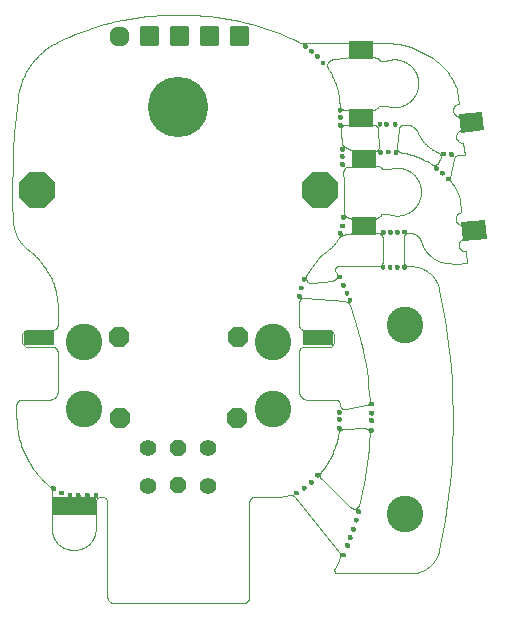
<source format=gts>
G75*
%MOIN*%
%OFA0B0*%
%FSLAX25Y25*%
%IPPOS*%
%LPD*%
%AMOC8*
5,1,8,0,0,1.08239X$1,22.5*
%
%ADD10C,0.00197*%
%ADD11R,0.10236X0.04724*%
%ADD12R,0.07874X0.06299*%
%ADD13R,0.06299X0.07874*%
%ADD14C,0.00000*%
%ADD15C,0.01600*%
%ADD16R,0.14567X0.05906*%
%ADD17OC8,0.06700*%
%ADD18OC8,0.05600*%
%ADD19C,0.05600*%
%ADD20OC8,0.12211*%
%ADD21C,0.05044*%
%ADD22C,0.01261*%
%ADD23C,0.12211*%
%ADD24C,0.20148*%
D10*
X0028953Y0029365D02*
X0029740Y0029365D01*
X0029906Y0029367D01*
X0030073Y0029373D01*
X0030239Y0029383D01*
X0030405Y0029397D01*
X0030570Y0029415D01*
X0030736Y0029437D01*
X0030900Y0029463D01*
X0031064Y0029493D01*
X0031227Y0029527D01*
X0031389Y0029565D01*
X0031550Y0029607D01*
X0031710Y0029653D01*
X0031869Y0029702D01*
X0032027Y0029756D01*
X0032183Y0029813D01*
X0032338Y0029874D01*
X0032492Y0029938D01*
X0032643Y0030007D01*
X0032794Y0030079D01*
X0032942Y0030154D01*
X0033088Y0030233D01*
X0033233Y0030316D01*
X0033375Y0030402D01*
X0033516Y0030492D01*
X0033654Y0030585D01*
X0033790Y0030681D01*
X0033923Y0030780D01*
X0034054Y0030883D01*
X0034183Y0030989D01*
X0034309Y0031098D01*
X0034432Y0031210D01*
X0034553Y0031325D01*
X0034670Y0031442D01*
X0034785Y0031563D01*
X0034897Y0031686D01*
X0035006Y0031812D01*
X0035112Y0031941D01*
X0035215Y0032072D01*
X0035314Y0032205D01*
X0035410Y0032341D01*
X0035503Y0032479D01*
X0035593Y0032620D01*
X0035679Y0032762D01*
X0035762Y0032907D01*
X0035841Y0033053D01*
X0035916Y0033201D01*
X0035988Y0033352D01*
X0036057Y0033503D01*
X0036121Y0033657D01*
X0036182Y0033812D01*
X0036239Y0033968D01*
X0036293Y0034126D01*
X0036342Y0034285D01*
X0036388Y0034445D01*
X0036430Y0034606D01*
X0036468Y0034768D01*
X0036502Y0034931D01*
X0036532Y0035095D01*
X0036558Y0035259D01*
X0036580Y0035425D01*
X0036598Y0035590D01*
X0036612Y0035756D01*
X0036622Y0035922D01*
X0036628Y0036089D01*
X0036630Y0036255D01*
X0036630Y0045113D01*
X0038598Y0047082D02*
X0038684Y0047080D01*
X0038770Y0047075D01*
X0038855Y0047065D01*
X0038940Y0047052D01*
X0039024Y0047035D01*
X0039108Y0047015D01*
X0039190Y0046991D01*
X0039271Y0046963D01*
X0039352Y0046932D01*
X0039430Y0046898D01*
X0039507Y0046860D01*
X0039583Y0046818D01*
X0039656Y0046774D01*
X0039727Y0046726D01*
X0039797Y0046675D01*
X0039864Y0046621D01*
X0039928Y0046565D01*
X0039990Y0046505D01*
X0040050Y0046443D01*
X0040106Y0046379D01*
X0040160Y0046312D01*
X0040211Y0046242D01*
X0040259Y0046171D01*
X0040303Y0046098D01*
X0040345Y0046022D01*
X0040383Y0045945D01*
X0040417Y0045867D01*
X0040448Y0045786D01*
X0040476Y0045705D01*
X0040500Y0045623D01*
X0040520Y0045539D01*
X0040537Y0045455D01*
X0040550Y0045370D01*
X0040560Y0045285D01*
X0040565Y0045199D01*
X0040567Y0045113D01*
X0040567Y0013617D01*
X0040566Y0013617D02*
X0040568Y0013531D01*
X0040573Y0013445D01*
X0040583Y0013360D01*
X0040596Y0013275D01*
X0040613Y0013191D01*
X0040633Y0013107D01*
X0040657Y0013025D01*
X0040685Y0012944D01*
X0040716Y0012863D01*
X0040750Y0012785D01*
X0040788Y0012708D01*
X0040830Y0012633D01*
X0040874Y0012559D01*
X0040922Y0012488D01*
X0040973Y0012418D01*
X0041027Y0012351D01*
X0041083Y0012287D01*
X0041143Y0012225D01*
X0041205Y0012165D01*
X0041269Y0012109D01*
X0041336Y0012055D01*
X0041406Y0012004D01*
X0041477Y0011956D01*
X0041551Y0011912D01*
X0041626Y0011870D01*
X0041703Y0011832D01*
X0041781Y0011798D01*
X0041862Y0011767D01*
X0041943Y0011739D01*
X0042025Y0011715D01*
X0042109Y0011695D01*
X0042193Y0011678D01*
X0042278Y0011665D01*
X0042363Y0011655D01*
X0042449Y0011650D01*
X0042535Y0011648D01*
X0085843Y0011648D01*
X0085929Y0011650D01*
X0086015Y0011655D01*
X0086100Y0011665D01*
X0086185Y0011678D01*
X0086269Y0011695D01*
X0086353Y0011715D01*
X0086435Y0011739D01*
X0086516Y0011767D01*
X0086597Y0011798D01*
X0086675Y0011832D01*
X0086752Y0011870D01*
X0086828Y0011912D01*
X0086901Y0011956D01*
X0086972Y0012004D01*
X0087042Y0012055D01*
X0087109Y0012109D01*
X0087173Y0012165D01*
X0087235Y0012225D01*
X0087295Y0012287D01*
X0087351Y0012351D01*
X0087405Y0012418D01*
X0087456Y0012488D01*
X0087504Y0012559D01*
X0087548Y0012632D01*
X0087590Y0012708D01*
X0087628Y0012785D01*
X0087662Y0012863D01*
X0087693Y0012944D01*
X0087721Y0013025D01*
X0087745Y0013107D01*
X0087765Y0013191D01*
X0087782Y0013275D01*
X0087795Y0013360D01*
X0087805Y0013445D01*
X0087810Y0013531D01*
X0087812Y0013617D01*
X0087811Y0013617D02*
X0087811Y0045113D01*
X0087813Y0045199D01*
X0087818Y0045285D01*
X0087828Y0045370D01*
X0087841Y0045455D01*
X0087858Y0045539D01*
X0087878Y0045623D01*
X0087902Y0045705D01*
X0087930Y0045786D01*
X0087961Y0045867D01*
X0087995Y0045945D01*
X0088033Y0046022D01*
X0088075Y0046098D01*
X0088119Y0046171D01*
X0088167Y0046242D01*
X0088218Y0046312D01*
X0088272Y0046379D01*
X0088328Y0046443D01*
X0088388Y0046505D01*
X0088450Y0046565D01*
X0088514Y0046621D01*
X0088581Y0046675D01*
X0088651Y0046726D01*
X0088722Y0046774D01*
X0088796Y0046818D01*
X0088871Y0046860D01*
X0088948Y0046898D01*
X0089026Y0046932D01*
X0089107Y0046963D01*
X0089188Y0046991D01*
X0089270Y0047015D01*
X0089354Y0047035D01*
X0089438Y0047052D01*
X0089523Y0047065D01*
X0089608Y0047075D01*
X0089694Y0047080D01*
X0089780Y0047082D01*
X0089780Y0047081D02*
X0097260Y0047081D01*
X0100803Y0047475D02*
X0101156Y0047563D01*
X0101155Y0047563D02*
X0101240Y0047582D01*
X0101324Y0047598D01*
X0101410Y0047609D01*
X0101496Y0047617D01*
X0101582Y0047621D01*
X0101668Y0047622D01*
X0101754Y0047618D01*
X0101840Y0047611D01*
X0101926Y0047600D01*
X0102011Y0047585D01*
X0102095Y0047567D01*
X0102178Y0047545D01*
X0102260Y0047519D01*
X0102342Y0047490D01*
X0102421Y0047457D01*
X0102500Y0047421D01*
X0102576Y0047381D01*
X0102651Y0047338D01*
X0102724Y0047292D01*
X0102794Y0047243D01*
X0102863Y0047191D01*
X0102929Y0047135D01*
X0102993Y0047077D01*
X0103054Y0047016D01*
X0103112Y0046953D01*
X0103168Y0046887D01*
X0103167Y0046887D02*
X0117875Y0028592D01*
X0117925Y0028528D01*
X0117971Y0028462D01*
X0118014Y0028393D01*
X0118054Y0028323D01*
X0118091Y0028251D01*
X0118124Y0028177D01*
X0118154Y0028102D01*
X0118180Y0028025D01*
X0118203Y0027947D01*
X0118223Y0027869D01*
X0118238Y0027789D01*
X0118250Y0027709D01*
X0118258Y0027629D01*
X0118263Y0027548D01*
X0118264Y0027467D01*
X0118261Y0027386D01*
X0118254Y0027305D01*
X0118244Y0027225D01*
X0118230Y0027145D01*
X0118212Y0027066D01*
X0118191Y0026988D01*
X0118166Y0026911D01*
X0118138Y0026835D01*
X0117732Y0025822D01*
X0116354Y0023066D01*
X0116354Y0023065D02*
X0116323Y0023010D01*
X0116295Y0022952D01*
X0116270Y0022894D01*
X0116249Y0022833D01*
X0116232Y0022772D01*
X0116219Y0022709D01*
X0116209Y0022646D01*
X0116204Y0022583D01*
X0116202Y0022519D01*
X0116204Y0022455D01*
X0116210Y0022391D01*
X0116221Y0022328D01*
X0116235Y0022266D01*
X0116252Y0022205D01*
X0116274Y0022145D01*
X0116299Y0022086D01*
X0116328Y0022029D01*
X0116360Y0021974D01*
X0116395Y0021921D01*
X0116434Y0021870D01*
X0116476Y0021822D01*
X0116520Y0021776D01*
X0116568Y0021733D01*
X0116617Y0021693D01*
X0116670Y0021657D01*
X0116724Y0021623D01*
X0116780Y0021593D01*
X0116839Y0021567D01*
X0116898Y0021544D01*
X0116959Y0021525D01*
X0117021Y0021509D01*
X0117084Y0021498D01*
X0117147Y0021490D01*
X0117211Y0021486D01*
X0117275Y0021487D01*
X0117338Y0021491D01*
X0117339Y0021491D02*
X0141354Y0021491D01*
X0141594Y0021491D01*
X0141833Y0021496D01*
X0142072Y0021507D01*
X0142311Y0021524D01*
X0142550Y0021547D01*
X0142788Y0021575D01*
X0143025Y0021609D01*
X0143261Y0021649D01*
X0143497Y0021695D01*
X0143731Y0021746D01*
X0143963Y0021803D01*
X0144195Y0021866D01*
X0144424Y0021934D01*
X0144652Y0022007D01*
X0144879Y0022086D01*
X0145103Y0022171D01*
X0145325Y0022261D01*
X0145545Y0022356D01*
X0145762Y0022457D01*
X0145977Y0022563D01*
X0146190Y0022674D01*
X0146399Y0022790D01*
X0146606Y0022911D01*
X0146810Y0023037D01*
X0147010Y0023168D01*
X0147208Y0023303D01*
X0147402Y0023444D01*
X0147593Y0023589D01*
X0147780Y0023739D01*
X0147963Y0023893D01*
X0148143Y0024051D01*
X0148319Y0024214D01*
X0148490Y0024381D01*
X0148658Y0024552D01*
X0148822Y0024728D01*
X0148981Y0024907D01*
X0149136Y0025090D01*
X0149286Y0025276D01*
X0149432Y0025466D01*
X0149573Y0025660D01*
X0149710Y0025857D01*
X0149842Y0026057D01*
X0149968Y0026260D01*
X0150090Y0026466D01*
X0150207Y0026676D01*
X0150319Y0026888D01*
X0150426Y0027102D01*
X0150527Y0027319D01*
X0150623Y0027539D01*
X0150714Y0027760D01*
X0150799Y0027984D01*
X0150879Y0028210D01*
X0150954Y0028438D01*
X0151023Y0028667D01*
X0151086Y0028898D01*
X0151144Y0029131D01*
X0151196Y0029365D01*
X0124425Y0044326D02*
X0124401Y0044249D01*
X0124374Y0044173D01*
X0124343Y0044099D01*
X0124308Y0044026D01*
X0124270Y0043955D01*
X0124229Y0043886D01*
X0124185Y0043819D01*
X0124138Y0043754D01*
X0124087Y0043691D01*
X0124034Y0043631D01*
X0123978Y0043573D01*
X0123919Y0043518D01*
X0123858Y0043466D01*
X0123795Y0043417D01*
X0123729Y0043370D01*
X0123661Y0043327D01*
X0123591Y0043287D01*
X0123519Y0043251D01*
X0123446Y0043218D01*
X0123371Y0043188D01*
X0123295Y0043162D01*
X0123218Y0043139D01*
X0123140Y0043120D01*
X0123061Y0043105D01*
X0122981Y0043093D01*
X0122901Y0043086D01*
X0122821Y0043082D01*
X0122741Y0043081D01*
X0122660Y0043085D01*
X0122580Y0043092D01*
X0122501Y0043103D01*
X0122421Y0043118D01*
X0122343Y0043136D01*
X0122266Y0043158D01*
X0122190Y0043184D01*
X0122115Y0043213D01*
X0122041Y0043246D01*
X0121969Y0043282D01*
X0121899Y0043321D01*
X0121831Y0043364D01*
X0121765Y0043410D01*
X0121701Y0043459D01*
X0121639Y0043510D01*
X0121580Y0043565D01*
X0112015Y0052840D01*
X0111952Y0052893D01*
X0111892Y0052949D01*
X0111835Y0053009D01*
X0111780Y0053070D01*
X0111728Y0053135D01*
X0111680Y0053201D01*
X0111635Y0053270D01*
X0111593Y0053341D01*
X0111554Y0053414D01*
X0111519Y0053488D01*
X0111488Y0053565D01*
X0111460Y0053642D01*
X0111436Y0053721D01*
X0111416Y0053801D01*
X0111399Y0053881D01*
X0111387Y0053963D01*
X0111378Y0054045D01*
X0111373Y0054127D01*
X0111372Y0054209D01*
X0111375Y0054292D01*
X0111382Y0054374D01*
X0111393Y0054455D01*
X0111407Y0054537D01*
X0111426Y0054617D01*
X0111448Y0054696D01*
X0111474Y0054774D01*
X0111504Y0054851D01*
X0111537Y0054927D01*
X0111574Y0055000D01*
X0111614Y0055072D01*
X0111658Y0055142D01*
X0111705Y0055210D01*
X0111827Y0055349D01*
X0117535Y0067948D02*
X0117623Y0068299D01*
X0117645Y0068376D01*
X0117669Y0068452D01*
X0117698Y0068527D01*
X0117730Y0068601D01*
X0117766Y0068673D01*
X0117804Y0068743D01*
X0117847Y0068811D01*
X0117892Y0068877D01*
X0117941Y0068941D01*
X0117992Y0069002D01*
X0118046Y0069061D01*
X0118104Y0069117D01*
X0118163Y0069171D01*
X0118225Y0069221D01*
X0118290Y0069269D01*
X0118357Y0069313D01*
X0118425Y0069354D01*
X0118496Y0069392D01*
X0118568Y0069426D01*
X0118642Y0069457D01*
X0118718Y0069485D01*
X0118794Y0069509D01*
X0118872Y0069529D01*
X0118950Y0069545D01*
X0119029Y0069558D01*
X0119109Y0069567D01*
X0119189Y0069572D01*
X0126395Y0069855D01*
X0126476Y0069847D01*
X0126556Y0069835D01*
X0126636Y0069819D01*
X0126715Y0069800D01*
X0126793Y0069777D01*
X0126869Y0069750D01*
X0126945Y0069719D01*
X0127018Y0069685D01*
X0127090Y0069648D01*
X0127161Y0069607D01*
X0127229Y0069563D01*
X0127295Y0069516D01*
X0127359Y0069465D01*
X0127420Y0069412D01*
X0127479Y0069356D01*
X0127535Y0069297D01*
X0127588Y0069236D01*
X0127638Y0069172D01*
X0127685Y0069106D01*
X0127729Y0069038D01*
X0127770Y0068967D01*
X0127807Y0068895D01*
X0127841Y0068821D01*
X0127871Y0068746D01*
X0127898Y0068669D01*
X0127921Y0068591D01*
X0127940Y0068512D01*
X0127956Y0068433D01*
X0127967Y0068352D01*
X0127975Y0068272D01*
X0127979Y0068190D01*
X0127980Y0068109D01*
X0127976Y0068028D01*
X0127969Y0067947D01*
X0126626Y0077521D02*
X0120056Y0076208D01*
X0120057Y0076207D02*
X0119978Y0076194D01*
X0119900Y0076184D01*
X0119821Y0076178D01*
X0119742Y0076176D01*
X0119662Y0076178D01*
X0119583Y0076184D01*
X0119505Y0076193D01*
X0119426Y0076207D01*
X0119349Y0076224D01*
X0119273Y0076245D01*
X0119197Y0076270D01*
X0119123Y0076298D01*
X0119051Y0076330D01*
X0118980Y0076366D01*
X0118911Y0076405D01*
X0118844Y0076447D01*
X0118779Y0076493D01*
X0118717Y0076542D01*
X0118657Y0076594D01*
X0118599Y0076648D01*
X0118545Y0076706D01*
X0118493Y0076766D01*
X0118444Y0076828D01*
X0118398Y0076893D01*
X0118356Y0076960D01*
X0118317Y0077029D01*
X0118281Y0077100D01*
X0118249Y0077172D01*
X0118220Y0077246D01*
X0118196Y0077321D01*
X0118174Y0077398D01*
X0118157Y0077475D01*
X0118143Y0077553D01*
X0118134Y0077632D01*
X0118128Y0077711D01*
X0118126Y0077790D01*
X0118123Y0077869D01*
X0118116Y0077947D01*
X0118105Y0078025D01*
X0118090Y0078102D01*
X0118072Y0078178D01*
X0118050Y0078253D01*
X0118024Y0078327D01*
X0117995Y0078400D01*
X0117962Y0078471D01*
X0117926Y0078541D01*
X0117886Y0078609D01*
X0117843Y0078674D01*
X0117797Y0078738D01*
X0117748Y0078799D01*
X0117695Y0078858D01*
X0117640Y0078914D01*
X0117583Y0078967D01*
X0117523Y0079017D01*
X0117460Y0079065D01*
X0117395Y0079109D01*
X0117328Y0079150D01*
X0117259Y0079187D01*
X0117189Y0079222D01*
X0117116Y0079252D01*
X0117043Y0079280D01*
X0116968Y0079303D01*
X0116892Y0079323D01*
X0116815Y0079339D01*
X0116738Y0079351D01*
X0116660Y0079359D01*
X0116581Y0079364D01*
X0116503Y0079365D01*
X0107567Y0079365D01*
X0107459Y0079360D01*
X0107351Y0079359D01*
X0107243Y0079362D01*
X0107135Y0079368D01*
X0107027Y0079378D01*
X0106920Y0079393D01*
X0106813Y0079411D01*
X0106707Y0079432D01*
X0106602Y0079458D01*
X0106498Y0079487D01*
X0106395Y0079520D01*
X0106293Y0079557D01*
X0106193Y0079597D01*
X0106094Y0079641D01*
X0105996Y0079688D01*
X0105901Y0079739D01*
X0105807Y0079793D01*
X0105716Y0079851D01*
X0105626Y0079911D01*
X0105539Y0079975D01*
X0105454Y0080042D01*
X0105371Y0080112D01*
X0105291Y0080185D01*
X0105214Y0080260D01*
X0105139Y0080339D01*
X0105067Y0080419D01*
X0104999Y0080503D01*
X0104933Y0080589D01*
X0104870Y0080677D01*
X0104811Y0080767D01*
X0104754Y0080860D01*
X0104701Y0080954D01*
X0104652Y0081050D01*
X0104606Y0081148D01*
X0104563Y0081247D01*
X0104524Y0081348D01*
X0104489Y0081451D01*
X0104457Y0081554D01*
X0104429Y0081658D01*
X0104405Y0081764D01*
X0104385Y0081870D01*
X0104368Y0081977D01*
X0104355Y0082084D01*
X0104346Y0082192D01*
X0104346Y0095113D01*
X0104348Y0095199D01*
X0104353Y0095285D01*
X0104363Y0095370D01*
X0104376Y0095455D01*
X0104393Y0095539D01*
X0104413Y0095623D01*
X0104437Y0095705D01*
X0104465Y0095786D01*
X0104496Y0095867D01*
X0104530Y0095945D01*
X0104568Y0096022D01*
X0104610Y0096098D01*
X0104654Y0096171D01*
X0104702Y0096242D01*
X0104753Y0096312D01*
X0104807Y0096379D01*
X0104863Y0096443D01*
X0104923Y0096505D01*
X0104985Y0096565D01*
X0105049Y0096621D01*
X0105116Y0096675D01*
X0105186Y0096726D01*
X0105257Y0096774D01*
X0105331Y0096818D01*
X0105406Y0096860D01*
X0105483Y0096898D01*
X0105561Y0096932D01*
X0105642Y0096963D01*
X0105723Y0096991D01*
X0105805Y0097015D01*
X0105889Y0097035D01*
X0105973Y0097052D01*
X0106058Y0097065D01*
X0106143Y0097075D01*
X0106229Y0097080D01*
X0106315Y0097082D01*
X0106315Y0097081D02*
X0114976Y0097081D01*
X0116157Y0098262D01*
X0116157Y0101412D01*
X0114976Y0102593D01*
X0106315Y0102593D01*
X0106229Y0102595D01*
X0106143Y0102600D01*
X0106058Y0102610D01*
X0105973Y0102623D01*
X0105889Y0102640D01*
X0105805Y0102660D01*
X0105723Y0102684D01*
X0105642Y0102712D01*
X0105561Y0102743D01*
X0105483Y0102777D01*
X0105406Y0102815D01*
X0105331Y0102857D01*
X0105257Y0102901D01*
X0105186Y0102949D01*
X0105116Y0103000D01*
X0105049Y0103054D01*
X0104985Y0103110D01*
X0104923Y0103170D01*
X0104863Y0103232D01*
X0104807Y0103296D01*
X0104753Y0103363D01*
X0104702Y0103433D01*
X0104654Y0103504D01*
X0104610Y0103578D01*
X0104568Y0103653D01*
X0104530Y0103730D01*
X0104496Y0103808D01*
X0104465Y0103889D01*
X0104437Y0103970D01*
X0104413Y0104052D01*
X0104393Y0104136D01*
X0104376Y0104220D01*
X0104363Y0104305D01*
X0104353Y0104390D01*
X0104348Y0104476D01*
X0104346Y0104562D01*
X0104346Y0109680D01*
X0104543Y0112042D02*
X0104554Y0112120D01*
X0104570Y0112197D01*
X0104589Y0112274D01*
X0104611Y0112349D01*
X0104638Y0112423D01*
X0104668Y0112496D01*
X0104701Y0112567D01*
X0104738Y0112637D01*
X0104778Y0112704D01*
X0104821Y0112770D01*
X0104868Y0112834D01*
X0104917Y0112895D01*
X0104969Y0112954D01*
X0105024Y0113010D01*
X0105082Y0113063D01*
X0105142Y0113114D01*
X0105205Y0113161D01*
X0105270Y0113206D01*
X0105337Y0113247D01*
X0105405Y0113285D01*
X0105476Y0113320D01*
X0105548Y0113352D01*
X0105622Y0113379D01*
X0105697Y0113404D01*
X0105773Y0113424D01*
X0105849Y0113441D01*
X0105927Y0113454D01*
X0106005Y0113464D01*
X0106084Y0113469D01*
X0106162Y0113471D01*
X0106241Y0113469D01*
X0106319Y0113463D01*
X0106320Y0113463D02*
X0119864Y0112141D01*
X0119863Y0112141D02*
X0119943Y0112131D01*
X0120021Y0112118D01*
X0120100Y0112101D01*
X0120177Y0112080D01*
X0120253Y0112056D01*
X0120328Y0112028D01*
X0120401Y0111996D01*
X0120473Y0111961D01*
X0120543Y0111923D01*
X0120611Y0111881D01*
X0120677Y0111836D01*
X0120741Y0111788D01*
X0120803Y0111737D01*
X0120862Y0111683D01*
X0120918Y0111627D01*
X0120972Y0111567D01*
X0121023Y0111506D01*
X0121071Y0111442D01*
X0121116Y0111376D01*
X0121157Y0111307D01*
X0121195Y0111237D01*
X0121230Y0111165D01*
X0121262Y0111092D01*
X0121669Y0110073D01*
X0104544Y0112042D02*
X0104501Y0111808D01*
X0104463Y0111574D01*
X0104430Y0111339D01*
X0104402Y0111103D01*
X0104380Y0110866D01*
X0104363Y0110629D01*
X0104351Y0110392D01*
X0104345Y0110155D01*
X0104343Y0109917D01*
X0104347Y0109680D01*
X0108874Y0118193D02*
X0115559Y0119131D01*
X0115559Y0119132D02*
X0115638Y0119140D01*
X0115718Y0119152D01*
X0115796Y0119168D01*
X0115874Y0119188D01*
X0115950Y0119212D01*
X0116026Y0119239D01*
X0116100Y0119269D01*
X0116172Y0119304D01*
X0116243Y0119341D01*
X0116312Y0119382D01*
X0116378Y0119426D01*
X0116443Y0119474D01*
X0116505Y0119524D01*
X0116565Y0119577D01*
X0116622Y0119634D01*
X0116677Y0119692D01*
X0116728Y0119754D01*
X0116777Y0119817D01*
X0116822Y0119883D01*
X0116864Y0119952D01*
X0116903Y0120022D01*
X0116939Y0120093D01*
X0116971Y0120167D01*
X0116999Y0120242D01*
X0117024Y0120318D01*
X0117046Y0120395D01*
X0117063Y0120473D01*
X0117077Y0120552D01*
X0117087Y0120632D01*
X0117093Y0120712D01*
X0117095Y0120792D01*
X0117093Y0120872D01*
X0117088Y0120952D01*
X0117079Y0121031D01*
X0117066Y0121110D01*
X0117049Y0121189D01*
X0117028Y0121266D01*
X0117004Y0121342D01*
X0116976Y0121418D01*
X0116945Y0121491D01*
X0116551Y0122278D01*
X0116521Y0122334D01*
X0116495Y0122391D01*
X0116472Y0122450D01*
X0116453Y0122510D01*
X0116437Y0122571D01*
X0116425Y0122633D01*
X0116417Y0122695D01*
X0116412Y0122758D01*
X0116411Y0122821D01*
X0116414Y0122884D01*
X0116421Y0122947D01*
X0116431Y0123009D01*
X0116445Y0123070D01*
X0116463Y0123131D01*
X0116484Y0123190D01*
X0116509Y0123248D01*
X0116537Y0123305D01*
X0116569Y0123359D01*
X0116603Y0123412D01*
X0116641Y0123462D01*
X0116682Y0123511D01*
X0116725Y0123556D01*
X0116772Y0123599D01*
X0116820Y0123639D01*
X0116871Y0123676D01*
X0116924Y0123710D01*
X0116979Y0123741D01*
X0117036Y0123769D01*
X0117094Y0123793D01*
X0117154Y0123813D01*
X0117215Y0123830D01*
X0117276Y0123843D01*
X0117338Y0123853D01*
X0117339Y0123853D02*
X0130724Y0123853D01*
X0130801Y0123855D01*
X0130878Y0123861D01*
X0130955Y0123870D01*
X0131031Y0123883D01*
X0131107Y0123900D01*
X0131181Y0123921D01*
X0131255Y0123945D01*
X0131327Y0123973D01*
X0131397Y0124004D01*
X0131466Y0124039D01*
X0131534Y0124077D01*
X0131599Y0124118D01*
X0131662Y0124163D01*
X0131723Y0124211D01*
X0131782Y0124261D01*
X0131838Y0124314D01*
X0131891Y0124370D01*
X0131941Y0124429D01*
X0131989Y0124490D01*
X0132034Y0124553D01*
X0132075Y0124618D01*
X0132113Y0124686D01*
X0132148Y0124755D01*
X0132179Y0124825D01*
X0132207Y0124897D01*
X0132231Y0124971D01*
X0132252Y0125045D01*
X0132269Y0125121D01*
X0132282Y0125197D01*
X0132291Y0125274D01*
X0132297Y0125351D01*
X0132299Y0125428D01*
X0132299Y0133400D01*
X0132297Y0133477D01*
X0132291Y0133554D01*
X0132282Y0133631D01*
X0132269Y0133707D01*
X0132252Y0133783D01*
X0132231Y0133857D01*
X0132207Y0133931D01*
X0132179Y0134003D01*
X0132148Y0134073D01*
X0132113Y0134142D01*
X0132075Y0134210D01*
X0132034Y0134275D01*
X0131989Y0134338D01*
X0131941Y0134399D01*
X0131891Y0134458D01*
X0131838Y0134514D01*
X0131782Y0134567D01*
X0131723Y0134617D01*
X0131662Y0134665D01*
X0131599Y0134710D01*
X0131534Y0134751D01*
X0131466Y0134789D01*
X0131397Y0134824D01*
X0131327Y0134855D01*
X0131255Y0134883D01*
X0131181Y0134907D01*
X0131107Y0134928D01*
X0131031Y0134945D01*
X0130955Y0134958D01*
X0130878Y0134967D01*
X0130801Y0134973D01*
X0130724Y0134975D01*
X0123047Y0134975D01*
X0122779Y0134926D02*
X0118800Y0134143D01*
X0117637Y0133308D02*
X0117240Y0132613D01*
X0117637Y0133307D02*
X0117679Y0133378D01*
X0117725Y0133446D01*
X0117774Y0133512D01*
X0117826Y0133575D01*
X0117881Y0133636D01*
X0117938Y0133694D01*
X0117999Y0133750D01*
X0118062Y0133802D01*
X0118127Y0133852D01*
X0118195Y0133898D01*
X0118265Y0133941D01*
X0118337Y0133980D01*
X0118410Y0134016D01*
X0118486Y0134049D01*
X0118562Y0134078D01*
X0118640Y0134103D01*
X0118719Y0134125D01*
X0118799Y0134143D01*
X0122779Y0134926D02*
X0122845Y0134943D01*
X0122912Y0134957D01*
X0122979Y0134968D01*
X0123047Y0134975D01*
X0123082Y0139680D02*
X0129228Y0139680D01*
X0131984Y0141255D02*
X0134346Y0141255D01*
X0131984Y0141255D02*
X0131922Y0141159D01*
X0131856Y0141066D01*
X0131788Y0140975D01*
X0131716Y0140886D01*
X0131642Y0140800D01*
X0131564Y0140716D01*
X0131484Y0140635D01*
X0131401Y0140557D01*
X0131316Y0140482D01*
X0131228Y0140409D01*
X0131137Y0140340D01*
X0131045Y0140274D01*
X0130950Y0140211D01*
X0130853Y0140151D01*
X0130754Y0140094D01*
X0130653Y0140041D01*
X0130550Y0139991D01*
X0130446Y0139945D01*
X0130341Y0139903D01*
X0130234Y0139863D01*
X0130125Y0139828D01*
X0130016Y0139796D01*
X0129905Y0139768D01*
X0129794Y0139744D01*
X0129682Y0139724D01*
X0129569Y0139707D01*
X0129456Y0139694D01*
X0129342Y0139685D01*
X0129228Y0139680D01*
X0123082Y0139680D02*
X0123006Y0139682D01*
X0122930Y0139687D01*
X0122855Y0139697D01*
X0122780Y0139709D01*
X0122779Y0139709D02*
X0120759Y0140104D01*
X0120759Y0140105D02*
X0120680Y0140122D01*
X0120602Y0140143D01*
X0120524Y0140168D01*
X0120449Y0140197D01*
X0120374Y0140229D01*
X0120301Y0140265D01*
X0120231Y0140304D01*
X0120162Y0140346D01*
X0120095Y0140392D01*
X0120030Y0140441D01*
X0119968Y0140493D01*
X0119908Y0140548D01*
X0119851Y0140606D01*
X0119797Y0140666D01*
X0119746Y0140729D01*
X0119698Y0140794D01*
X0119653Y0140862D01*
X0119611Y0140931D01*
X0119573Y0141002D01*
X0119538Y0141076D01*
X0119507Y0141150D01*
X0119479Y0141227D01*
X0119455Y0141304D01*
X0119435Y0141383D01*
X0119419Y0141462D01*
X0119406Y0141542D01*
X0119397Y0141623D01*
X0119392Y0141703D01*
X0119391Y0141784D01*
X0119394Y0141865D01*
X0119394Y0141866D02*
X0119406Y0142062D01*
X0119504Y0144719D01*
X0119239Y0155245D02*
X0119235Y0155327D01*
X0119234Y0155408D01*
X0119237Y0155490D01*
X0119244Y0155571D01*
X0119255Y0155652D01*
X0119269Y0155732D01*
X0119287Y0155812D01*
X0119309Y0155891D01*
X0119334Y0155968D01*
X0119363Y0156045D01*
X0119395Y0156120D01*
X0119431Y0156193D01*
X0119470Y0156265D01*
X0119512Y0156334D01*
X0119558Y0156402D01*
X0119606Y0156468D01*
X0119658Y0156531D01*
X0119712Y0156592D01*
X0119769Y0156650D01*
X0119829Y0156706D01*
X0119891Y0156759D01*
X0119956Y0156808D01*
X0120023Y0156855D01*
X0120092Y0156899D01*
X0120163Y0156939D01*
X0120235Y0156977D01*
X0120310Y0157010D01*
X0120385Y0157041D01*
X0120462Y0157068D01*
X0120541Y0157091D01*
X0120620Y0157110D01*
X0120700Y0157126D01*
X0120781Y0157139D01*
X0120781Y0157138D02*
X0122949Y0157416D01*
X0130016Y0157396D01*
X0132378Y0156215D02*
X0134346Y0156215D01*
X0132378Y0156216D02*
X0132318Y0156298D01*
X0132254Y0156378D01*
X0132188Y0156455D01*
X0132119Y0156530D01*
X0132048Y0156602D01*
X0131973Y0156672D01*
X0131897Y0156739D01*
X0131818Y0156804D01*
X0131736Y0156865D01*
X0131653Y0156923D01*
X0131567Y0156978D01*
X0131480Y0157030D01*
X0131390Y0157079D01*
X0131299Y0157125D01*
X0131206Y0157167D01*
X0131112Y0157206D01*
X0131017Y0157241D01*
X0130920Y0157273D01*
X0130822Y0157301D01*
X0130723Y0157326D01*
X0130623Y0157347D01*
X0130523Y0157365D01*
X0130422Y0157379D01*
X0130321Y0157389D01*
X0130219Y0157395D01*
X0130117Y0157398D01*
X0130015Y0157397D01*
X0129473Y0162140D02*
X0122949Y0162140D01*
X0119759Y0163550D01*
X0119682Y0163587D01*
X0119607Y0163626D01*
X0119533Y0163669D01*
X0119462Y0163716D01*
X0119392Y0163765D01*
X0119326Y0163818D01*
X0119261Y0163874D01*
X0119199Y0163933D01*
X0119140Y0163994D01*
X0119084Y0164058D01*
X0119030Y0164125D01*
X0118980Y0164193D01*
X0118933Y0164265D01*
X0118890Y0164338D01*
X0118849Y0164413D01*
X0118812Y0164490D01*
X0118779Y0164568D01*
X0118749Y0164648D01*
X0118723Y0164729D01*
X0118701Y0164812D01*
X0118683Y0164895D01*
X0118668Y0164979D01*
X0118657Y0165063D01*
X0118650Y0165148D01*
X0118618Y0165684D01*
X0118520Y0167751D01*
X0118428Y0169304D01*
X0118429Y0169305D02*
X0118426Y0169386D01*
X0118427Y0169467D01*
X0118432Y0169548D01*
X0118441Y0169628D01*
X0118454Y0169709D01*
X0118470Y0169788D01*
X0118490Y0169867D01*
X0118514Y0169944D01*
X0118542Y0170020D01*
X0118573Y0170095D01*
X0118608Y0170168D01*
X0118647Y0170240D01*
X0118688Y0170309D01*
X0118733Y0170377D01*
X0118782Y0170442D01*
X0118833Y0170505D01*
X0118887Y0170565D01*
X0118944Y0170623D01*
X0119004Y0170678D01*
X0119066Y0170730D01*
X0119131Y0170779D01*
X0119198Y0170825D01*
X0119267Y0170867D01*
X0119338Y0170906D01*
X0119411Y0170942D01*
X0119486Y0170974D01*
X0119562Y0171003D01*
X0119639Y0171027D01*
X0119717Y0171049D01*
X0119796Y0171066D01*
X0119876Y0171080D01*
X0119957Y0171089D01*
X0120038Y0171095D01*
X0120119Y0171097D01*
X0129217Y0171097D01*
X0129295Y0171095D01*
X0129372Y0171089D01*
X0129449Y0171080D01*
X0129525Y0171067D01*
X0129601Y0171049D01*
X0129676Y0171029D01*
X0129749Y0171004D01*
X0129822Y0170976D01*
X0129892Y0170945D01*
X0129962Y0170910D01*
X0130029Y0170871D01*
X0130095Y0170830D01*
X0130158Y0170785D01*
X0130219Y0170737D01*
X0130278Y0170686D01*
X0130334Y0170633D01*
X0130387Y0170576D01*
X0130437Y0170518D01*
X0130485Y0170456D01*
X0130529Y0170393D01*
X0130571Y0170327D01*
X0130609Y0170259D01*
X0130643Y0170190D01*
X0130674Y0170119D01*
X0130702Y0170046D01*
X0130726Y0169973D01*
X0130746Y0169898D01*
X0130763Y0169822D01*
X0130776Y0169746D01*
X0130785Y0169669D01*
X0130790Y0169591D01*
X0130791Y0169592D02*
X0131046Y0163784D01*
X0131048Y0163707D01*
X0131046Y0163630D01*
X0131040Y0163553D01*
X0131030Y0163477D01*
X0131016Y0163401D01*
X0130999Y0163326D01*
X0130978Y0163252D01*
X0130954Y0163179D01*
X0130926Y0163107D01*
X0130894Y0163036D01*
X0130859Y0162968D01*
X0130821Y0162901D01*
X0130780Y0162836D01*
X0130735Y0162773D01*
X0130688Y0162712D01*
X0130637Y0162654D01*
X0130584Y0162598D01*
X0130528Y0162545D01*
X0130469Y0162495D01*
X0130409Y0162448D01*
X0130346Y0162404D01*
X0130280Y0162363D01*
X0130213Y0162325D01*
X0130144Y0162290D01*
X0130074Y0162259D01*
X0130002Y0162231D01*
X0129929Y0162207D01*
X0129854Y0162187D01*
X0129779Y0162170D01*
X0129703Y0162157D01*
X0129627Y0162148D01*
X0129550Y0162142D01*
X0129473Y0162140D01*
X0149622Y0192751D02*
X0149022Y0193181D01*
X0148412Y0193598D01*
X0147792Y0194001D01*
X0147163Y0194390D01*
X0146526Y0194763D01*
X0145880Y0195122D01*
X0145226Y0195466D01*
X0144564Y0195795D01*
X0143895Y0196108D01*
X0143218Y0196406D01*
X0142535Y0196688D01*
X0133480Y0192357D02*
X0131512Y0192357D01*
X0129150Y0193538D02*
X0122063Y0193538D01*
X0116480Y0192980D01*
X0115845Y0192861D02*
X0115194Y0192680D01*
X0115194Y0192679D02*
X0115112Y0192655D01*
X0115032Y0192626D01*
X0114953Y0192594D01*
X0114876Y0192558D01*
X0114800Y0192519D01*
X0114726Y0192477D01*
X0114654Y0192431D01*
X0114585Y0192381D01*
X0114517Y0192329D01*
X0114452Y0192274D01*
X0114390Y0192215D01*
X0114331Y0192154D01*
X0114274Y0192090D01*
X0114221Y0192024D01*
X0114170Y0191955D01*
X0114123Y0191884D01*
X0114079Y0191811D01*
X0114038Y0191736D01*
X0114001Y0191660D01*
X0113967Y0191581D01*
X0113938Y0191501D01*
X0113911Y0191420D01*
X0113889Y0191338D01*
X0113870Y0191255D01*
X0113855Y0191171D01*
X0113844Y0191086D01*
X0113837Y0191001D01*
X0113834Y0190916D01*
X0113835Y0190831D01*
X0113840Y0190746D01*
X0113848Y0190661D01*
X0113861Y0190577D01*
X0113877Y0190493D01*
X0113897Y0190410D01*
X0113921Y0190328D01*
X0113949Y0190248D01*
X0113980Y0190168D01*
X0114015Y0190090D01*
X0114053Y0190014D01*
X0114095Y0189940D01*
X0114141Y0189868D01*
X0114189Y0189798D01*
X0115845Y0192860D02*
X0115949Y0192887D01*
X0116055Y0192912D01*
X0116160Y0192933D01*
X0116267Y0192952D01*
X0116374Y0192967D01*
X0116481Y0192979D01*
X0122063Y0198262D02*
X0105596Y0198262D01*
X0105597Y0198262D02*
X0105502Y0198266D01*
X0105407Y0198274D01*
X0105313Y0198285D01*
X0105219Y0198301D01*
X0105127Y0198320D01*
X0105034Y0198343D01*
X0104943Y0198369D01*
X0104854Y0198400D01*
X0104765Y0198434D01*
X0104678Y0198471D01*
X0104592Y0198512D01*
X0104509Y0198557D01*
X0104427Y0198605D01*
X0104347Y0198656D01*
X0122063Y0198262D02*
X0132299Y0198262D01*
X0129149Y0193539D02*
X0129251Y0193540D01*
X0129353Y0193537D01*
X0129455Y0193531D01*
X0129556Y0193521D01*
X0129657Y0193507D01*
X0129757Y0193489D01*
X0129857Y0193468D01*
X0129956Y0193443D01*
X0130054Y0193415D01*
X0130151Y0193383D01*
X0130246Y0193348D01*
X0130340Y0193309D01*
X0130433Y0193267D01*
X0130524Y0193221D01*
X0130614Y0193172D01*
X0130701Y0193120D01*
X0130787Y0193065D01*
X0130870Y0193007D01*
X0130952Y0192946D01*
X0131031Y0192881D01*
X0131107Y0192814D01*
X0131182Y0192744D01*
X0131253Y0192672D01*
X0131322Y0192597D01*
X0131388Y0192520D01*
X0131452Y0192440D01*
X0131512Y0192358D01*
X0133480Y0192357D02*
X0133664Y0192423D01*
X0133850Y0192484D01*
X0134037Y0192540D01*
X0134225Y0192591D01*
X0134415Y0192638D01*
X0134606Y0192681D01*
X0134797Y0192718D01*
X0134990Y0192751D01*
X0135183Y0192779D01*
X0135377Y0192803D01*
X0135572Y0192821D01*
X0135767Y0192835D01*
X0135962Y0192844D01*
X0136157Y0192849D01*
X0136352Y0192848D01*
X0136548Y0192843D01*
X0136743Y0192833D01*
X0136938Y0192818D01*
X0137132Y0192798D01*
X0137326Y0192774D01*
X0137519Y0192745D01*
X0137712Y0192711D01*
X0137903Y0192673D01*
X0138094Y0192630D01*
X0138283Y0192582D01*
X0138471Y0192529D01*
X0138658Y0192472D01*
X0138843Y0192411D01*
X0139027Y0192344D01*
X0139209Y0192274D01*
X0139390Y0192199D01*
X0139568Y0192119D01*
X0139745Y0192035D01*
X0139919Y0191947D01*
X0140091Y0191855D01*
X0140261Y0191758D01*
X0140428Y0191658D01*
X0140593Y0191553D01*
X0140756Y0191444D01*
X0140915Y0191331D01*
X0141072Y0191215D01*
X0141226Y0191094D01*
X0141377Y0190970D01*
X0141524Y0190842D01*
X0141669Y0190711D01*
X0141810Y0190576D01*
X0141948Y0190438D01*
X0142083Y0190296D01*
X0142214Y0190151D01*
X0142341Y0190003D01*
X0142465Y0189852D01*
X0142585Y0189698D01*
X0142701Y0189541D01*
X0142814Y0189381D01*
X0142922Y0189219D01*
X0143026Y0189053D01*
X0143127Y0188886D01*
X0143223Y0188716D01*
X0143315Y0188543D01*
X0143403Y0188369D01*
X0143486Y0188192D01*
X0143565Y0188013D01*
X0143640Y0187833D01*
X0143710Y0187651D01*
X0143776Y0187467D01*
X0143837Y0187281D01*
X0143893Y0187094D01*
X0143946Y0186906D01*
X0143993Y0186716D01*
X0144036Y0186526D01*
X0144074Y0186334D01*
X0144107Y0186142D01*
X0144136Y0185948D01*
X0144160Y0185754D01*
X0144179Y0185560D01*
X0144193Y0185365D01*
X0144203Y0185170D01*
X0144207Y0184975D01*
X0144207Y0184779D01*
X0144203Y0184584D01*
X0144193Y0184389D01*
X0144179Y0184194D01*
X0144160Y0184000D01*
X0144136Y0183806D01*
X0144107Y0183612D01*
X0144074Y0183420D01*
X0144036Y0183228D01*
X0143993Y0183038D01*
X0143946Y0182848D01*
X0143893Y0182660D01*
X0143837Y0182473D01*
X0143776Y0182287D01*
X0143710Y0182103D01*
X0143640Y0181921D01*
X0143565Y0181741D01*
X0143486Y0181562D01*
X0143403Y0181385D01*
X0143315Y0181211D01*
X0143223Y0181038D01*
X0143127Y0180868D01*
X0143026Y0180701D01*
X0142922Y0180535D01*
X0142814Y0180373D01*
X0142701Y0180213D01*
X0142585Y0180056D01*
X0142465Y0179902D01*
X0142341Y0179751D01*
X0142214Y0179603D01*
X0142083Y0179458D01*
X0141948Y0179316D01*
X0141810Y0179178D01*
X0141669Y0179043D01*
X0141524Y0178912D01*
X0141377Y0178784D01*
X0141226Y0178660D01*
X0141072Y0178539D01*
X0140915Y0178423D01*
X0140756Y0178310D01*
X0140593Y0178201D01*
X0140428Y0178096D01*
X0140261Y0177996D01*
X0140091Y0177899D01*
X0139919Y0177807D01*
X0139745Y0177719D01*
X0139568Y0177635D01*
X0139390Y0177555D01*
X0139209Y0177480D01*
X0139027Y0177410D01*
X0138843Y0177343D01*
X0138658Y0177282D01*
X0138471Y0177225D01*
X0138283Y0177172D01*
X0138094Y0177124D01*
X0137903Y0177081D01*
X0137712Y0177043D01*
X0137519Y0177009D01*
X0137326Y0176980D01*
X0137132Y0176956D01*
X0136938Y0176936D01*
X0136743Y0176921D01*
X0136548Y0176911D01*
X0136352Y0176906D01*
X0136157Y0176905D01*
X0135962Y0176910D01*
X0135767Y0176919D01*
X0135572Y0176933D01*
X0135377Y0176951D01*
X0135183Y0176975D01*
X0134990Y0177003D01*
X0134797Y0177036D01*
X0134606Y0177073D01*
X0134415Y0177116D01*
X0134225Y0177163D01*
X0134037Y0177214D01*
X0133850Y0177270D01*
X0133664Y0177331D01*
X0133480Y0177397D01*
X0133480Y0177396D02*
X0131118Y0177396D01*
X0128362Y0175822D02*
X0122142Y0175822D01*
X0121985Y0175829D02*
X0119480Y0176080D01*
X0119480Y0176079D02*
X0119399Y0176089D01*
X0119318Y0176103D01*
X0119238Y0176121D01*
X0119160Y0176143D01*
X0119082Y0176169D01*
X0119006Y0176198D01*
X0118931Y0176231D01*
X0118858Y0176268D01*
X0118787Y0176308D01*
X0118717Y0176351D01*
X0118650Y0176398D01*
X0118586Y0176448D01*
X0118524Y0176501D01*
X0118464Y0176557D01*
X0118408Y0176616D01*
X0118354Y0176678D01*
X0118303Y0176742D01*
X0118256Y0176808D01*
X0118211Y0176877D01*
X0118170Y0176948D01*
X0118133Y0177020D01*
X0118099Y0177095D01*
X0118069Y0177171D01*
X0118043Y0177248D01*
X0118020Y0177326D01*
X0118001Y0177406D01*
X0117986Y0177486D01*
X0117975Y0177567D01*
X0117976Y0177568D02*
X0117929Y0177987D01*
X0121985Y0175829D02*
X0122064Y0175823D01*
X0122142Y0175821D01*
X0128362Y0175822D02*
X0128476Y0175827D01*
X0128590Y0175836D01*
X0128703Y0175849D01*
X0128816Y0175866D01*
X0128928Y0175886D01*
X0129039Y0175910D01*
X0129150Y0175938D01*
X0129259Y0175970D01*
X0129368Y0176005D01*
X0129475Y0176045D01*
X0129580Y0176087D01*
X0129684Y0176133D01*
X0129787Y0176183D01*
X0129888Y0176236D01*
X0129987Y0176293D01*
X0130084Y0176353D01*
X0130179Y0176416D01*
X0130271Y0176482D01*
X0130362Y0176551D01*
X0130450Y0176624D01*
X0130535Y0176699D01*
X0130618Y0176777D01*
X0130698Y0176858D01*
X0130776Y0176942D01*
X0130850Y0177028D01*
X0130922Y0177117D01*
X0130990Y0177208D01*
X0131056Y0177301D01*
X0131118Y0177397D01*
X0149622Y0192751D02*
X0150032Y0192450D01*
X0150434Y0192139D01*
X0150828Y0191819D01*
X0151214Y0191489D01*
X0151592Y0191150D01*
X0151962Y0190802D01*
X0152323Y0190444D01*
X0152675Y0190078D01*
X0153018Y0189704D01*
X0153352Y0189321D01*
X0153676Y0188930D01*
X0153991Y0188531D01*
X0154296Y0188125D01*
X0154590Y0187711D01*
X0154875Y0187291D01*
X0155149Y0186863D01*
X0155412Y0186429D01*
X0155665Y0185988D01*
X0155907Y0185542D01*
X0156138Y0185089D01*
X0156358Y0184631D01*
X0156567Y0184168D01*
X0156764Y0183700D01*
X0156949Y0183227D01*
X0157123Y0182750D01*
X0157687Y0178013D01*
X0157597Y0178001D01*
X0157508Y0177984D01*
X0157419Y0177964D01*
X0157331Y0177941D01*
X0157245Y0177914D01*
X0157160Y0177883D01*
X0157076Y0177848D01*
X0156994Y0177810D01*
X0156913Y0177768D01*
X0156834Y0177723D01*
X0156758Y0177675D01*
X0156683Y0177624D01*
X0156611Y0177569D01*
X0156540Y0177512D01*
X0156473Y0177451D01*
X0156408Y0177388D01*
X0156346Y0177322D01*
X0156287Y0177253D01*
X0156230Y0177182D01*
X0156177Y0177109D01*
X0156127Y0177033D01*
X0156080Y0176955D01*
X0156037Y0176876D01*
X0155996Y0176795D01*
X0155960Y0176712D01*
X0155927Y0176627D01*
X0155897Y0176541D01*
X0155872Y0176454D01*
X0155850Y0176366D01*
X0155831Y0176278D01*
X0155817Y0176188D01*
X0155806Y0176098D01*
X0155799Y0176008D01*
X0155796Y0175917D01*
X0155797Y0175826D01*
X0155802Y0175736D01*
X0155810Y0175646D01*
X0155822Y0175556D01*
X0155839Y0175467D01*
X0155859Y0175378D01*
X0155882Y0175290D01*
X0155909Y0175204D01*
X0155940Y0175119D01*
X0155975Y0175035D01*
X0156013Y0174953D01*
X0156055Y0174872D01*
X0156100Y0174793D01*
X0156148Y0174717D01*
X0156199Y0174642D01*
X0156254Y0174570D01*
X0156311Y0174499D01*
X0156372Y0174432D01*
X0156435Y0174367D01*
X0156501Y0174305D01*
X0156570Y0174246D01*
X0156641Y0174189D01*
X0156714Y0174136D01*
X0156790Y0174086D01*
X0156868Y0174039D01*
X0156947Y0173996D01*
X0157028Y0173955D01*
X0157111Y0173919D01*
X0157196Y0173886D01*
X0157282Y0173856D01*
X0157369Y0173831D01*
X0157457Y0173809D01*
X0157545Y0173790D01*
X0157635Y0173776D01*
X0157725Y0173765D01*
X0157815Y0173758D01*
X0157906Y0173755D01*
X0157997Y0173756D01*
X0158087Y0173761D01*
X0158177Y0173769D01*
X0158178Y0173769D02*
X0164449Y0174422D01*
X0164977Y0169932D01*
X0158705Y0169279D01*
X0158706Y0169279D02*
X0158616Y0169267D01*
X0158527Y0169250D01*
X0158438Y0169230D01*
X0158350Y0169207D01*
X0158264Y0169180D01*
X0158179Y0169149D01*
X0158095Y0169114D01*
X0158013Y0169076D01*
X0157932Y0169034D01*
X0157853Y0168989D01*
X0157777Y0168941D01*
X0157702Y0168890D01*
X0157630Y0168835D01*
X0157559Y0168778D01*
X0157492Y0168717D01*
X0157427Y0168654D01*
X0157365Y0168588D01*
X0157306Y0168519D01*
X0157249Y0168448D01*
X0157196Y0168375D01*
X0157146Y0168299D01*
X0157099Y0168221D01*
X0157056Y0168142D01*
X0157015Y0168061D01*
X0156979Y0167978D01*
X0156946Y0167893D01*
X0156916Y0167807D01*
X0156891Y0167720D01*
X0156869Y0167632D01*
X0156850Y0167544D01*
X0156836Y0167454D01*
X0156825Y0167364D01*
X0156818Y0167274D01*
X0156815Y0167183D01*
X0156816Y0167092D01*
X0156821Y0167002D01*
X0156829Y0166912D01*
X0156841Y0166822D01*
X0156858Y0166733D01*
X0156878Y0166644D01*
X0156901Y0166556D01*
X0156928Y0166470D01*
X0156959Y0166385D01*
X0156994Y0166301D01*
X0157032Y0166219D01*
X0157074Y0166138D01*
X0157119Y0166059D01*
X0157167Y0165983D01*
X0157218Y0165908D01*
X0157273Y0165836D01*
X0157330Y0165765D01*
X0157391Y0165698D01*
X0157454Y0165633D01*
X0157520Y0165571D01*
X0157589Y0165512D01*
X0157660Y0165455D01*
X0157733Y0165402D01*
X0157809Y0165352D01*
X0157887Y0165305D01*
X0157966Y0165262D01*
X0158047Y0165221D01*
X0158130Y0165185D01*
X0158215Y0165152D01*
X0158301Y0165122D01*
X0158388Y0165097D01*
X0158476Y0165075D01*
X0158564Y0165056D01*
X0158654Y0165042D01*
X0158744Y0165031D01*
X0158834Y0165024D01*
X0158925Y0165021D01*
X0159016Y0165022D01*
X0159106Y0165027D01*
X0159196Y0165035D01*
X0159661Y0161058D01*
X0158480Y0161058D01*
X0157497Y0160968D01*
X0157497Y0160969D02*
X0157420Y0160960D01*
X0157342Y0160947D01*
X0157266Y0160930D01*
X0157191Y0160909D01*
X0157116Y0160885D01*
X0157043Y0160857D01*
X0156971Y0160826D01*
X0156901Y0160791D01*
X0156833Y0160753D01*
X0156767Y0160711D01*
X0156703Y0160666D01*
X0156641Y0160618D01*
X0156582Y0160567D01*
X0156525Y0160513D01*
X0156471Y0160456D01*
X0156420Y0160397D01*
X0156372Y0160335D01*
X0156328Y0160271D01*
X0156286Y0160204D01*
X0156248Y0160136D01*
X0156213Y0160066D01*
X0156181Y0159994D01*
X0156154Y0159921D01*
X0156130Y0159847D01*
X0156109Y0159771D01*
X0156093Y0159695D01*
X0154861Y0153226D01*
X0155097Y0152057D02*
X0156315Y0150231D01*
X0155098Y0152057D02*
X0155057Y0152122D01*
X0155019Y0152188D01*
X0154985Y0152257D01*
X0154954Y0152326D01*
X0154926Y0152398D01*
X0154902Y0152470D01*
X0154881Y0152544D01*
X0154864Y0152618D01*
X0154851Y0152693D01*
X0154841Y0152769D01*
X0154835Y0152845D01*
X0154833Y0152922D01*
X0154834Y0152998D01*
X0154840Y0153074D01*
X0154848Y0153150D01*
X0154861Y0153226D01*
X0150840Y0158435D02*
X0151501Y0159646D01*
X0151501Y0159647D02*
X0151536Y0159716D01*
X0151568Y0159786D01*
X0151597Y0159858D01*
X0151621Y0159932D01*
X0151643Y0160006D01*
X0151660Y0160082D01*
X0151674Y0160158D01*
X0151684Y0160235D01*
X0151690Y0160312D01*
X0151693Y0160389D01*
X0151692Y0160467D01*
X0151687Y0160544D01*
X0151678Y0160621D01*
X0151665Y0160697D01*
X0151648Y0160773D01*
X0151628Y0160848D01*
X0151605Y0160921D01*
X0151577Y0160994D01*
X0151546Y0161065D01*
X0151512Y0161134D01*
X0151474Y0161202D01*
X0151433Y0161268D01*
X0151389Y0161331D01*
X0151342Y0161393D01*
X0151291Y0161452D01*
X0151238Y0161508D01*
X0151183Y0161562D01*
X0151124Y0161613D01*
X0151063Y0161661D01*
X0151000Y0161706D01*
X0150935Y0161747D01*
X0150868Y0161786D01*
X0150799Y0161821D01*
X0150728Y0161853D01*
X0150656Y0161881D01*
X0150213Y0162042D01*
X0150840Y0158435D02*
X0150801Y0158368D01*
X0150760Y0158304D01*
X0150715Y0158241D01*
X0150667Y0158181D01*
X0150616Y0158123D01*
X0150563Y0158068D01*
X0150507Y0158015D01*
X0150449Y0157965D01*
X0150388Y0157918D01*
X0150325Y0157874D01*
X0150259Y0157834D01*
X0150192Y0157796D01*
X0150124Y0157762D01*
X0150053Y0157731D01*
X0149981Y0157704D01*
X0149908Y0157680D01*
X0149834Y0157660D01*
X0149759Y0157643D01*
X0149683Y0157630D01*
X0149607Y0157621D01*
X0149530Y0157616D01*
X0149453Y0157614D01*
X0149377Y0157616D01*
X0149300Y0157622D01*
X0149224Y0157631D01*
X0149148Y0157645D01*
X0149073Y0157662D01*
X0148999Y0157682D01*
X0148926Y0157706D01*
X0148854Y0157734D01*
X0148784Y0157765D01*
X0148715Y0157800D01*
X0148648Y0157837D01*
X0148583Y0157879D01*
X0148584Y0157879D02*
X0147654Y0158499D01*
X0144110Y0168342D02*
X0144064Y0168461D01*
X0144014Y0168578D01*
X0143960Y0168694D01*
X0143903Y0168808D01*
X0143842Y0168921D01*
X0143779Y0169031D01*
X0143711Y0169140D01*
X0143641Y0169246D01*
X0143567Y0169351D01*
X0143491Y0169453D01*
X0143411Y0169553D01*
X0143328Y0169650D01*
X0143243Y0169745D01*
X0143154Y0169837D01*
X0143063Y0169927D01*
X0142969Y0170013D01*
X0142873Y0170097D01*
X0142774Y0170178D01*
X0142673Y0170256D01*
X0142569Y0170331D01*
X0142464Y0170402D01*
X0142356Y0170471D01*
X0142246Y0170536D01*
X0142134Y0170598D01*
X0142021Y0170656D01*
X0141905Y0170711D01*
X0141788Y0170763D01*
X0141670Y0170811D01*
X0141550Y0170855D01*
X0141429Y0170896D01*
X0141307Y0170933D01*
X0141184Y0170966D01*
X0141060Y0170996D01*
X0140935Y0171022D01*
X0140809Y0171044D01*
X0140682Y0171063D01*
X0140555Y0171077D01*
X0140428Y0171088D01*
X0140301Y0171095D01*
X0140173Y0171098D01*
X0140173Y0171097D02*
X0139255Y0171097D01*
X0139177Y0171095D01*
X0139099Y0171089D01*
X0139022Y0171080D01*
X0138945Y0171066D01*
X0138869Y0171049D01*
X0138794Y0171028D01*
X0138720Y0171004D01*
X0138648Y0170975D01*
X0138577Y0170943D01*
X0138507Y0170908D01*
X0138440Y0170870D01*
X0138374Y0170828D01*
X0138311Y0170782D01*
X0138249Y0170734D01*
X0138191Y0170683D01*
X0138135Y0170629D01*
X0138081Y0170572D01*
X0138031Y0170513D01*
X0137983Y0170451D01*
X0137939Y0170387D01*
X0137898Y0170321D01*
X0137860Y0170253D01*
X0137825Y0170183D01*
X0137794Y0170111D01*
X0137767Y0170038D01*
X0137743Y0169964D01*
X0137723Y0169889D01*
X0137707Y0169813D01*
X0137695Y0169736D01*
X0137686Y0169658D01*
X0137686Y0169659D02*
X0137150Y0163493D01*
X0137150Y0163492D02*
X0137145Y0163414D01*
X0137144Y0163336D01*
X0137147Y0163258D01*
X0137154Y0163180D01*
X0137165Y0163102D01*
X0137179Y0163025D01*
X0137198Y0162949D01*
X0137220Y0162874D01*
X0137245Y0162800D01*
X0137275Y0162727D01*
X0137308Y0162656D01*
X0137345Y0162587D01*
X0137385Y0162519D01*
X0137428Y0162454D01*
X0137474Y0162391D01*
X0137524Y0162330D01*
X0137576Y0162272D01*
X0137632Y0162217D01*
X0137690Y0162164D01*
X0137750Y0162114D01*
X0137813Y0162068D01*
X0137878Y0162024D01*
X0137945Y0161984D01*
X0138015Y0161947D01*
X0138086Y0161914D01*
X0138158Y0161884D01*
X0138232Y0161858D01*
X0138307Y0161836D01*
X0138383Y0161817D01*
X0138460Y0161802D01*
X0138460Y0161803D02*
X0139386Y0161648D01*
X0142536Y0196688D02*
X0141920Y0196900D01*
X0141299Y0197096D01*
X0140674Y0197278D01*
X0140044Y0197445D01*
X0139411Y0197598D01*
X0138775Y0197735D01*
X0138135Y0197856D01*
X0137493Y0197963D01*
X0136848Y0198055D01*
X0136201Y0198131D01*
X0135553Y0198191D01*
X0134903Y0198236D01*
X0134253Y0198266D01*
X0133602Y0198281D01*
X0132950Y0198279D01*
X0132299Y0198263D01*
X0144110Y0168341D02*
X0144240Y0168061D01*
X0144377Y0167785D01*
X0144520Y0167512D01*
X0144670Y0167242D01*
X0144826Y0166976D01*
X0144989Y0166714D01*
X0145158Y0166456D01*
X0145333Y0166202D01*
X0145514Y0165952D01*
X0145701Y0165706D01*
X0145893Y0165465D01*
X0146091Y0165229D01*
X0146295Y0164997D01*
X0146505Y0164770D01*
X0146719Y0164549D01*
X0146939Y0164332D01*
X0147164Y0164121D01*
X0147394Y0163916D01*
X0147629Y0163715D01*
X0147868Y0163521D01*
X0148112Y0163332D01*
X0148361Y0163149D01*
X0148614Y0162972D01*
X0148871Y0162802D01*
X0149131Y0162637D01*
X0149396Y0162478D01*
X0149665Y0162326D01*
X0149937Y0162181D01*
X0150212Y0162042D01*
X0157988Y0146589D02*
X0158553Y0141872D01*
X0158463Y0141860D01*
X0158374Y0141843D01*
X0158285Y0141823D01*
X0158197Y0141800D01*
X0158111Y0141773D01*
X0158026Y0141742D01*
X0157942Y0141707D01*
X0157860Y0141669D01*
X0157779Y0141627D01*
X0157700Y0141582D01*
X0157624Y0141534D01*
X0157549Y0141483D01*
X0157477Y0141428D01*
X0157406Y0141371D01*
X0157339Y0141310D01*
X0157274Y0141247D01*
X0157212Y0141181D01*
X0157153Y0141112D01*
X0157096Y0141041D01*
X0157043Y0140968D01*
X0156993Y0140892D01*
X0156946Y0140814D01*
X0156903Y0140735D01*
X0156862Y0140654D01*
X0156826Y0140571D01*
X0156793Y0140486D01*
X0156763Y0140400D01*
X0156738Y0140313D01*
X0156716Y0140225D01*
X0156697Y0140137D01*
X0156683Y0140047D01*
X0156672Y0139957D01*
X0156665Y0139867D01*
X0156662Y0139776D01*
X0156663Y0139685D01*
X0156668Y0139595D01*
X0156676Y0139505D01*
X0156688Y0139415D01*
X0156705Y0139326D01*
X0156725Y0139237D01*
X0156748Y0139149D01*
X0156775Y0139063D01*
X0156806Y0138978D01*
X0156841Y0138894D01*
X0156879Y0138812D01*
X0156921Y0138731D01*
X0156966Y0138652D01*
X0157014Y0138576D01*
X0157065Y0138501D01*
X0157120Y0138429D01*
X0157177Y0138358D01*
X0157238Y0138291D01*
X0157301Y0138226D01*
X0157367Y0138164D01*
X0157436Y0138105D01*
X0157507Y0138048D01*
X0157580Y0137995D01*
X0157656Y0137945D01*
X0157734Y0137898D01*
X0157813Y0137855D01*
X0157894Y0137814D01*
X0157977Y0137778D01*
X0158062Y0137745D01*
X0158148Y0137715D01*
X0158235Y0137690D01*
X0158323Y0137668D01*
X0158411Y0137649D01*
X0158501Y0137635D01*
X0158591Y0137624D01*
X0158681Y0137617D01*
X0158772Y0137614D01*
X0158863Y0137615D01*
X0158953Y0137620D01*
X0159043Y0137628D01*
X0159044Y0137628D02*
X0165315Y0138281D01*
X0165843Y0133790D01*
X0159571Y0133137D01*
X0159481Y0133125D01*
X0159391Y0133109D01*
X0159302Y0133089D01*
X0159214Y0133066D01*
X0159127Y0133038D01*
X0159042Y0133008D01*
X0158957Y0132973D01*
X0158875Y0132935D01*
X0158793Y0132893D01*
X0158714Y0132848D01*
X0158637Y0132800D01*
X0158562Y0132749D01*
X0158489Y0132694D01*
X0158418Y0132636D01*
X0158351Y0132575D01*
X0158285Y0132512D01*
X0158223Y0132446D01*
X0158163Y0132377D01*
X0158106Y0132306D01*
X0158052Y0132232D01*
X0158002Y0132156D01*
X0157955Y0132078D01*
X0157911Y0131999D01*
X0157870Y0131917D01*
X0157833Y0131834D01*
X0157800Y0131749D01*
X0157770Y0131663D01*
X0157744Y0131576D01*
X0157722Y0131487D01*
X0157703Y0131398D01*
X0157689Y0131308D01*
X0157678Y0131218D01*
X0157670Y0131127D01*
X0157667Y0131036D01*
X0157668Y0130945D01*
X0157672Y0130854D01*
X0157681Y0130763D01*
X0157693Y0130673D01*
X0157709Y0130583D01*
X0157729Y0130494D01*
X0157752Y0130406D01*
X0157780Y0130319D01*
X0157810Y0130234D01*
X0157845Y0130149D01*
X0157883Y0130067D01*
X0157925Y0129985D01*
X0157970Y0129906D01*
X0158018Y0129829D01*
X0158069Y0129754D01*
X0158124Y0129681D01*
X0158182Y0129610D01*
X0158243Y0129543D01*
X0158306Y0129477D01*
X0158372Y0129415D01*
X0158441Y0129355D01*
X0158512Y0129298D01*
X0158586Y0129244D01*
X0158662Y0129194D01*
X0158740Y0129147D01*
X0158819Y0129103D01*
X0158901Y0129062D01*
X0158984Y0129025D01*
X0159069Y0128992D01*
X0159155Y0128962D01*
X0159242Y0128936D01*
X0159331Y0128914D01*
X0159420Y0128895D01*
X0159510Y0128881D01*
X0159600Y0128870D01*
X0159691Y0128862D01*
X0159782Y0128859D01*
X0159873Y0128860D01*
X0159964Y0128864D01*
X0160055Y0128873D01*
X0160547Y0125034D01*
X0156709Y0124739D01*
X0155134Y0124837D02*
X0154884Y0124835D01*
X0154635Y0124839D01*
X0154385Y0124849D01*
X0154136Y0124865D01*
X0153888Y0124888D01*
X0153640Y0124916D01*
X0153392Y0124951D01*
X0153146Y0124991D01*
X0152901Y0125038D01*
X0152657Y0125090D01*
X0152414Y0125149D01*
X0152173Y0125213D01*
X0151933Y0125283D01*
X0151696Y0125359D01*
X0151460Y0125441D01*
X0151226Y0125529D01*
X0150995Y0125622D01*
X0150765Y0125721D01*
X0150539Y0125826D01*
X0150315Y0125936D01*
X0150093Y0126051D01*
X0149875Y0126172D01*
X0149660Y0126299D01*
X0149447Y0126430D01*
X0149239Y0126567D01*
X0149033Y0126708D01*
X0148831Y0126855D01*
X0148633Y0127007D01*
X0148438Y0127163D01*
X0148248Y0127324D01*
X0148061Y0127490D01*
X0147878Y0127660D01*
X0147700Y0127835D01*
X0147526Y0128014D01*
X0147356Y0128197D01*
X0147191Y0128384D01*
X0147031Y0128575D01*
X0146875Y0128771D01*
X0146724Y0128969D01*
X0146579Y0129172D01*
X0146438Y0129378D01*
X0146302Y0129587D01*
X0146171Y0129800D01*
X0146046Y0130016D01*
X0145926Y0130235D01*
X0145811Y0130457D01*
X0145702Y0130681D01*
X0145598Y0130908D01*
X0145500Y0131138D01*
X0145407Y0131369D01*
X0145320Y0131603D01*
X0145239Y0131840D01*
X0145164Y0132078D01*
X0145095Y0132317D01*
X0145050Y0132434D01*
X0145001Y0132549D01*
X0144949Y0132663D01*
X0144894Y0132775D01*
X0144835Y0132885D01*
X0144773Y0132994D01*
X0144707Y0133100D01*
X0144638Y0133205D01*
X0144566Y0133307D01*
X0144491Y0133407D01*
X0144413Y0133505D01*
X0144332Y0133600D01*
X0144248Y0133692D01*
X0144161Y0133782D01*
X0144072Y0133869D01*
X0143979Y0133954D01*
X0143885Y0134035D01*
X0143787Y0134114D01*
X0143688Y0134190D01*
X0143586Y0134262D01*
X0143482Y0134331D01*
X0143375Y0134397D01*
X0143267Y0134460D01*
X0143157Y0134519D01*
X0143045Y0134575D01*
X0142932Y0134628D01*
X0142817Y0134676D01*
X0142700Y0134722D01*
X0142582Y0134763D01*
X0142463Y0134801D01*
X0142343Y0134836D01*
X0142222Y0134866D01*
X0142100Y0134893D01*
X0141977Y0134916D01*
X0141853Y0134936D01*
X0141729Y0134951D01*
X0141605Y0134963D01*
X0141480Y0134971D01*
X0141355Y0134974D01*
X0141354Y0134975D02*
X0140961Y0134975D01*
X0140884Y0134973D01*
X0140807Y0134967D01*
X0140730Y0134958D01*
X0140654Y0134945D01*
X0140578Y0134928D01*
X0140504Y0134907D01*
X0140430Y0134883D01*
X0140358Y0134855D01*
X0140288Y0134824D01*
X0140219Y0134789D01*
X0140151Y0134751D01*
X0140086Y0134710D01*
X0140023Y0134665D01*
X0139962Y0134617D01*
X0139903Y0134567D01*
X0139847Y0134514D01*
X0139794Y0134458D01*
X0139744Y0134399D01*
X0139696Y0134338D01*
X0139651Y0134275D01*
X0139610Y0134210D01*
X0139572Y0134142D01*
X0139537Y0134073D01*
X0139506Y0134003D01*
X0139478Y0133931D01*
X0139454Y0133857D01*
X0139433Y0133783D01*
X0139416Y0133707D01*
X0139403Y0133631D01*
X0139394Y0133554D01*
X0139388Y0133477D01*
X0139386Y0133400D01*
X0139386Y0125428D01*
X0139388Y0125351D01*
X0139394Y0125274D01*
X0139403Y0125197D01*
X0139416Y0125121D01*
X0139433Y0125045D01*
X0139454Y0124971D01*
X0139478Y0124897D01*
X0139506Y0124825D01*
X0139537Y0124755D01*
X0139572Y0124686D01*
X0139610Y0124618D01*
X0139651Y0124553D01*
X0139696Y0124490D01*
X0139744Y0124429D01*
X0139794Y0124370D01*
X0139847Y0124314D01*
X0139903Y0124261D01*
X0139962Y0124211D01*
X0140023Y0124163D01*
X0140086Y0124118D01*
X0140151Y0124077D01*
X0140219Y0124039D01*
X0140288Y0124004D01*
X0140358Y0123973D01*
X0140430Y0123945D01*
X0140504Y0123921D01*
X0140578Y0123900D01*
X0140654Y0123883D01*
X0140730Y0123870D01*
X0140807Y0123861D01*
X0140884Y0123855D01*
X0140961Y0123853D01*
X0141354Y0123853D01*
X0141584Y0123862D01*
X0141814Y0123866D01*
X0142043Y0123864D01*
X0142273Y0123856D01*
X0142502Y0123843D01*
X0142731Y0123825D01*
X0142960Y0123800D01*
X0143188Y0123771D01*
X0143415Y0123735D01*
X0143641Y0123695D01*
X0143866Y0123648D01*
X0144090Y0123597D01*
X0144312Y0123540D01*
X0144533Y0123477D01*
X0144753Y0123409D01*
X0144971Y0123336D01*
X0145187Y0123258D01*
X0145401Y0123175D01*
X0145613Y0123086D01*
X0145822Y0122992D01*
X0146030Y0122893D01*
X0146235Y0122789D01*
X0146437Y0122681D01*
X0146637Y0122567D01*
X0146834Y0122449D01*
X0147028Y0122325D01*
X0147219Y0122198D01*
X0147406Y0122065D01*
X0147591Y0121928D01*
X0147772Y0121787D01*
X0147950Y0121641D01*
X0148124Y0121491D01*
X0148294Y0121337D01*
X0148461Y0121179D01*
X0148624Y0121017D01*
X0148782Y0120851D01*
X0148937Y0120681D01*
X0149088Y0120507D01*
X0149234Y0120330D01*
X0149376Y0120149D01*
X0149513Y0119965D01*
X0149646Y0119778D01*
X0149775Y0119588D01*
X0149899Y0119394D01*
X0150018Y0119198D01*
X0150132Y0118998D01*
X0150242Y0118796D01*
X0150346Y0118592D01*
X0150446Y0118384D01*
X0150540Y0118175D01*
X0150629Y0117963D01*
X0150714Y0117750D01*
X0150793Y0117534D01*
X0150867Y0117316D01*
X0150935Y0117097D01*
X0150998Y0116876D01*
X0151056Y0116654D01*
X0151108Y0116430D01*
X0151155Y0116205D01*
X0151197Y0115979D01*
X0155134Y0124838D02*
X0155396Y0124806D01*
X0155658Y0124781D01*
X0155920Y0124762D01*
X0156183Y0124748D01*
X0156446Y0124741D01*
X0156709Y0124739D01*
X0157988Y0146589D02*
X0157890Y0146910D01*
X0157784Y0147228D01*
X0157671Y0147543D01*
X0157549Y0147856D01*
X0157421Y0148165D01*
X0157284Y0148471D01*
X0157141Y0148774D01*
X0156990Y0149073D01*
X0156832Y0149369D01*
X0156666Y0149660D01*
X0156494Y0149948D01*
X0156315Y0150231D01*
X0009071Y0139207D02*
X0008922Y0145008D01*
X0008898Y0150811D01*
X0008998Y0156613D01*
X0009224Y0162411D01*
X0009573Y0168203D01*
X0010047Y0173987D01*
X0010646Y0179758D01*
X0010646Y0179759D02*
X0010721Y0180343D01*
X0010810Y0180926D01*
X0010913Y0181506D01*
X0011030Y0182083D01*
X0011161Y0182658D01*
X0011307Y0183229D01*
X0011466Y0183796D01*
X0011639Y0184359D01*
X0011826Y0184918D01*
X0012026Y0185472D01*
X0012240Y0186021D01*
X0012468Y0186565D01*
X0012708Y0187103D01*
X0012962Y0187634D01*
X0013228Y0188160D01*
X0013508Y0188679D01*
X0013800Y0189190D01*
X0014104Y0189695D01*
X0014421Y0190192D01*
X0014749Y0190681D01*
X0015090Y0191162D01*
X0015442Y0191634D01*
X0015806Y0192098D01*
X0016181Y0192552D01*
X0016567Y0192997D01*
X0016964Y0193433D01*
X0017371Y0193859D01*
X0017788Y0194274D01*
X0018216Y0194680D01*
X0018653Y0195075D01*
X0019100Y0195459D01*
X0019556Y0195832D01*
X0020022Y0196193D01*
X0020495Y0196543D01*
X0020978Y0196882D01*
X0021468Y0197208D01*
X0021966Y0197523D01*
X0022472Y0197825D01*
X0022985Y0198115D01*
X0023505Y0198392D01*
X0024032Y0198656D01*
X0119240Y0155245D02*
X0119389Y0152616D01*
X0119482Y0149985D01*
X0119521Y0147352D01*
X0119504Y0144720D01*
X0117240Y0132613D02*
X0117075Y0132364D01*
X0116905Y0132119D01*
X0116728Y0131878D01*
X0116545Y0131642D01*
X0116357Y0131410D01*
X0116163Y0131182D01*
X0115964Y0130960D01*
X0115760Y0130742D01*
X0115550Y0130529D01*
X0115335Y0130322D01*
X0115115Y0130119D01*
X0114891Y0129922D01*
X0114661Y0129731D01*
X0114427Y0129545D01*
X0114189Y0129365D01*
X0106905Y0120704D02*
X0106875Y0120624D01*
X0106849Y0120542D01*
X0106826Y0120459D01*
X0106808Y0120376D01*
X0106793Y0120291D01*
X0106783Y0120206D01*
X0106776Y0120121D01*
X0106773Y0120035D01*
X0106774Y0119950D01*
X0106780Y0119864D01*
X0106789Y0119779D01*
X0106802Y0119694D01*
X0106819Y0119610D01*
X0106840Y0119527D01*
X0106865Y0119445D01*
X0106893Y0119364D01*
X0106925Y0119285D01*
X0106961Y0119207D01*
X0107001Y0119131D01*
X0107044Y0119057D01*
X0107090Y0118985D01*
X0107140Y0118915D01*
X0107193Y0118848D01*
X0107249Y0118783D01*
X0107307Y0118721D01*
X0107369Y0118661D01*
X0107434Y0118605D01*
X0107500Y0118551D01*
X0107570Y0118501D01*
X0107641Y0118454D01*
X0107715Y0118411D01*
X0107791Y0118370D01*
X0107868Y0118334D01*
X0107947Y0118301D01*
X0108028Y0118272D01*
X0108110Y0118246D01*
X0108193Y0118224D01*
X0108276Y0118207D01*
X0108361Y0118193D01*
X0108446Y0118183D01*
X0108532Y0118177D01*
X0108617Y0118175D01*
X0108703Y0118177D01*
X0108788Y0118183D01*
X0108873Y0118193D01*
X0106905Y0120703D02*
X0107165Y0121212D01*
X0107437Y0121714D01*
X0107721Y0122210D01*
X0108016Y0122699D01*
X0108324Y0123181D01*
X0108642Y0123655D01*
X0108972Y0124121D01*
X0109313Y0124580D01*
X0109665Y0125030D01*
X0110027Y0125471D01*
X0110400Y0125904D01*
X0110783Y0126328D01*
X0111176Y0126742D01*
X0111579Y0127147D01*
X0111991Y0127542D01*
X0112413Y0127928D01*
X0112844Y0128303D01*
X0113284Y0128667D01*
X0113732Y0129022D01*
X0114189Y0129365D01*
X0139385Y0161647D02*
X0140006Y0161514D01*
X0140623Y0161366D01*
X0141237Y0161204D01*
X0141847Y0161027D01*
X0142452Y0160836D01*
X0143053Y0160631D01*
X0143649Y0160412D01*
X0144239Y0160179D01*
X0144824Y0159933D01*
X0145403Y0159672D01*
X0145976Y0159399D01*
X0146542Y0159111D01*
X0147101Y0158811D01*
X0147653Y0158498D01*
X0134346Y0156215D02*
X0134530Y0156281D01*
X0134716Y0156342D01*
X0134903Y0156398D01*
X0135091Y0156449D01*
X0135281Y0156496D01*
X0135472Y0156539D01*
X0135663Y0156576D01*
X0135856Y0156609D01*
X0136049Y0156637D01*
X0136243Y0156661D01*
X0136438Y0156679D01*
X0136633Y0156693D01*
X0136828Y0156702D01*
X0137023Y0156707D01*
X0137218Y0156706D01*
X0137414Y0156701D01*
X0137609Y0156691D01*
X0137804Y0156676D01*
X0137998Y0156656D01*
X0138192Y0156632D01*
X0138385Y0156603D01*
X0138578Y0156569D01*
X0138769Y0156531D01*
X0138960Y0156488D01*
X0139149Y0156440D01*
X0139337Y0156387D01*
X0139524Y0156330D01*
X0139709Y0156269D01*
X0139893Y0156202D01*
X0140075Y0156132D01*
X0140256Y0156057D01*
X0140434Y0155977D01*
X0140611Y0155893D01*
X0140785Y0155805D01*
X0140957Y0155713D01*
X0141127Y0155616D01*
X0141294Y0155516D01*
X0141459Y0155411D01*
X0141622Y0155302D01*
X0141781Y0155189D01*
X0141938Y0155073D01*
X0142092Y0154952D01*
X0142243Y0154828D01*
X0142390Y0154700D01*
X0142535Y0154569D01*
X0142676Y0154434D01*
X0142814Y0154296D01*
X0142949Y0154154D01*
X0143080Y0154009D01*
X0143207Y0153861D01*
X0143331Y0153710D01*
X0143451Y0153556D01*
X0143567Y0153399D01*
X0143680Y0153239D01*
X0143788Y0153077D01*
X0143892Y0152911D01*
X0143993Y0152744D01*
X0144089Y0152574D01*
X0144181Y0152401D01*
X0144269Y0152227D01*
X0144352Y0152050D01*
X0144431Y0151871D01*
X0144506Y0151691D01*
X0144576Y0151509D01*
X0144642Y0151325D01*
X0144703Y0151139D01*
X0144759Y0150952D01*
X0144812Y0150764D01*
X0144859Y0150574D01*
X0144902Y0150384D01*
X0144940Y0150192D01*
X0144973Y0150000D01*
X0145002Y0149806D01*
X0145026Y0149612D01*
X0145045Y0149418D01*
X0145059Y0149223D01*
X0145069Y0149028D01*
X0145073Y0148833D01*
X0145073Y0148637D01*
X0145069Y0148442D01*
X0145059Y0148247D01*
X0145045Y0148052D01*
X0145026Y0147858D01*
X0145002Y0147664D01*
X0144973Y0147470D01*
X0144940Y0147278D01*
X0144902Y0147086D01*
X0144859Y0146896D01*
X0144812Y0146706D01*
X0144759Y0146518D01*
X0144703Y0146331D01*
X0144642Y0146145D01*
X0144576Y0145961D01*
X0144506Y0145779D01*
X0144431Y0145599D01*
X0144352Y0145420D01*
X0144269Y0145243D01*
X0144181Y0145069D01*
X0144089Y0144896D01*
X0143993Y0144726D01*
X0143892Y0144559D01*
X0143788Y0144393D01*
X0143680Y0144231D01*
X0143567Y0144071D01*
X0143451Y0143914D01*
X0143331Y0143760D01*
X0143207Y0143609D01*
X0143080Y0143461D01*
X0142949Y0143316D01*
X0142814Y0143174D01*
X0142676Y0143036D01*
X0142535Y0142901D01*
X0142390Y0142770D01*
X0142243Y0142642D01*
X0142092Y0142518D01*
X0141938Y0142397D01*
X0141781Y0142281D01*
X0141622Y0142168D01*
X0141459Y0142059D01*
X0141294Y0141954D01*
X0141127Y0141854D01*
X0140957Y0141757D01*
X0140785Y0141665D01*
X0140611Y0141577D01*
X0140434Y0141493D01*
X0140256Y0141413D01*
X0140075Y0141338D01*
X0139893Y0141268D01*
X0139709Y0141201D01*
X0139524Y0141140D01*
X0139337Y0141083D01*
X0139149Y0141030D01*
X0138960Y0140982D01*
X0138769Y0140939D01*
X0138578Y0140901D01*
X0138385Y0140867D01*
X0138192Y0140838D01*
X0137998Y0140814D01*
X0137804Y0140794D01*
X0137609Y0140779D01*
X0137414Y0140769D01*
X0137218Y0140764D01*
X0137023Y0140763D01*
X0136828Y0140768D01*
X0136633Y0140777D01*
X0136438Y0140791D01*
X0136243Y0140809D01*
X0136049Y0140833D01*
X0135856Y0140861D01*
X0135663Y0140894D01*
X0135472Y0140931D01*
X0135281Y0140974D01*
X0135091Y0141021D01*
X0134903Y0141072D01*
X0134716Y0141128D01*
X0134530Y0141189D01*
X0134346Y0141255D01*
X0117929Y0177987D02*
X0117895Y0178555D01*
X0117847Y0179123D01*
X0117786Y0179689D01*
X0117712Y0180253D01*
X0117625Y0180816D01*
X0117524Y0181377D01*
X0117411Y0181935D01*
X0117284Y0182490D01*
X0117144Y0183042D01*
X0116991Y0183590D01*
X0116826Y0184135D01*
X0116648Y0184676D01*
X0116457Y0185212D01*
X0116253Y0185744D01*
X0116037Y0186271D01*
X0115809Y0186793D01*
X0115569Y0187309D01*
X0115316Y0187819D01*
X0115052Y0188324D01*
X0114776Y0188822D01*
X0114488Y0189313D01*
X0114189Y0189798D01*
X0104346Y0198656D02*
X0102471Y0199549D01*
X0100575Y0200398D01*
X0098660Y0201203D01*
X0096726Y0201962D01*
X0094776Y0202676D01*
X0092809Y0203344D01*
X0090827Y0203965D01*
X0088831Y0204540D01*
X0086822Y0205068D01*
X0084801Y0205549D01*
X0082769Y0205982D01*
X0080728Y0206367D01*
X0078678Y0206705D01*
X0076621Y0206994D01*
X0074558Y0207235D01*
X0072490Y0207427D01*
X0070418Y0207571D01*
X0068343Y0207666D01*
X0066266Y0207713D01*
X0064189Y0207711D01*
X0009071Y0139207D02*
X0009085Y0138898D01*
X0009106Y0138588D01*
X0009135Y0138280D01*
X0009171Y0137972D01*
X0009214Y0137665D01*
X0009265Y0137359D01*
X0009323Y0137054D01*
X0009389Y0136751D01*
X0009462Y0136450D01*
X0009542Y0136150D01*
X0009630Y0135853D01*
X0009724Y0135557D01*
X0009826Y0135265D01*
X0009935Y0134974D01*
X0010051Y0134687D01*
X0010173Y0134402D01*
X0010303Y0134120D01*
X0010439Y0133842D01*
X0010582Y0133566D01*
X0010732Y0133295D01*
X0010888Y0133027D01*
X0011051Y0132763D01*
X0011220Y0132503D01*
X0011395Y0132247D01*
X0011576Y0131996D01*
X0011764Y0131749D01*
X0011957Y0131506D01*
X0012156Y0131269D01*
X0012361Y0131036D01*
X0012571Y0130808D01*
X0012787Y0130585D01*
X0013008Y0130368D01*
X0013235Y0130156D01*
X0013466Y0129950D01*
X0013702Y0129749D01*
X0013944Y0129554D01*
X0014189Y0129365D01*
X0024031Y0109680D02*
X0024031Y0104562D01*
X0024032Y0104562D02*
X0024030Y0104476D01*
X0024025Y0104390D01*
X0024015Y0104305D01*
X0024002Y0104220D01*
X0023985Y0104136D01*
X0023965Y0104052D01*
X0023941Y0103970D01*
X0023913Y0103889D01*
X0023882Y0103808D01*
X0023848Y0103730D01*
X0023810Y0103653D01*
X0023768Y0103578D01*
X0023724Y0103504D01*
X0023676Y0103433D01*
X0023625Y0103363D01*
X0023571Y0103296D01*
X0023515Y0103232D01*
X0023455Y0103170D01*
X0023393Y0103110D01*
X0023329Y0103054D01*
X0023262Y0103000D01*
X0023192Y0102949D01*
X0023121Y0102901D01*
X0023048Y0102857D01*
X0022972Y0102815D01*
X0022895Y0102777D01*
X0022817Y0102743D01*
X0022736Y0102712D01*
X0022655Y0102684D01*
X0022573Y0102660D01*
X0022489Y0102640D01*
X0022405Y0102623D01*
X0022320Y0102610D01*
X0022235Y0102600D01*
X0022149Y0102595D01*
X0022063Y0102593D01*
X0013402Y0102593D01*
X0012220Y0101412D01*
X0012220Y0098262D01*
X0013402Y0097081D01*
X0022063Y0097081D01*
X0022063Y0097082D02*
X0022149Y0097080D01*
X0022235Y0097075D01*
X0022320Y0097065D01*
X0022405Y0097052D01*
X0022489Y0097035D01*
X0022573Y0097015D01*
X0022655Y0096991D01*
X0022736Y0096963D01*
X0022817Y0096932D01*
X0022895Y0096898D01*
X0022972Y0096860D01*
X0023048Y0096818D01*
X0023121Y0096774D01*
X0023192Y0096726D01*
X0023262Y0096675D01*
X0023329Y0096621D01*
X0023393Y0096565D01*
X0023455Y0096505D01*
X0023515Y0096443D01*
X0023571Y0096379D01*
X0023625Y0096312D01*
X0023676Y0096242D01*
X0023724Y0096171D01*
X0023768Y0096098D01*
X0023810Y0096022D01*
X0023848Y0095945D01*
X0023882Y0095867D01*
X0023913Y0095786D01*
X0023941Y0095705D01*
X0023965Y0095623D01*
X0023985Y0095539D01*
X0024002Y0095455D01*
X0024015Y0095370D01*
X0024025Y0095285D01*
X0024030Y0095199D01*
X0024032Y0095113D01*
X0024031Y0095113D02*
X0024031Y0082192D01*
X0024032Y0082192D02*
X0024023Y0082084D01*
X0024010Y0081977D01*
X0023993Y0081870D01*
X0023973Y0081764D01*
X0023949Y0081658D01*
X0023921Y0081554D01*
X0023889Y0081451D01*
X0023854Y0081348D01*
X0023815Y0081247D01*
X0023772Y0081148D01*
X0023726Y0081050D01*
X0023677Y0080954D01*
X0023624Y0080860D01*
X0023567Y0080767D01*
X0023508Y0080677D01*
X0023445Y0080589D01*
X0023379Y0080503D01*
X0023311Y0080419D01*
X0023239Y0080339D01*
X0023164Y0080260D01*
X0023087Y0080185D01*
X0023007Y0080112D01*
X0022924Y0080042D01*
X0022839Y0079975D01*
X0022752Y0079911D01*
X0022662Y0079851D01*
X0022571Y0079793D01*
X0022477Y0079739D01*
X0022382Y0079688D01*
X0022284Y0079641D01*
X0022185Y0079597D01*
X0022085Y0079557D01*
X0021983Y0079520D01*
X0021880Y0079487D01*
X0021776Y0079458D01*
X0021671Y0079432D01*
X0021565Y0079411D01*
X0021458Y0079393D01*
X0021351Y0079378D01*
X0021243Y0079368D01*
X0021135Y0079362D01*
X0021027Y0079359D01*
X0020919Y0079360D01*
X0020811Y0079365D01*
X0011875Y0079365D01*
X0011795Y0079363D01*
X0011716Y0079357D01*
X0011637Y0079347D01*
X0011558Y0079334D01*
X0011481Y0079316D01*
X0011404Y0079295D01*
X0011328Y0079270D01*
X0011254Y0079241D01*
X0011181Y0079209D01*
X0011110Y0079173D01*
X0011041Y0079134D01*
X0010973Y0079091D01*
X0010908Y0079046D01*
X0010845Y0078997D01*
X0010785Y0078945D01*
X0010727Y0078890D01*
X0010672Y0078832D01*
X0010620Y0078772D01*
X0010571Y0078709D01*
X0010526Y0078644D01*
X0010483Y0078576D01*
X0010444Y0078507D01*
X0010408Y0078436D01*
X0010376Y0078363D01*
X0010347Y0078289D01*
X0010322Y0078213D01*
X0010301Y0078136D01*
X0010283Y0078059D01*
X0010270Y0077980D01*
X0010260Y0077901D01*
X0010254Y0077822D01*
X0010252Y0077742D01*
X0010252Y0073459D01*
X0121669Y0110073D02*
X0122473Y0107791D01*
X0123225Y0105490D01*
X0123925Y0103173D01*
X0124571Y0100841D01*
X0125165Y0098495D01*
X0125705Y0096136D01*
X0126191Y0093765D01*
X0126623Y0091384D01*
X0127001Y0088993D01*
X0127325Y0086595D01*
X0127594Y0084190D01*
X0127809Y0081779D01*
X0127969Y0079365D01*
X0127969Y0079159D01*
X0127968Y0079159D02*
X0127966Y0079080D01*
X0127961Y0079001D01*
X0127951Y0078923D01*
X0127938Y0078845D01*
X0127921Y0078767D01*
X0127901Y0078691D01*
X0127877Y0078615D01*
X0127850Y0078541D01*
X0127819Y0078469D01*
X0127784Y0078397D01*
X0127746Y0078328D01*
X0127706Y0078260D01*
X0127661Y0078195D01*
X0127614Y0078131D01*
X0127564Y0078070D01*
X0127511Y0078011D01*
X0127455Y0077955D01*
X0127397Y0077902D01*
X0127336Y0077851D01*
X0127273Y0077803D01*
X0127208Y0077759D01*
X0127141Y0077717D01*
X0127071Y0077679D01*
X0127001Y0077644D01*
X0126928Y0077612D01*
X0126854Y0077584D01*
X0126779Y0077560D01*
X0126703Y0077539D01*
X0126625Y0077521D01*
X0100804Y0047475D02*
X0100514Y0047404D01*
X0100223Y0047340D01*
X0099931Y0047282D01*
X0099637Y0047232D01*
X0099342Y0047189D01*
X0099046Y0047152D01*
X0098749Y0047123D01*
X0098452Y0047100D01*
X0098154Y0047085D01*
X0097856Y0047077D01*
X0097558Y0047075D01*
X0097260Y0047081D01*
X0111826Y0055349D02*
X0112238Y0055872D01*
X0112637Y0056405D01*
X0113023Y0056948D01*
X0113396Y0057499D01*
X0113755Y0058059D01*
X0114101Y0058628D01*
X0114433Y0059205D01*
X0114751Y0059790D01*
X0115055Y0060383D01*
X0115344Y0060982D01*
X0115619Y0061589D01*
X0115879Y0062201D01*
X0116124Y0062820D01*
X0116354Y0063445D01*
X0116569Y0064075D01*
X0116769Y0064710D01*
X0116953Y0065350D01*
X0117122Y0065994D01*
X0117275Y0066642D01*
X0117413Y0067293D01*
X0117535Y0067947D01*
X0064189Y0207711D02*
X0062112Y0207713D01*
X0060035Y0207666D01*
X0057960Y0207571D01*
X0055888Y0207427D01*
X0053820Y0207234D01*
X0051757Y0206993D01*
X0049700Y0206704D01*
X0047650Y0206367D01*
X0045609Y0205981D01*
X0043577Y0205548D01*
X0041556Y0205067D01*
X0039547Y0204540D01*
X0037551Y0203965D01*
X0035569Y0203343D01*
X0033602Y0202675D01*
X0031651Y0201962D01*
X0029718Y0201202D01*
X0027803Y0200398D01*
X0025907Y0199549D01*
X0024032Y0198656D01*
X0014189Y0129365D02*
X0014665Y0128999D01*
X0015131Y0128621D01*
X0015589Y0128232D01*
X0016037Y0127832D01*
X0016475Y0127422D01*
X0016903Y0127000D01*
X0017320Y0126569D01*
X0017727Y0126127D01*
X0018123Y0125676D01*
X0018507Y0125215D01*
X0018881Y0124744D01*
X0019242Y0124265D01*
X0019592Y0123777D01*
X0019930Y0123281D01*
X0020256Y0122777D01*
X0020569Y0122264D01*
X0020870Y0121745D01*
X0021158Y0121218D01*
X0021433Y0120684D01*
X0021695Y0120144D01*
X0021944Y0119597D01*
X0022179Y0119045D01*
X0022401Y0118487D01*
X0022609Y0117924D01*
X0022803Y0117356D01*
X0022984Y0116783D01*
X0023150Y0116206D01*
X0023302Y0115625D01*
X0023440Y0115041D01*
X0023564Y0114453D01*
X0023673Y0113863D01*
X0023768Y0113270D01*
X0023848Y0112675D01*
X0023914Y0112078D01*
X0023965Y0111480D01*
X0024002Y0110880D01*
X0024024Y0110280D01*
X0024031Y0109680D01*
X0010252Y0073459D02*
X0010274Y0072727D01*
X0010313Y0071995D01*
X0010370Y0071264D01*
X0010445Y0070535D01*
X0010537Y0069809D01*
X0010647Y0069084D01*
X0010774Y0068362D01*
X0010919Y0067644D01*
X0011080Y0066929D01*
X0011259Y0066218D01*
X0011455Y0065512D01*
X0011668Y0064811D01*
X0011898Y0064115D01*
X0012144Y0063425D01*
X0012407Y0062741D01*
X0012687Y0062064D01*
X0012982Y0061393D01*
X0013294Y0060730D01*
X0013622Y0060075D01*
X0013965Y0059427D01*
X0014324Y0058788D01*
X0014698Y0058158D01*
X0015087Y0057537D01*
X0015491Y0056926D01*
X0015909Y0056324D01*
X0016342Y0055733D01*
X0016789Y0055152D01*
X0017250Y0054583D01*
X0017725Y0054024D01*
X0018213Y0053477D01*
X0018713Y0052942D01*
X0019227Y0052420D01*
X0019753Y0051909D01*
X0020291Y0051412D01*
X0021389Y0050436D01*
X0022063Y0048936D02*
X0022063Y0036255D01*
X0022065Y0036089D01*
X0022071Y0035922D01*
X0022081Y0035756D01*
X0022095Y0035590D01*
X0022113Y0035425D01*
X0022135Y0035259D01*
X0022161Y0035095D01*
X0022191Y0034931D01*
X0022225Y0034768D01*
X0022263Y0034606D01*
X0022305Y0034445D01*
X0022351Y0034285D01*
X0022400Y0034126D01*
X0022454Y0033968D01*
X0022511Y0033812D01*
X0022572Y0033657D01*
X0022636Y0033503D01*
X0022705Y0033352D01*
X0022777Y0033201D01*
X0022852Y0033053D01*
X0022931Y0032907D01*
X0023014Y0032762D01*
X0023100Y0032620D01*
X0023190Y0032479D01*
X0023283Y0032341D01*
X0023379Y0032205D01*
X0023478Y0032072D01*
X0023581Y0031941D01*
X0023687Y0031812D01*
X0023796Y0031686D01*
X0023908Y0031563D01*
X0024023Y0031442D01*
X0024140Y0031325D01*
X0024261Y0031210D01*
X0024384Y0031098D01*
X0024510Y0030989D01*
X0024639Y0030883D01*
X0024770Y0030780D01*
X0024903Y0030681D01*
X0025039Y0030585D01*
X0025177Y0030492D01*
X0025318Y0030402D01*
X0025460Y0030316D01*
X0025605Y0030233D01*
X0025751Y0030154D01*
X0025899Y0030079D01*
X0026050Y0030007D01*
X0026201Y0029938D01*
X0026355Y0029874D01*
X0026510Y0029813D01*
X0026666Y0029756D01*
X0026824Y0029702D01*
X0026983Y0029653D01*
X0027143Y0029607D01*
X0027304Y0029565D01*
X0027466Y0029527D01*
X0027629Y0029493D01*
X0027793Y0029463D01*
X0027957Y0029437D01*
X0028123Y0029415D01*
X0028288Y0029397D01*
X0028454Y0029383D01*
X0028620Y0029373D01*
X0028787Y0029367D01*
X0028953Y0029365D01*
X0036629Y0045113D02*
X0036631Y0045199D01*
X0036636Y0045285D01*
X0036646Y0045370D01*
X0036659Y0045455D01*
X0036676Y0045539D01*
X0036696Y0045623D01*
X0036720Y0045705D01*
X0036748Y0045786D01*
X0036779Y0045867D01*
X0036813Y0045945D01*
X0036851Y0046022D01*
X0036893Y0046098D01*
X0036937Y0046171D01*
X0036985Y0046242D01*
X0037036Y0046312D01*
X0037090Y0046379D01*
X0037146Y0046443D01*
X0037206Y0046505D01*
X0037268Y0046565D01*
X0037332Y0046621D01*
X0037399Y0046675D01*
X0037469Y0046726D01*
X0037540Y0046774D01*
X0037614Y0046818D01*
X0037689Y0046860D01*
X0037766Y0046898D01*
X0037844Y0046932D01*
X0037925Y0046963D01*
X0038006Y0046991D01*
X0038088Y0047015D01*
X0038172Y0047035D01*
X0038256Y0047052D01*
X0038341Y0047065D01*
X0038426Y0047075D01*
X0038512Y0047080D01*
X0038598Y0047082D01*
X0022062Y0048936D02*
X0022060Y0049025D01*
X0022054Y0049114D01*
X0022044Y0049203D01*
X0022030Y0049291D01*
X0022013Y0049378D01*
X0021991Y0049465D01*
X0021966Y0049550D01*
X0021937Y0049634D01*
X0021904Y0049717D01*
X0021867Y0049799D01*
X0021827Y0049878D01*
X0021783Y0049956D01*
X0021736Y0050032D01*
X0021686Y0050105D01*
X0021633Y0050177D01*
X0021576Y0050246D01*
X0021516Y0050312D01*
X0021454Y0050375D01*
X0021388Y0050436D01*
X0124425Y0044326D02*
X0125035Y0046641D01*
X0125588Y0048971D01*
X0126086Y0051313D01*
X0126526Y0053666D01*
X0126910Y0056030D01*
X0127237Y0058402D01*
X0127506Y0060781D01*
X0127718Y0063166D01*
X0127872Y0065555D01*
X0127968Y0067948D01*
X0151197Y0029365D02*
X0152193Y0034399D01*
X0153065Y0039456D01*
X0153814Y0044532D01*
X0154439Y0049626D01*
X0154939Y0054733D01*
X0155315Y0059851D01*
X0155565Y0064976D01*
X0155690Y0070106D01*
X0155690Y0075238D01*
X0155565Y0080368D01*
X0155315Y0085493D01*
X0154939Y0090611D01*
X0154439Y0095718D01*
X0153814Y0100812D01*
X0153065Y0105888D01*
X0152193Y0110945D01*
X0151197Y0115979D01*
D11*
X0110646Y0099837D03*
X0017732Y0099837D03*
D12*
X0125213Y0173459D03*
X0126079Y0159759D03*
X0126079Y0137318D03*
X0125213Y0195900D03*
D13*
G36*
X0165552Y0175445D02*
X0166210Y0169182D01*
X0158380Y0168359D01*
X0157722Y0174622D01*
X0165552Y0175445D01*
G37*
G36*
X0166418Y0139303D02*
X0167076Y0133040D01*
X0159246Y0132217D01*
X0158588Y0138480D01*
X0166418Y0139303D01*
G37*
D14*
X0153353Y0153085D02*
X0153355Y0153134D01*
X0153361Y0153182D01*
X0153371Y0153230D01*
X0153385Y0153277D01*
X0153402Y0153323D01*
X0153423Y0153367D01*
X0153448Y0153409D01*
X0153476Y0153449D01*
X0153508Y0153487D01*
X0153542Y0153522D01*
X0153579Y0153554D01*
X0153618Y0153583D01*
X0153660Y0153609D01*
X0153704Y0153631D01*
X0153749Y0153649D01*
X0153796Y0153664D01*
X0153843Y0153675D01*
X0153892Y0153682D01*
X0153941Y0153685D01*
X0153990Y0153684D01*
X0154038Y0153679D01*
X0154087Y0153670D01*
X0154134Y0153657D01*
X0154180Y0153640D01*
X0154224Y0153620D01*
X0154267Y0153596D01*
X0154308Y0153569D01*
X0154346Y0153538D01*
X0154382Y0153505D01*
X0154414Y0153469D01*
X0154444Y0153430D01*
X0154471Y0153389D01*
X0154494Y0153345D01*
X0154513Y0153300D01*
X0154529Y0153254D01*
X0154541Y0153207D01*
X0154549Y0153158D01*
X0154553Y0153109D01*
X0154553Y0153061D01*
X0154549Y0153012D01*
X0154541Y0152963D01*
X0154529Y0152916D01*
X0154513Y0152870D01*
X0154494Y0152825D01*
X0154471Y0152781D01*
X0154444Y0152740D01*
X0154414Y0152701D01*
X0154382Y0152665D01*
X0154346Y0152632D01*
X0154308Y0152601D01*
X0154267Y0152574D01*
X0154224Y0152550D01*
X0154180Y0152530D01*
X0154134Y0152513D01*
X0154087Y0152500D01*
X0154038Y0152491D01*
X0153990Y0152486D01*
X0153941Y0152485D01*
X0153892Y0152488D01*
X0153843Y0152495D01*
X0153796Y0152506D01*
X0153749Y0152521D01*
X0153704Y0152539D01*
X0153660Y0152561D01*
X0153618Y0152587D01*
X0153579Y0152616D01*
X0153542Y0152648D01*
X0153508Y0152683D01*
X0153476Y0152721D01*
X0153448Y0152761D01*
X0153423Y0152803D01*
X0153402Y0152847D01*
X0153385Y0152893D01*
X0153371Y0152940D01*
X0153361Y0152988D01*
X0153355Y0153036D01*
X0153353Y0153085D01*
X0151483Y0155054D02*
X0151485Y0155103D01*
X0151491Y0155151D01*
X0151501Y0155199D01*
X0151515Y0155246D01*
X0151532Y0155292D01*
X0151553Y0155336D01*
X0151578Y0155378D01*
X0151606Y0155418D01*
X0151638Y0155456D01*
X0151672Y0155491D01*
X0151709Y0155523D01*
X0151748Y0155552D01*
X0151790Y0155578D01*
X0151834Y0155600D01*
X0151879Y0155618D01*
X0151926Y0155633D01*
X0151973Y0155644D01*
X0152022Y0155651D01*
X0152071Y0155654D01*
X0152120Y0155653D01*
X0152168Y0155648D01*
X0152217Y0155639D01*
X0152264Y0155626D01*
X0152310Y0155609D01*
X0152354Y0155589D01*
X0152397Y0155565D01*
X0152438Y0155538D01*
X0152476Y0155507D01*
X0152512Y0155474D01*
X0152544Y0155438D01*
X0152574Y0155399D01*
X0152601Y0155358D01*
X0152624Y0155314D01*
X0152643Y0155269D01*
X0152659Y0155223D01*
X0152671Y0155176D01*
X0152679Y0155127D01*
X0152683Y0155078D01*
X0152683Y0155030D01*
X0152679Y0154981D01*
X0152671Y0154932D01*
X0152659Y0154885D01*
X0152643Y0154839D01*
X0152624Y0154794D01*
X0152601Y0154750D01*
X0152574Y0154709D01*
X0152544Y0154670D01*
X0152512Y0154634D01*
X0152476Y0154601D01*
X0152438Y0154570D01*
X0152397Y0154543D01*
X0152354Y0154519D01*
X0152310Y0154499D01*
X0152264Y0154482D01*
X0152217Y0154469D01*
X0152168Y0154460D01*
X0152120Y0154455D01*
X0152071Y0154454D01*
X0152022Y0154457D01*
X0151973Y0154464D01*
X0151926Y0154475D01*
X0151879Y0154490D01*
X0151834Y0154508D01*
X0151790Y0154530D01*
X0151748Y0154556D01*
X0151709Y0154585D01*
X0151672Y0154617D01*
X0151638Y0154652D01*
X0151606Y0154690D01*
X0151578Y0154730D01*
X0151553Y0154772D01*
X0151532Y0154816D01*
X0151515Y0154862D01*
X0151501Y0154909D01*
X0151491Y0154957D01*
X0151485Y0155005D01*
X0151483Y0155054D01*
X0149514Y0156530D02*
X0149516Y0156579D01*
X0149522Y0156627D01*
X0149532Y0156675D01*
X0149546Y0156722D01*
X0149563Y0156768D01*
X0149584Y0156812D01*
X0149609Y0156854D01*
X0149637Y0156894D01*
X0149669Y0156932D01*
X0149703Y0156967D01*
X0149740Y0156999D01*
X0149779Y0157028D01*
X0149821Y0157054D01*
X0149865Y0157076D01*
X0149910Y0157094D01*
X0149957Y0157109D01*
X0150004Y0157120D01*
X0150053Y0157127D01*
X0150102Y0157130D01*
X0150151Y0157129D01*
X0150199Y0157124D01*
X0150248Y0157115D01*
X0150295Y0157102D01*
X0150341Y0157085D01*
X0150385Y0157065D01*
X0150428Y0157041D01*
X0150469Y0157014D01*
X0150507Y0156983D01*
X0150543Y0156950D01*
X0150575Y0156914D01*
X0150605Y0156875D01*
X0150632Y0156834D01*
X0150655Y0156790D01*
X0150674Y0156745D01*
X0150690Y0156699D01*
X0150702Y0156652D01*
X0150710Y0156603D01*
X0150714Y0156554D01*
X0150714Y0156506D01*
X0150710Y0156457D01*
X0150702Y0156408D01*
X0150690Y0156361D01*
X0150674Y0156315D01*
X0150655Y0156270D01*
X0150632Y0156226D01*
X0150605Y0156185D01*
X0150575Y0156146D01*
X0150543Y0156110D01*
X0150507Y0156077D01*
X0150469Y0156046D01*
X0150428Y0156019D01*
X0150385Y0155995D01*
X0150341Y0155975D01*
X0150295Y0155958D01*
X0150248Y0155945D01*
X0150199Y0155936D01*
X0150151Y0155931D01*
X0150102Y0155930D01*
X0150053Y0155933D01*
X0150004Y0155940D01*
X0149957Y0155951D01*
X0149910Y0155966D01*
X0149865Y0155984D01*
X0149821Y0156006D01*
X0149779Y0156032D01*
X0149740Y0156061D01*
X0149703Y0156093D01*
X0149669Y0156128D01*
X0149637Y0156166D01*
X0149609Y0156206D01*
X0149584Y0156248D01*
X0149563Y0156292D01*
X0149546Y0156338D01*
X0149532Y0156385D01*
X0149522Y0156433D01*
X0149516Y0156481D01*
X0149514Y0156530D01*
X0151975Y0161451D02*
X0151977Y0161500D01*
X0151983Y0161548D01*
X0151993Y0161596D01*
X0152007Y0161643D01*
X0152024Y0161689D01*
X0152045Y0161733D01*
X0152070Y0161775D01*
X0152098Y0161815D01*
X0152130Y0161853D01*
X0152164Y0161888D01*
X0152201Y0161920D01*
X0152240Y0161949D01*
X0152282Y0161975D01*
X0152326Y0161997D01*
X0152371Y0162015D01*
X0152418Y0162030D01*
X0152465Y0162041D01*
X0152514Y0162048D01*
X0152563Y0162051D01*
X0152612Y0162050D01*
X0152660Y0162045D01*
X0152709Y0162036D01*
X0152756Y0162023D01*
X0152802Y0162006D01*
X0152846Y0161986D01*
X0152889Y0161962D01*
X0152930Y0161935D01*
X0152968Y0161904D01*
X0153004Y0161871D01*
X0153036Y0161835D01*
X0153066Y0161796D01*
X0153093Y0161755D01*
X0153116Y0161711D01*
X0153135Y0161666D01*
X0153151Y0161620D01*
X0153163Y0161573D01*
X0153171Y0161524D01*
X0153175Y0161475D01*
X0153175Y0161427D01*
X0153171Y0161378D01*
X0153163Y0161329D01*
X0153151Y0161282D01*
X0153135Y0161236D01*
X0153116Y0161191D01*
X0153093Y0161147D01*
X0153066Y0161106D01*
X0153036Y0161067D01*
X0153004Y0161031D01*
X0152968Y0160998D01*
X0152930Y0160967D01*
X0152889Y0160940D01*
X0152846Y0160916D01*
X0152802Y0160896D01*
X0152756Y0160879D01*
X0152709Y0160866D01*
X0152660Y0160857D01*
X0152612Y0160852D01*
X0152563Y0160851D01*
X0152514Y0160854D01*
X0152465Y0160861D01*
X0152418Y0160872D01*
X0152371Y0160887D01*
X0152326Y0160905D01*
X0152282Y0160927D01*
X0152240Y0160953D01*
X0152201Y0160982D01*
X0152164Y0161014D01*
X0152130Y0161049D01*
X0152098Y0161087D01*
X0152070Y0161127D01*
X0152045Y0161169D01*
X0152024Y0161213D01*
X0152007Y0161259D01*
X0151993Y0161306D01*
X0151983Y0161354D01*
X0151977Y0161402D01*
X0151975Y0161451D01*
X0154632Y0161156D02*
X0154634Y0161205D01*
X0154640Y0161253D01*
X0154650Y0161301D01*
X0154664Y0161348D01*
X0154681Y0161394D01*
X0154702Y0161438D01*
X0154727Y0161480D01*
X0154755Y0161520D01*
X0154787Y0161558D01*
X0154821Y0161593D01*
X0154858Y0161625D01*
X0154897Y0161654D01*
X0154939Y0161680D01*
X0154983Y0161702D01*
X0155028Y0161720D01*
X0155075Y0161735D01*
X0155122Y0161746D01*
X0155171Y0161753D01*
X0155220Y0161756D01*
X0155269Y0161755D01*
X0155317Y0161750D01*
X0155366Y0161741D01*
X0155413Y0161728D01*
X0155459Y0161711D01*
X0155503Y0161691D01*
X0155546Y0161667D01*
X0155587Y0161640D01*
X0155625Y0161609D01*
X0155661Y0161576D01*
X0155693Y0161540D01*
X0155723Y0161501D01*
X0155750Y0161460D01*
X0155773Y0161416D01*
X0155792Y0161371D01*
X0155808Y0161325D01*
X0155820Y0161278D01*
X0155828Y0161229D01*
X0155832Y0161180D01*
X0155832Y0161132D01*
X0155828Y0161083D01*
X0155820Y0161034D01*
X0155808Y0160987D01*
X0155792Y0160941D01*
X0155773Y0160896D01*
X0155750Y0160852D01*
X0155723Y0160811D01*
X0155693Y0160772D01*
X0155661Y0160736D01*
X0155625Y0160703D01*
X0155587Y0160672D01*
X0155546Y0160645D01*
X0155503Y0160621D01*
X0155459Y0160601D01*
X0155413Y0160584D01*
X0155366Y0160571D01*
X0155317Y0160562D01*
X0155269Y0160557D01*
X0155220Y0160556D01*
X0155171Y0160559D01*
X0155122Y0160566D01*
X0155075Y0160577D01*
X0155028Y0160592D01*
X0154983Y0160610D01*
X0154939Y0160632D01*
X0154897Y0160658D01*
X0154858Y0160687D01*
X0154821Y0160719D01*
X0154787Y0160754D01*
X0154755Y0160792D01*
X0154727Y0160832D01*
X0154702Y0160874D01*
X0154681Y0160918D01*
X0154664Y0160964D01*
X0154650Y0161011D01*
X0154640Y0161059D01*
X0154634Y0161107D01*
X0154632Y0161156D01*
X0136030Y0161845D02*
X0136032Y0161894D01*
X0136038Y0161942D01*
X0136048Y0161990D01*
X0136062Y0162037D01*
X0136079Y0162083D01*
X0136100Y0162127D01*
X0136125Y0162169D01*
X0136153Y0162209D01*
X0136185Y0162247D01*
X0136219Y0162282D01*
X0136256Y0162314D01*
X0136295Y0162343D01*
X0136337Y0162369D01*
X0136381Y0162391D01*
X0136426Y0162409D01*
X0136473Y0162424D01*
X0136520Y0162435D01*
X0136569Y0162442D01*
X0136618Y0162445D01*
X0136667Y0162444D01*
X0136715Y0162439D01*
X0136764Y0162430D01*
X0136811Y0162417D01*
X0136857Y0162400D01*
X0136901Y0162380D01*
X0136944Y0162356D01*
X0136985Y0162329D01*
X0137023Y0162298D01*
X0137059Y0162265D01*
X0137091Y0162229D01*
X0137121Y0162190D01*
X0137148Y0162149D01*
X0137171Y0162105D01*
X0137190Y0162060D01*
X0137206Y0162014D01*
X0137218Y0161967D01*
X0137226Y0161918D01*
X0137230Y0161869D01*
X0137230Y0161821D01*
X0137226Y0161772D01*
X0137218Y0161723D01*
X0137206Y0161676D01*
X0137190Y0161630D01*
X0137171Y0161585D01*
X0137148Y0161541D01*
X0137121Y0161500D01*
X0137091Y0161461D01*
X0137059Y0161425D01*
X0137023Y0161392D01*
X0136985Y0161361D01*
X0136944Y0161334D01*
X0136901Y0161310D01*
X0136857Y0161290D01*
X0136811Y0161273D01*
X0136764Y0161260D01*
X0136715Y0161251D01*
X0136667Y0161246D01*
X0136618Y0161245D01*
X0136569Y0161248D01*
X0136520Y0161255D01*
X0136473Y0161266D01*
X0136426Y0161281D01*
X0136381Y0161299D01*
X0136337Y0161321D01*
X0136295Y0161347D01*
X0136256Y0161376D01*
X0136219Y0161408D01*
X0136185Y0161443D01*
X0136153Y0161481D01*
X0136125Y0161521D01*
X0136100Y0161563D01*
X0136079Y0161607D01*
X0136062Y0161653D01*
X0136048Y0161700D01*
X0136038Y0161748D01*
X0136032Y0161796D01*
X0136030Y0161845D01*
X0133471Y0162140D02*
X0133473Y0162189D01*
X0133479Y0162237D01*
X0133489Y0162285D01*
X0133503Y0162332D01*
X0133520Y0162378D01*
X0133541Y0162422D01*
X0133566Y0162464D01*
X0133594Y0162504D01*
X0133626Y0162542D01*
X0133660Y0162577D01*
X0133697Y0162609D01*
X0133736Y0162638D01*
X0133778Y0162664D01*
X0133822Y0162686D01*
X0133867Y0162704D01*
X0133914Y0162719D01*
X0133961Y0162730D01*
X0134010Y0162737D01*
X0134059Y0162740D01*
X0134108Y0162739D01*
X0134156Y0162734D01*
X0134205Y0162725D01*
X0134252Y0162712D01*
X0134298Y0162695D01*
X0134342Y0162675D01*
X0134385Y0162651D01*
X0134426Y0162624D01*
X0134464Y0162593D01*
X0134500Y0162560D01*
X0134532Y0162524D01*
X0134562Y0162485D01*
X0134589Y0162444D01*
X0134612Y0162400D01*
X0134631Y0162355D01*
X0134647Y0162309D01*
X0134659Y0162262D01*
X0134667Y0162213D01*
X0134671Y0162164D01*
X0134671Y0162116D01*
X0134667Y0162067D01*
X0134659Y0162018D01*
X0134647Y0161971D01*
X0134631Y0161925D01*
X0134612Y0161880D01*
X0134589Y0161836D01*
X0134562Y0161795D01*
X0134532Y0161756D01*
X0134500Y0161720D01*
X0134464Y0161687D01*
X0134426Y0161656D01*
X0134385Y0161629D01*
X0134342Y0161605D01*
X0134298Y0161585D01*
X0134252Y0161568D01*
X0134205Y0161555D01*
X0134156Y0161546D01*
X0134108Y0161541D01*
X0134059Y0161540D01*
X0134010Y0161543D01*
X0133961Y0161550D01*
X0133914Y0161561D01*
X0133867Y0161576D01*
X0133822Y0161594D01*
X0133778Y0161616D01*
X0133736Y0161642D01*
X0133697Y0161671D01*
X0133660Y0161703D01*
X0133626Y0161738D01*
X0133594Y0161776D01*
X0133566Y0161816D01*
X0133541Y0161858D01*
X0133520Y0161902D01*
X0133503Y0161948D01*
X0133489Y0161995D01*
X0133479Y0162043D01*
X0133473Y0162091D01*
X0133471Y0162140D01*
X0130912Y0161944D02*
X0130914Y0161993D01*
X0130920Y0162041D01*
X0130930Y0162089D01*
X0130944Y0162136D01*
X0130961Y0162182D01*
X0130982Y0162226D01*
X0131007Y0162268D01*
X0131035Y0162308D01*
X0131067Y0162346D01*
X0131101Y0162381D01*
X0131138Y0162413D01*
X0131177Y0162442D01*
X0131219Y0162468D01*
X0131263Y0162490D01*
X0131308Y0162508D01*
X0131355Y0162523D01*
X0131402Y0162534D01*
X0131451Y0162541D01*
X0131500Y0162544D01*
X0131549Y0162543D01*
X0131597Y0162538D01*
X0131646Y0162529D01*
X0131693Y0162516D01*
X0131739Y0162499D01*
X0131783Y0162479D01*
X0131826Y0162455D01*
X0131867Y0162428D01*
X0131905Y0162397D01*
X0131941Y0162364D01*
X0131973Y0162328D01*
X0132003Y0162289D01*
X0132030Y0162248D01*
X0132053Y0162204D01*
X0132072Y0162159D01*
X0132088Y0162113D01*
X0132100Y0162066D01*
X0132108Y0162017D01*
X0132112Y0161968D01*
X0132112Y0161920D01*
X0132108Y0161871D01*
X0132100Y0161822D01*
X0132088Y0161775D01*
X0132072Y0161729D01*
X0132053Y0161684D01*
X0132030Y0161640D01*
X0132003Y0161599D01*
X0131973Y0161560D01*
X0131941Y0161524D01*
X0131905Y0161491D01*
X0131867Y0161460D01*
X0131826Y0161433D01*
X0131783Y0161409D01*
X0131739Y0161389D01*
X0131693Y0161372D01*
X0131646Y0161359D01*
X0131597Y0161350D01*
X0131549Y0161345D01*
X0131500Y0161344D01*
X0131451Y0161347D01*
X0131402Y0161354D01*
X0131355Y0161365D01*
X0131308Y0161380D01*
X0131263Y0161398D01*
X0131219Y0161420D01*
X0131177Y0161446D01*
X0131138Y0161475D01*
X0131101Y0161507D01*
X0131067Y0161542D01*
X0131035Y0161580D01*
X0131007Y0161620D01*
X0130982Y0161662D01*
X0130961Y0161706D01*
X0130944Y0161752D01*
X0130930Y0161799D01*
X0130920Y0161847D01*
X0130914Y0161895D01*
X0130912Y0161944D01*
X0122644Y0160959D02*
X0122646Y0161008D01*
X0122652Y0161056D01*
X0122662Y0161104D01*
X0122676Y0161151D01*
X0122693Y0161197D01*
X0122714Y0161241D01*
X0122739Y0161283D01*
X0122767Y0161323D01*
X0122799Y0161361D01*
X0122833Y0161396D01*
X0122870Y0161428D01*
X0122909Y0161457D01*
X0122951Y0161483D01*
X0122995Y0161505D01*
X0123040Y0161523D01*
X0123087Y0161538D01*
X0123134Y0161549D01*
X0123183Y0161556D01*
X0123232Y0161559D01*
X0123281Y0161558D01*
X0123329Y0161553D01*
X0123378Y0161544D01*
X0123425Y0161531D01*
X0123471Y0161514D01*
X0123515Y0161494D01*
X0123558Y0161470D01*
X0123599Y0161443D01*
X0123637Y0161412D01*
X0123673Y0161379D01*
X0123705Y0161343D01*
X0123735Y0161304D01*
X0123762Y0161263D01*
X0123785Y0161219D01*
X0123804Y0161174D01*
X0123820Y0161128D01*
X0123832Y0161081D01*
X0123840Y0161032D01*
X0123844Y0160983D01*
X0123844Y0160935D01*
X0123840Y0160886D01*
X0123832Y0160837D01*
X0123820Y0160790D01*
X0123804Y0160744D01*
X0123785Y0160699D01*
X0123762Y0160655D01*
X0123735Y0160614D01*
X0123705Y0160575D01*
X0123673Y0160539D01*
X0123637Y0160506D01*
X0123599Y0160475D01*
X0123558Y0160448D01*
X0123515Y0160424D01*
X0123471Y0160404D01*
X0123425Y0160387D01*
X0123378Y0160374D01*
X0123329Y0160365D01*
X0123281Y0160360D01*
X0123232Y0160359D01*
X0123183Y0160362D01*
X0123134Y0160369D01*
X0123087Y0160380D01*
X0123040Y0160395D01*
X0122995Y0160413D01*
X0122951Y0160435D01*
X0122909Y0160461D01*
X0122870Y0160490D01*
X0122833Y0160522D01*
X0122799Y0160557D01*
X0122767Y0160595D01*
X0122739Y0160635D01*
X0122714Y0160677D01*
X0122693Y0160721D01*
X0122676Y0160767D01*
X0122662Y0160814D01*
X0122652Y0160862D01*
X0122646Y0160910D01*
X0122644Y0160959D01*
X0122644Y0158696D02*
X0122646Y0158745D01*
X0122652Y0158793D01*
X0122662Y0158841D01*
X0122676Y0158888D01*
X0122693Y0158934D01*
X0122714Y0158978D01*
X0122739Y0159020D01*
X0122767Y0159060D01*
X0122799Y0159098D01*
X0122833Y0159133D01*
X0122870Y0159165D01*
X0122909Y0159194D01*
X0122951Y0159220D01*
X0122995Y0159242D01*
X0123040Y0159260D01*
X0123087Y0159275D01*
X0123134Y0159286D01*
X0123183Y0159293D01*
X0123232Y0159296D01*
X0123281Y0159295D01*
X0123329Y0159290D01*
X0123378Y0159281D01*
X0123425Y0159268D01*
X0123471Y0159251D01*
X0123515Y0159231D01*
X0123558Y0159207D01*
X0123599Y0159180D01*
X0123637Y0159149D01*
X0123673Y0159116D01*
X0123705Y0159080D01*
X0123735Y0159041D01*
X0123762Y0159000D01*
X0123785Y0158956D01*
X0123804Y0158911D01*
X0123820Y0158865D01*
X0123832Y0158818D01*
X0123840Y0158769D01*
X0123844Y0158720D01*
X0123844Y0158672D01*
X0123840Y0158623D01*
X0123832Y0158574D01*
X0123820Y0158527D01*
X0123804Y0158481D01*
X0123785Y0158436D01*
X0123762Y0158392D01*
X0123735Y0158351D01*
X0123705Y0158312D01*
X0123673Y0158276D01*
X0123637Y0158243D01*
X0123599Y0158212D01*
X0123558Y0158185D01*
X0123515Y0158161D01*
X0123471Y0158141D01*
X0123425Y0158124D01*
X0123378Y0158111D01*
X0123329Y0158102D01*
X0123281Y0158097D01*
X0123232Y0158096D01*
X0123183Y0158099D01*
X0123134Y0158106D01*
X0123087Y0158117D01*
X0123040Y0158132D01*
X0122995Y0158150D01*
X0122951Y0158172D01*
X0122909Y0158198D01*
X0122870Y0158227D01*
X0122833Y0158259D01*
X0122799Y0158294D01*
X0122767Y0158332D01*
X0122739Y0158372D01*
X0122714Y0158414D01*
X0122693Y0158458D01*
X0122676Y0158504D01*
X0122662Y0158551D01*
X0122652Y0158599D01*
X0122646Y0158647D01*
X0122644Y0158696D01*
X0118313Y0157810D02*
X0118315Y0157859D01*
X0118321Y0157907D01*
X0118331Y0157955D01*
X0118345Y0158002D01*
X0118362Y0158048D01*
X0118383Y0158092D01*
X0118408Y0158134D01*
X0118436Y0158174D01*
X0118468Y0158212D01*
X0118502Y0158247D01*
X0118539Y0158279D01*
X0118578Y0158308D01*
X0118620Y0158334D01*
X0118664Y0158356D01*
X0118709Y0158374D01*
X0118756Y0158389D01*
X0118803Y0158400D01*
X0118852Y0158407D01*
X0118901Y0158410D01*
X0118950Y0158409D01*
X0118998Y0158404D01*
X0119047Y0158395D01*
X0119094Y0158382D01*
X0119140Y0158365D01*
X0119184Y0158345D01*
X0119227Y0158321D01*
X0119268Y0158294D01*
X0119306Y0158263D01*
X0119342Y0158230D01*
X0119374Y0158194D01*
X0119404Y0158155D01*
X0119431Y0158114D01*
X0119454Y0158070D01*
X0119473Y0158025D01*
X0119489Y0157979D01*
X0119501Y0157932D01*
X0119509Y0157883D01*
X0119513Y0157834D01*
X0119513Y0157786D01*
X0119509Y0157737D01*
X0119501Y0157688D01*
X0119489Y0157641D01*
X0119473Y0157595D01*
X0119454Y0157550D01*
X0119431Y0157506D01*
X0119404Y0157465D01*
X0119374Y0157426D01*
X0119342Y0157390D01*
X0119306Y0157357D01*
X0119268Y0157326D01*
X0119227Y0157299D01*
X0119184Y0157275D01*
X0119140Y0157255D01*
X0119094Y0157238D01*
X0119047Y0157225D01*
X0118998Y0157216D01*
X0118950Y0157211D01*
X0118901Y0157210D01*
X0118852Y0157213D01*
X0118803Y0157220D01*
X0118756Y0157231D01*
X0118709Y0157246D01*
X0118664Y0157264D01*
X0118620Y0157286D01*
X0118578Y0157312D01*
X0118539Y0157341D01*
X0118502Y0157373D01*
X0118468Y0157408D01*
X0118436Y0157446D01*
X0118408Y0157486D01*
X0118383Y0157528D01*
X0118362Y0157572D01*
X0118345Y0157618D01*
X0118331Y0157665D01*
X0118321Y0157713D01*
X0118315Y0157761D01*
X0118313Y0157810D01*
X0118117Y0160566D02*
X0118119Y0160615D01*
X0118125Y0160663D01*
X0118135Y0160711D01*
X0118149Y0160758D01*
X0118166Y0160804D01*
X0118187Y0160848D01*
X0118212Y0160890D01*
X0118240Y0160930D01*
X0118272Y0160968D01*
X0118306Y0161003D01*
X0118343Y0161035D01*
X0118382Y0161064D01*
X0118424Y0161090D01*
X0118468Y0161112D01*
X0118513Y0161130D01*
X0118560Y0161145D01*
X0118607Y0161156D01*
X0118656Y0161163D01*
X0118705Y0161166D01*
X0118754Y0161165D01*
X0118802Y0161160D01*
X0118851Y0161151D01*
X0118898Y0161138D01*
X0118944Y0161121D01*
X0118988Y0161101D01*
X0119031Y0161077D01*
X0119072Y0161050D01*
X0119110Y0161019D01*
X0119146Y0160986D01*
X0119178Y0160950D01*
X0119208Y0160911D01*
X0119235Y0160870D01*
X0119258Y0160826D01*
X0119277Y0160781D01*
X0119293Y0160735D01*
X0119305Y0160688D01*
X0119313Y0160639D01*
X0119317Y0160590D01*
X0119317Y0160542D01*
X0119313Y0160493D01*
X0119305Y0160444D01*
X0119293Y0160397D01*
X0119277Y0160351D01*
X0119258Y0160306D01*
X0119235Y0160262D01*
X0119208Y0160221D01*
X0119178Y0160182D01*
X0119146Y0160146D01*
X0119110Y0160113D01*
X0119072Y0160082D01*
X0119031Y0160055D01*
X0118988Y0160031D01*
X0118944Y0160011D01*
X0118898Y0159994D01*
X0118851Y0159981D01*
X0118802Y0159972D01*
X0118754Y0159967D01*
X0118705Y0159966D01*
X0118656Y0159969D01*
X0118607Y0159976D01*
X0118560Y0159987D01*
X0118513Y0160002D01*
X0118468Y0160020D01*
X0118424Y0160042D01*
X0118382Y0160068D01*
X0118343Y0160097D01*
X0118306Y0160129D01*
X0118272Y0160164D01*
X0118240Y0160202D01*
X0118212Y0160242D01*
X0118187Y0160284D01*
X0118166Y0160328D01*
X0118149Y0160374D01*
X0118135Y0160421D01*
X0118125Y0160469D01*
X0118119Y0160517D01*
X0118117Y0160566D01*
X0118117Y0162928D02*
X0118119Y0162977D01*
X0118125Y0163025D01*
X0118135Y0163073D01*
X0118149Y0163120D01*
X0118166Y0163166D01*
X0118187Y0163210D01*
X0118212Y0163252D01*
X0118240Y0163292D01*
X0118272Y0163330D01*
X0118306Y0163365D01*
X0118343Y0163397D01*
X0118382Y0163426D01*
X0118424Y0163452D01*
X0118468Y0163474D01*
X0118513Y0163492D01*
X0118560Y0163507D01*
X0118607Y0163518D01*
X0118656Y0163525D01*
X0118705Y0163528D01*
X0118754Y0163527D01*
X0118802Y0163522D01*
X0118851Y0163513D01*
X0118898Y0163500D01*
X0118944Y0163483D01*
X0118988Y0163463D01*
X0119031Y0163439D01*
X0119072Y0163412D01*
X0119110Y0163381D01*
X0119146Y0163348D01*
X0119178Y0163312D01*
X0119208Y0163273D01*
X0119235Y0163232D01*
X0119258Y0163188D01*
X0119277Y0163143D01*
X0119293Y0163097D01*
X0119305Y0163050D01*
X0119313Y0163001D01*
X0119317Y0162952D01*
X0119317Y0162904D01*
X0119313Y0162855D01*
X0119305Y0162806D01*
X0119293Y0162759D01*
X0119277Y0162713D01*
X0119258Y0162668D01*
X0119235Y0162624D01*
X0119208Y0162583D01*
X0119178Y0162544D01*
X0119146Y0162508D01*
X0119110Y0162475D01*
X0119072Y0162444D01*
X0119031Y0162417D01*
X0118988Y0162393D01*
X0118944Y0162373D01*
X0118898Y0162356D01*
X0118851Y0162343D01*
X0118802Y0162334D01*
X0118754Y0162329D01*
X0118705Y0162328D01*
X0118656Y0162331D01*
X0118607Y0162338D01*
X0118560Y0162349D01*
X0118513Y0162364D01*
X0118468Y0162382D01*
X0118424Y0162404D01*
X0118382Y0162430D01*
X0118343Y0162459D01*
X0118306Y0162491D01*
X0118272Y0162526D01*
X0118240Y0162564D01*
X0118212Y0162604D01*
X0118187Y0162646D01*
X0118166Y0162690D01*
X0118149Y0162736D01*
X0118135Y0162783D01*
X0118125Y0162831D01*
X0118119Y0162879D01*
X0118117Y0162928D01*
X0117624Y0170900D02*
X0117626Y0170949D01*
X0117632Y0170997D01*
X0117642Y0171045D01*
X0117656Y0171092D01*
X0117673Y0171138D01*
X0117694Y0171182D01*
X0117719Y0171224D01*
X0117747Y0171264D01*
X0117779Y0171302D01*
X0117813Y0171337D01*
X0117850Y0171369D01*
X0117889Y0171398D01*
X0117931Y0171424D01*
X0117975Y0171446D01*
X0118020Y0171464D01*
X0118067Y0171479D01*
X0118114Y0171490D01*
X0118163Y0171497D01*
X0118212Y0171500D01*
X0118261Y0171499D01*
X0118309Y0171494D01*
X0118358Y0171485D01*
X0118405Y0171472D01*
X0118451Y0171455D01*
X0118495Y0171435D01*
X0118538Y0171411D01*
X0118579Y0171384D01*
X0118617Y0171353D01*
X0118653Y0171320D01*
X0118685Y0171284D01*
X0118715Y0171245D01*
X0118742Y0171204D01*
X0118765Y0171160D01*
X0118784Y0171115D01*
X0118800Y0171069D01*
X0118812Y0171022D01*
X0118820Y0170973D01*
X0118824Y0170924D01*
X0118824Y0170876D01*
X0118820Y0170827D01*
X0118812Y0170778D01*
X0118800Y0170731D01*
X0118784Y0170685D01*
X0118765Y0170640D01*
X0118742Y0170596D01*
X0118715Y0170555D01*
X0118685Y0170516D01*
X0118653Y0170480D01*
X0118617Y0170447D01*
X0118579Y0170416D01*
X0118538Y0170389D01*
X0118495Y0170365D01*
X0118451Y0170345D01*
X0118405Y0170328D01*
X0118358Y0170315D01*
X0118309Y0170306D01*
X0118261Y0170301D01*
X0118212Y0170300D01*
X0118163Y0170303D01*
X0118114Y0170310D01*
X0118067Y0170321D01*
X0118020Y0170336D01*
X0117975Y0170354D01*
X0117931Y0170376D01*
X0117889Y0170402D01*
X0117850Y0170431D01*
X0117813Y0170463D01*
X0117779Y0170498D01*
X0117747Y0170536D01*
X0117719Y0170576D01*
X0117694Y0170618D01*
X0117673Y0170662D01*
X0117656Y0170708D01*
X0117642Y0170755D01*
X0117632Y0170803D01*
X0117626Y0170851D01*
X0117624Y0170900D01*
X0117526Y0173558D02*
X0117528Y0173607D01*
X0117534Y0173655D01*
X0117544Y0173703D01*
X0117558Y0173750D01*
X0117575Y0173796D01*
X0117596Y0173840D01*
X0117621Y0173882D01*
X0117649Y0173922D01*
X0117681Y0173960D01*
X0117715Y0173995D01*
X0117752Y0174027D01*
X0117791Y0174056D01*
X0117833Y0174082D01*
X0117877Y0174104D01*
X0117922Y0174122D01*
X0117969Y0174137D01*
X0118016Y0174148D01*
X0118065Y0174155D01*
X0118114Y0174158D01*
X0118163Y0174157D01*
X0118211Y0174152D01*
X0118260Y0174143D01*
X0118307Y0174130D01*
X0118353Y0174113D01*
X0118397Y0174093D01*
X0118440Y0174069D01*
X0118481Y0174042D01*
X0118519Y0174011D01*
X0118555Y0173978D01*
X0118587Y0173942D01*
X0118617Y0173903D01*
X0118644Y0173862D01*
X0118667Y0173818D01*
X0118686Y0173773D01*
X0118702Y0173727D01*
X0118714Y0173680D01*
X0118722Y0173631D01*
X0118726Y0173582D01*
X0118726Y0173534D01*
X0118722Y0173485D01*
X0118714Y0173436D01*
X0118702Y0173389D01*
X0118686Y0173343D01*
X0118667Y0173298D01*
X0118644Y0173254D01*
X0118617Y0173213D01*
X0118587Y0173174D01*
X0118555Y0173138D01*
X0118519Y0173105D01*
X0118481Y0173074D01*
X0118440Y0173047D01*
X0118397Y0173023D01*
X0118353Y0173003D01*
X0118307Y0172986D01*
X0118260Y0172973D01*
X0118211Y0172964D01*
X0118163Y0172959D01*
X0118114Y0172958D01*
X0118065Y0172961D01*
X0118016Y0172968D01*
X0117969Y0172979D01*
X0117922Y0172994D01*
X0117877Y0173012D01*
X0117833Y0173034D01*
X0117791Y0173060D01*
X0117752Y0173089D01*
X0117715Y0173121D01*
X0117681Y0173156D01*
X0117649Y0173194D01*
X0117621Y0173234D01*
X0117596Y0173276D01*
X0117575Y0173320D01*
X0117558Y0173366D01*
X0117544Y0173413D01*
X0117534Y0173461D01*
X0117528Y0173509D01*
X0117526Y0173558D01*
X0117428Y0176018D02*
X0117430Y0176067D01*
X0117436Y0176115D01*
X0117446Y0176163D01*
X0117460Y0176210D01*
X0117477Y0176256D01*
X0117498Y0176300D01*
X0117523Y0176342D01*
X0117551Y0176382D01*
X0117583Y0176420D01*
X0117617Y0176455D01*
X0117654Y0176487D01*
X0117693Y0176516D01*
X0117735Y0176542D01*
X0117779Y0176564D01*
X0117824Y0176582D01*
X0117871Y0176597D01*
X0117918Y0176608D01*
X0117967Y0176615D01*
X0118016Y0176618D01*
X0118065Y0176617D01*
X0118113Y0176612D01*
X0118162Y0176603D01*
X0118209Y0176590D01*
X0118255Y0176573D01*
X0118299Y0176553D01*
X0118342Y0176529D01*
X0118383Y0176502D01*
X0118421Y0176471D01*
X0118457Y0176438D01*
X0118489Y0176402D01*
X0118519Y0176363D01*
X0118546Y0176322D01*
X0118569Y0176278D01*
X0118588Y0176233D01*
X0118604Y0176187D01*
X0118616Y0176140D01*
X0118624Y0176091D01*
X0118628Y0176042D01*
X0118628Y0175994D01*
X0118624Y0175945D01*
X0118616Y0175896D01*
X0118604Y0175849D01*
X0118588Y0175803D01*
X0118569Y0175758D01*
X0118546Y0175714D01*
X0118519Y0175673D01*
X0118489Y0175634D01*
X0118457Y0175598D01*
X0118421Y0175565D01*
X0118383Y0175534D01*
X0118342Y0175507D01*
X0118299Y0175483D01*
X0118255Y0175463D01*
X0118209Y0175446D01*
X0118162Y0175433D01*
X0118113Y0175424D01*
X0118065Y0175419D01*
X0118016Y0175418D01*
X0117967Y0175421D01*
X0117918Y0175428D01*
X0117871Y0175439D01*
X0117824Y0175454D01*
X0117779Y0175472D01*
X0117735Y0175494D01*
X0117693Y0175520D01*
X0117654Y0175549D01*
X0117617Y0175581D01*
X0117583Y0175616D01*
X0117551Y0175654D01*
X0117523Y0175694D01*
X0117498Y0175736D01*
X0117477Y0175780D01*
X0117460Y0175826D01*
X0117446Y0175873D01*
X0117436Y0175921D01*
X0117430Y0175969D01*
X0117428Y0176018D01*
X0121758Y0174640D02*
X0121760Y0174689D01*
X0121766Y0174737D01*
X0121776Y0174785D01*
X0121790Y0174832D01*
X0121807Y0174878D01*
X0121828Y0174922D01*
X0121853Y0174964D01*
X0121881Y0175004D01*
X0121913Y0175042D01*
X0121947Y0175077D01*
X0121984Y0175109D01*
X0122023Y0175138D01*
X0122065Y0175164D01*
X0122109Y0175186D01*
X0122154Y0175204D01*
X0122201Y0175219D01*
X0122248Y0175230D01*
X0122297Y0175237D01*
X0122346Y0175240D01*
X0122395Y0175239D01*
X0122443Y0175234D01*
X0122492Y0175225D01*
X0122539Y0175212D01*
X0122585Y0175195D01*
X0122629Y0175175D01*
X0122672Y0175151D01*
X0122713Y0175124D01*
X0122751Y0175093D01*
X0122787Y0175060D01*
X0122819Y0175024D01*
X0122849Y0174985D01*
X0122876Y0174944D01*
X0122899Y0174900D01*
X0122918Y0174855D01*
X0122934Y0174809D01*
X0122946Y0174762D01*
X0122954Y0174713D01*
X0122958Y0174664D01*
X0122958Y0174616D01*
X0122954Y0174567D01*
X0122946Y0174518D01*
X0122934Y0174471D01*
X0122918Y0174425D01*
X0122899Y0174380D01*
X0122876Y0174336D01*
X0122849Y0174295D01*
X0122819Y0174256D01*
X0122787Y0174220D01*
X0122751Y0174187D01*
X0122713Y0174156D01*
X0122672Y0174129D01*
X0122629Y0174105D01*
X0122585Y0174085D01*
X0122539Y0174068D01*
X0122492Y0174055D01*
X0122443Y0174046D01*
X0122395Y0174041D01*
X0122346Y0174040D01*
X0122297Y0174043D01*
X0122248Y0174050D01*
X0122201Y0174061D01*
X0122154Y0174076D01*
X0122109Y0174094D01*
X0122065Y0174116D01*
X0122023Y0174142D01*
X0121984Y0174171D01*
X0121947Y0174203D01*
X0121913Y0174238D01*
X0121881Y0174276D01*
X0121853Y0174316D01*
X0121828Y0174358D01*
X0121807Y0174402D01*
X0121790Y0174448D01*
X0121776Y0174495D01*
X0121766Y0174543D01*
X0121760Y0174591D01*
X0121758Y0174640D01*
X0121857Y0172081D02*
X0121859Y0172130D01*
X0121865Y0172178D01*
X0121875Y0172226D01*
X0121889Y0172273D01*
X0121906Y0172319D01*
X0121927Y0172363D01*
X0121952Y0172405D01*
X0121980Y0172445D01*
X0122012Y0172483D01*
X0122046Y0172518D01*
X0122083Y0172550D01*
X0122122Y0172579D01*
X0122164Y0172605D01*
X0122208Y0172627D01*
X0122253Y0172645D01*
X0122300Y0172660D01*
X0122347Y0172671D01*
X0122396Y0172678D01*
X0122445Y0172681D01*
X0122494Y0172680D01*
X0122542Y0172675D01*
X0122591Y0172666D01*
X0122638Y0172653D01*
X0122684Y0172636D01*
X0122728Y0172616D01*
X0122771Y0172592D01*
X0122812Y0172565D01*
X0122850Y0172534D01*
X0122886Y0172501D01*
X0122918Y0172465D01*
X0122948Y0172426D01*
X0122975Y0172385D01*
X0122998Y0172341D01*
X0123017Y0172296D01*
X0123033Y0172250D01*
X0123045Y0172203D01*
X0123053Y0172154D01*
X0123057Y0172105D01*
X0123057Y0172057D01*
X0123053Y0172008D01*
X0123045Y0171959D01*
X0123033Y0171912D01*
X0123017Y0171866D01*
X0122998Y0171821D01*
X0122975Y0171777D01*
X0122948Y0171736D01*
X0122918Y0171697D01*
X0122886Y0171661D01*
X0122850Y0171628D01*
X0122812Y0171597D01*
X0122771Y0171570D01*
X0122728Y0171546D01*
X0122684Y0171526D01*
X0122638Y0171509D01*
X0122591Y0171496D01*
X0122542Y0171487D01*
X0122494Y0171482D01*
X0122445Y0171481D01*
X0122396Y0171484D01*
X0122347Y0171491D01*
X0122300Y0171502D01*
X0122253Y0171517D01*
X0122208Y0171535D01*
X0122164Y0171557D01*
X0122122Y0171583D01*
X0122083Y0171612D01*
X0122046Y0171644D01*
X0122012Y0171679D01*
X0121980Y0171717D01*
X0121952Y0171757D01*
X0121927Y0171799D01*
X0121906Y0171843D01*
X0121889Y0171889D01*
X0121875Y0171936D01*
X0121865Y0171984D01*
X0121859Y0172032D01*
X0121857Y0172081D01*
X0130715Y0171392D02*
X0130717Y0171441D01*
X0130723Y0171489D01*
X0130733Y0171537D01*
X0130747Y0171584D01*
X0130764Y0171630D01*
X0130785Y0171674D01*
X0130810Y0171716D01*
X0130838Y0171756D01*
X0130870Y0171794D01*
X0130904Y0171829D01*
X0130941Y0171861D01*
X0130980Y0171890D01*
X0131022Y0171916D01*
X0131066Y0171938D01*
X0131111Y0171956D01*
X0131158Y0171971D01*
X0131205Y0171982D01*
X0131254Y0171989D01*
X0131303Y0171992D01*
X0131352Y0171991D01*
X0131400Y0171986D01*
X0131449Y0171977D01*
X0131496Y0171964D01*
X0131542Y0171947D01*
X0131586Y0171927D01*
X0131629Y0171903D01*
X0131670Y0171876D01*
X0131708Y0171845D01*
X0131744Y0171812D01*
X0131776Y0171776D01*
X0131806Y0171737D01*
X0131833Y0171696D01*
X0131856Y0171652D01*
X0131875Y0171607D01*
X0131891Y0171561D01*
X0131903Y0171514D01*
X0131911Y0171465D01*
X0131915Y0171416D01*
X0131915Y0171368D01*
X0131911Y0171319D01*
X0131903Y0171270D01*
X0131891Y0171223D01*
X0131875Y0171177D01*
X0131856Y0171132D01*
X0131833Y0171088D01*
X0131806Y0171047D01*
X0131776Y0171008D01*
X0131744Y0170972D01*
X0131708Y0170939D01*
X0131670Y0170908D01*
X0131629Y0170881D01*
X0131586Y0170857D01*
X0131542Y0170837D01*
X0131496Y0170820D01*
X0131449Y0170807D01*
X0131400Y0170798D01*
X0131352Y0170793D01*
X0131303Y0170792D01*
X0131254Y0170795D01*
X0131205Y0170802D01*
X0131158Y0170813D01*
X0131111Y0170828D01*
X0131066Y0170846D01*
X0131022Y0170868D01*
X0130980Y0170894D01*
X0130941Y0170923D01*
X0130904Y0170955D01*
X0130870Y0170990D01*
X0130838Y0171028D01*
X0130810Y0171068D01*
X0130785Y0171110D01*
X0130764Y0171154D01*
X0130747Y0171200D01*
X0130733Y0171247D01*
X0130723Y0171295D01*
X0130717Y0171343D01*
X0130715Y0171392D01*
X0132979Y0171294D02*
X0132981Y0171343D01*
X0132987Y0171391D01*
X0132997Y0171439D01*
X0133011Y0171486D01*
X0133028Y0171532D01*
X0133049Y0171576D01*
X0133074Y0171618D01*
X0133102Y0171658D01*
X0133134Y0171696D01*
X0133168Y0171731D01*
X0133205Y0171763D01*
X0133244Y0171792D01*
X0133286Y0171818D01*
X0133330Y0171840D01*
X0133375Y0171858D01*
X0133422Y0171873D01*
X0133469Y0171884D01*
X0133518Y0171891D01*
X0133567Y0171894D01*
X0133616Y0171893D01*
X0133664Y0171888D01*
X0133713Y0171879D01*
X0133760Y0171866D01*
X0133806Y0171849D01*
X0133850Y0171829D01*
X0133893Y0171805D01*
X0133934Y0171778D01*
X0133972Y0171747D01*
X0134008Y0171714D01*
X0134040Y0171678D01*
X0134070Y0171639D01*
X0134097Y0171598D01*
X0134120Y0171554D01*
X0134139Y0171509D01*
X0134155Y0171463D01*
X0134167Y0171416D01*
X0134175Y0171367D01*
X0134179Y0171318D01*
X0134179Y0171270D01*
X0134175Y0171221D01*
X0134167Y0171172D01*
X0134155Y0171125D01*
X0134139Y0171079D01*
X0134120Y0171034D01*
X0134097Y0170990D01*
X0134070Y0170949D01*
X0134040Y0170910D01*
X0134008Y0170874D01*
X0133972Y0170841D01*
X0133934Y0170810D01*
X0133893Y0170783D01*
X0133850Y0170759D01*
X0133806Y0170739D01*
X0133760Y0170722D01*
X0133713Y0170709D01*
X0133664Y0170700D01*
X0133616Y0170695D01*
X0133567Y0170694D01*
X0133518Y0170697D01*
X0133469Y0170704D01*
X0133422Y0170715D01*
X0133375Y0170730D01*
X0133330Y0170748D01*
X0133286Y0170770D01*
X0133244Y0170796D01*
X0133205Y0170825D01*
X0133168Y0170857D01*
X0133134Y0170892D01*
X0133102Y0170930D01*
X0133074Y0170970D01*
X0133049Y0171012D01*
X0133028Y0171056D01*
X0133011Y0171102D01*
X0132997Y0171149D01*
X0132987Y0171197D01*
X0132981Y0171245D01*
X0132979Y0171294D01*
X0135735Y0171294D02*
X0135737Y0171343D01*
X0135743Y0171391D01*
X0135753Y0171439D01*
X0135767Y0171486D01*
X0135784Y0171532D01*
X0135805Y0171576D01*
X0135830Y0171618D01*
X0135858Y0171658D01*
X0135890Y0171696D01*
X0135924Y0171731D01*
X0135961Y0171763D01*
X0136000Y0171792D01*
X0136042Y0171818D01*
X0136086Y0171840D01*
X0136131Y0171858D01*
X0136178Y0171873D01*
X0136225Y0171884D01*
X0136274Y0171891D01*
X0136323Y0171894D01*
X0136372Y0171893D01*
X0136420Y0171888D01*
X0136469Y0171879D01*
X0136516Y0171866D01*
X0136562Y0171849D01*
X0136606Y0171829D01*
X0136649Y0171805D01*
X0136690Y0171778D01*
X0136728Y0171747D01*
X0136764Y0171714D01*
X0136796Y0171678D01*
X0136826Y0171639D01*
X0136853Y0171598D01*
X0136876Y0171554D01*
X0136895Y0171509D01*
X0136911Y0171463D01*
X0136923Y0171416D01*
X0136931Y0171367D01*
X0136935Y0171318D01*
X0136935Y0171270D01*
X0136931Y0171221D01*
X0136923Y0171172D01*
X0136911Y0171125D01*
X0136895Y0171079D01*
X0136876Y0171034D01*
X0136853Y0170990D01*
X0136826Y0170949D01*
X0136796Y0170910D01*
X0136764Y0170874D01*
X0136728Y0170841D01*
X0136690Y0170810D01*
X0136649Y0170783D01*
X0136606Y0170759D01*
X0136562Y0170739D01*
X0136516Y0170722D01*
X0136469Y0170709D01*
X0136420Y0170700D01*
X0136372Y0170695D01*
X0136323Y0170694D01*
X0136274Y0170697D01*
X0136225Y0170704D01*
X0136178Y0170715D01*
X0136131Y0170730D01*
X0136086Y0170748D01*
X0136042Y0170770D01*
X0136000Y0170796D01*
X0135961Y0170825D01*
X0135924Y0170857D01*
X0135890Y0170892D01*
X0135858Y0170930D01*
X0135830Y0170970D01*
X0135805Y0171012D01*
X0135784Y0171056D01*
X0135767Y0171102D01*
X0135753Y0171149D01*
X0135743Y0171197D01*
X0135737Y0171245D01*
X0135735Y0171294D01*
X0121857Y0194916D02*
X0121859Y0194965D01*
X0121865Y0195013D01*
X0121875Y0195061D01*
X0121889Y0195108D01*
X0121906Y0195154D01*
X0121927Y0195198D01*
X0121952Y0195240D01*
X0121980Y0195280D01*
X0122012Y0195318D01*
X0122046Y0195353D01*
X0122083Y0195385D01*
X0122122Y0195414D01*
X0122164Y0195440D01*
X0122208Y0195462D01*
X0122253Y0195480D01*
X0122300Y0195495D01*
X0122347Y0195506D01*
X0122396Y0195513D01*
X0122445Y0195516D01*
X0122494Y0195515D01*
X0122542Y0195510D01*
X0122591Y0195501D01*
X0122638Y0195488D01*
X0122684Y0195471D01*
X0122728Y0195451D01*
X0122771Y0195427D01*
X0122812Y0195400D01*
X0122850Y0195369D01*
X0122886Y0195336D01*
X0122918Y0195300D01*
X0122948Y0195261D01*
X0122975Y0195220D01*
X0122998Y0195176D01*
X0123017Y0195131D01*
X0123033Y0195085D01*
X0123045Y0195038D01*
X0123053Y0194989D01*
X0123057Y0194940D01*
X0123057Y0194892D01*
X0123053Y0194843D01*
X0123045Y0194794D01*
X0123033Y0194747D01*
X0123017Y0194701D01*
X0122998Y0194656D01*
X0122975Y0194612D01*
X0122948Y0194571D01*
X0122918Y0194532D01*
X0122886Y0194496D01*
X0122850Y0194463D01*
X0122812Y0194432D01*
X0122771Y0194405D01*
X0122728Y0194381D01*
X0122684Y0194361D01*
X0122638Y0194344D01*
X0122591Y0194331D01*
X0122542Y0194322D01*
X0122494Y0194317D01*
X0122445Y0194316D01*
X0122396Y0194319D01*
X0122347Y0194326D01*
X0122300Y0194337D01*
X0122253Y0194352D01*
X0122208Y0194370D01*
X0122164Y0194392D01*
X0122122Y0194418D01*
X0122083Y0194447D01*
X0122046Y0194479D01*
X0122012Y0194514D01*
X0121980Y0194552D01*
X0121952Y0194592D01*
X0121927Y0194634D01*
X0121906Y0194678D01*
X0121889Y0194724D01*
X0121875Y0194771D01*
X0121865Y0194819D01*
X0121859Y0194867D01*
X0121857Y0194916D01*
X0121955Y0197180D02*
X0121957Y0197229D01*
X0121963Y0197277D01*
X0121973Y0197325D01*
X0121987Y0197372D01*
X0122004Y0197418D01*
X0122025Y0197462D01*
X0122050Y0197504D01*
X0122078Y0197544D01*
X0122110Y0197582D01*
X0122144Y0197617D01*
X0122181Y0197649D01*
X0122220Y0197678D01*
X0122262Y0197704D01*
X0122306Y0197726D01*
X0122351Y0197744D01*
X0122398Y0197759D01*
X0122445Y0197770D01*
X0122494Y0197777D01*
X0122543Y0197780D01*
X0122592Y0197779D01*
X0122640Y0197774D01*
X0122689Y0197765D01*
X0122736Y0197752D01*
X0122782Y0197735D01*
X0122826Y0197715D01*
X0122869Y0197691D01*
X0122910Y0197664D01*
X0122948Y0197633D01*
X0122984Y0197600D01*
X0123016Y0197564D01*
X0123046Y0197525D01*
X0123073Y0197484D01*
X0123096Y0197440D01*
X0123115Y0197395D01*
X0123131Y0197349D01*
X0123143Y0197302D01*
X0123151Y0197253D01*
X0123155Y0197204D01*
X0123155Y0197156D01*
X0123151Y0197107D01*
X0123143Y0197058D01*
X0123131Y0197011D01*
X0123115Y0196965D01*
X0123096Y0196920D01*
X0123073Y0196876D01*
X0123046Y0196835D01*
X0123016Y0196796D01*
X0122984Y0196760D01*
X0122948Y0196727D01*
X0122910Y0196696D01*
X0122869Y0196669D01*
X0122826Y0196645D01*
X0122782Y0196625D01*
X0122736Y0196608D01*
X0122689Y0196595D01*
X0122640Y0196586D01*
X0122592Y0196581D01*
X0122543Y0196580D01*
X0122494Y0196583D01*
X0122445Y0196590D01*
X0122398Y0196601D01*
X0122351Y0196616D01*
X0122306Y0196634D01*
X0122262Y0196656D01*
X0122220Y0196682D01*
X0122181Y0196711D01*
X0122144Y0196743D01*
X0122110Y0196778D01*
X0122078Y0196816D01*
X0122050Y0196856D01*
X0122025Y0196898D01*
X0122004Y0196942D01*
X0121987Y0196988D01*
X0121973Y0197035D01*
X0121963Y0197083D01*
X0121957Y0197131D01*
X0121955Y0197180D01*
X0111719Y0191766D02*
X0111721Y0191815D01*
X0111727Y0191863D01*
X0111737Y0191911D01*
X0111751Y0191958D01*
X0111768Y0192004D01*
X0111789Y0192048D01*
X0111814Y0192090D01*
X0111842Y0192130D01*
X0111874Y0192168D01*
X0111908Y0192203D01*
X0111945Y0192235D01*
X0111984Y0192264D01*
X0112026Y0192290D01*
X0112070Y0192312D01*
X0112115Y0192330D01*
X0112162Y0192345D01*
X0112209Y0192356D01*
X0112258Y0192363D01*
X0112307Y0192366D01*
X0112356Y0192365D01*
X0112404Y0192360D01*
X0112453Y0192351D01*
X0112500Y0192338D01*
X0112546Y0192321D01*
X0112590Y0192301D01*
X0112633Y0192277D01*
X0112674Y0192250D01*
X0112712Y0192219D01*
X0112748Y0192186D01*
X0112780Y0192150D01*
X0112810Y0192111D01*
X0112837Y0192070D01*
X0112860Y0192026D01*
X0112879Y0191981D01*
X0112895Y0191935D01*
X0112907Y0191888D01*
X0112915Y0191839D01*
X0112919Y0191790D01*
X0112919Y0191742D01*
X0112915Y0191693D01*
X0112907Y0191644D01*
X0112895Y0191597D01*
X0112879Y0191551D01*
X0112860Y0191506D01*
X0112837Y0191462D01*
X0112810Y0191421D01*
X0112780Y0191382D01*
X0112748Y0191346D01*
X0112712Y0191313D01*
X0112674Y0191282D01*
X0112633Y0191255D01*
X0112590Y0191231D01*
X0112546Y0191211D01*
X0112500Y0191194D01*
X0112453Y0191181D01*
X0112404Y0191172D01*
X0112356Y0191167D01*
X0112307Y0191166D01*
X0112258Y0191169D01*
X0112209Y0191176D01*
X0112162Y0191187D01*
X0112115Y0191202D01*
X0112070Y0191220D01*
X0112026Y0191242D01*
X0111984Y0191268D01*
X0111945Y0191297D01*
X0111908Y0191329D01*
X0111874Y0191364D01*
X0111842Y0191402D01*
X0111814Y0191442D01*
X0111789Y0191484D01*
X0111768Y0191528D01*
X0111751Y0191574D01*
X0111737Y0191621D01*
X0111727Y0191669D01*
X0111721Y0191717D01*
X0111719Y0191766D01*
X0109849Y0193932D02*
X0109851Y0193981D01*
X0109857Y0194029D01*
X0109867Y0194077D01*
X0109881Y0194124D01*
X0109898Y0194170D01*
X0109919Y0194214D01*
X0109944Y0194256D01*
X0109972Y0194296D01*
X0110004Y0194334D01*
X0110038Y0194369D01*
X0110075Y0194401D01*
X0110114Y0194430D01*
X0110156Y0194456D01*
X0110200Y0194478D01*
X0110245Y0194496D01*
X0110292Y0194511D01*
X0110339Y0194522D01*
X0110388Y0194529D01*
X0110437Y0194532D01*
X0110486Y0194531D01*
X0110534Y0194526D01*
X0110583Y0194517D01*
X0110630Y0194504D01*
X0110676Y0194487D01*
X0110720Y0194467D01*
X0110763Y0194443D01*
X0110804Y0194416D01*
X0110842Y0194385D01*
X0110878Y0194352D01*
X0110910Y0194316D01*
X0110940Y0194277D01*
X0110967Y0194236D01*
X0110990Y0194192D01*
X0111009Y0194147D01*
X0111025Y0194101D01*
X0111037Y0194054D01*
X0111045Y0194005D01*
X0111049Y0193956D01*
X0111049Y0193908D01*
X0111045Y0193859D01*
X0111037Y0193810D01*
X0111025Y0193763D01*
X0111009Y0193717D01*
X0110990Y0193672D01*
X0110967Y0193628D01*
X0110940Y0193587D01*
X0110910Y0193548D01*
X0110878Y0193512D01*
X0110842Y0193479D01*
X0110804Y0193448D01*
X0110763Y0193421D01*
X0110720Y0193397D01*
X0110676Y0193377D01*
X0110630Y0193360D01*
X0110583Y0193347D01*
X0110534Y0193338D01*
X0110486Y0193333D01*
X0110437Y0193332D01*
X0110388Y0193335D01*
X0110339Y0193342D01*
X0110292Y0193353D01*
X0110245Y0193368D01*
X0110200Y0193386D01*
X0110156Y0193408D01*
X0110114Y0193434D01*
X0110075Y0193463D01*
X0110038Y0193495D01*
X0110004Y0193530D01*
X0109972Y0193568D01*
X0109944Y0193608D01*
X0109919Y0193650D01*
X0109898Y0193694D01*
X0109881Y0193740D01*
X0109867Y0193787D01*
X0109857Y0193835D01*
X0109851Y0193883D01*
X0109849Y0193932D01*
X0107880Y0195703D02*
X0107882Y0195752D01*
X0107888Y0195800D01*
X0107898Y0195848D01*
X0107912Y0195895D01*
X0107929Y0195941D01*
X0107950Y0195985D01*
X0107975Y0196027D01*
X0108003Y0196067D01*
X0108035Y0196105D01*
X0108069Y0196140D01*
X0108106Y0196172D01*
X0108145Y0196201D01*
X0108187Y0196227D01*
X0108231Y0196249D01*
X0108276Y0196267D01*
X0108323Y0196282D01*
X0108370Y0196293D01*
X0108419Y0196300D01*
X0108468Y0196303D01*
X0108517Y0196302D01*
X0108565Y0196297D01*
X0108614Y0196288D01*
X0108661Y0196275D01*
X0108707Y0196258D01*
X0108751Y0196238D01*
X0108794Y0196214D01*
X0108835Y0196187D01*
X0108873Y0196156D01*
X0108909Y0196123D01*
X0108941Y0196087D01*
X0108971Y0196048D01*
X0108998Y0196007D01*
X0109021Y0195963D01*
X0109040Y0195918D01*
X0109056Y0195872D01*
X0109068Y0195825D01*
X0109076Y0195776D01*
X0109080Y0195727D01*
X0109080Y0195679D01*
X0109076Y0195630D01*
X0109068Y0195581D01*
X0109056Y0195534D01*
X0109040Y0195488D01*
X0109021Y0195443D01*
X0108998Y0195399D01*
X0108971Y0195358D01*
X0108941Y0195319D01*
X0108909Y0195283D01*
X0108873Y0195250D01*
X0108835Y0195219D01*
X0108794Y0195192D01*
X0108751Y0195168D01*
X0108707Y0195148D01*
X0108661Y0195131D01*
X0108614Y0195118D01*
X0108565Y0195109D01*
X0108517Y0195104D01*
X0108468Y0195103D01*
X0108419Y0195106D01*
X0108370Y0195113D01*
X0108323Y0195124D01*
X0108276Y0195139D01*
X0108231Y0195157D01*
X0108187Y0195179D01*
X0108145Y0195205D01*
X0108106Y0195234D01*
X0108069Y0195266D01*
X0108035Y0195301D01*
X0108003Y0195339D01*
X0107975Y0195379D01*
X0107950Y0195421D01*
X0107929Y0195465D01*
X0107912Y0195511D01*
X0107898Y0195558D01*
X0107888Y0195606D01*
X0107882Y0195654D01*
X0107880Y0195703D01*
X0105813Y0197180D02*
X0105815Y0197229D01*
X0105821Y0197277D01*
X0105831Y0197325D01*
X0105845Y0197372D01*
X0105862Y0197418D01*
X0105883Y0197462D01*
X0105908Y0197504D01*
X0105936Y0197544D01*
X0105968Y0197582D01*
X0106002Y0197617D01*
X0106039Y0197649D01*
X0106078Y0197678D01*
X0106120Y0197704D01*
X0106164Y0197726D01*
X0106209Y0197744D01*
X0106256Y0197759D01*
X0106303Y0197770D01*
X0106352Y0197777D01*
X0106401Y0197780D01*
X0106450Y0197779D01*
X0106498Y0197774D01*
X0106547Y0197765D01*
X0106594Y0197752D01*
X0106640Y0197735D01*
X0106684Y0197715D01*
X0106727Y0197691D01*
X0106768Y0197664D01*
X0106806Y0197633D01*
X0106842Y0197600D01*
X0106874Y0197564D01*
X0106904Y0197525D01*
X0106931Y0197484D01*
X0106954Y0197440D01*
X0106973Y0197395D01*
X0106989Y0197349D01*
X0107001Y0197302D01*
X0107009Y0197253D01*
X0107013Y0197204D01*
X0107013Y0197156D01*
X0107009Y0197107D01*
X0107001Y0197058D01*
X0106989Y0197011D01*
X0106973Y0196965D01*
X0106954Y0196920D01*
X0106931Y0196876D01*
X0106904Y0196835D01*
X0106874Y0196796D01*
X0106842Y0196760D01*
X0106806Y0196727D01*
X0106768Y0196696D01*
X0106727Y0196669D01*
X0106684Y0196645D01*
X0106640Y0196625D01*
X0106594Y0196608D01*
X0106547Y0196595D01*
X0106498Y0196586D01*
X0106450Y0196581D01*
X0106401Y0196580D01*
X0106352Y0196583D01*
X0106303Y0196590D01*
X0106256Y0196601D01*
X0106209Y0196616D01*
X0106164Y0196634D01*
X0106120Y0196656D01*
X0106078Y0196682D01*
X0106039Y0196711D01*
X0106002Y0196743D01*
X0105968Y0196778D01*
X0105936Y0196816D01*
X0105908Y0196856D01*
X0105883Y0196898D01*
X0105862Y0196942D01*
X0105845Y0196988D01*
X0105831Y0197035D01*
X0105821Y0197083D01*
X0105815Y0197131D01*
X0105813Y0197180D01*
X0118510Y0140290D02*
X0118512Y0140339D01*
X0118518Y0140387D01*
X0118528Y0140435D01*
X0118542Y0140482D01*
X0118559Y0140528D01*
X0118580Y0140572D01*
X0118605Y0140614D01*
X0118633Y0140654D01*
X0118665Y0140692D01*
X0118699Y0140727D01*
X0118736Y0140759D01*
X0118775Y0140788D01*
X0118817Y0140814D01*
X0118861Y0140836D01*
X0118906Y0140854D01*
X0118953Y0140869D01*
X0119000Y0140880D01*
X0119049Y0140887D01*
X0119098Y0140890D01*
X0119147Y0140889D01*
X0119195Y0140884D01*
X0119244Y0140875D01*
X0119291Y0140862D01*
X0119337Y0140845D01*
X0119381Y0140825D01*
X0119424Y0140801D01*
X0119465Y0140774D01*
X0119503Y0140743D01*
X0119539Y0140710D01*
X0119571Y0140674D01*
X0119601Y0140635D01*
X0119628Y0140594D01*
X0119651Y0140550D01*
X0119670Y0140505D01*
X0119686Y0140459D01*
X0119698Y0140412D01*
X0119706Y0140363D01*
X0119710Y0140314D01*
X0119710Y0140266D01*
X0119706Y0140217D01*
X0119698Y0140168D01*
X0119686Y0140121D01*
X0119670Y0140075D01*
X0119651Y0140030D01*
X0119628Y0139986D01*
X0119601Y0139945D01*
X0119571Y0139906D01*
X0119539Y0139870D01*
X0119503Y0139837D01*
X0119465Y0139806D01*
X0119424Y0139779D01*
X0119381Y0139755D01*
X0119337Y0139735D01*
X0119291Y0139718D01*
X0119244Y0139705D01*
X0119195Y0139696D01*
X0119147Y0139691D01*
X0119098Y0139690D01*
X0119049Y0139693D01*
X0119000Y0139700D01*
X0118953Y0139711D01*
X0118906Y0139726D01*
X0118861Y0139744D01*
X0118817Y0139766D01*
X0118775Y0139792D01*
X0118736Y0139821D01*
X0118699Y0139853D01*
X0118665Y0139888D01*
X0118633Y0139926D01*
X0118605Y0139966D01*
X0118580Y0140008D01*
X0118559Y0140052D01*
X0118542Y0140098D01*
X0118528Y0140145D01*
X0118518Y0140193D01*
X0118512Y0140241D01*
X0118510Y0140290D01*
X0118215Y0137436D02*
X0118217Y0137485D01*
X0118223Y0137533D01*
X0118233Y0137581D01*
X0118247Y0137628D01*
X0118264Y0137674D01*
X0118285Y0137718D01*
X0118310Y0137760D01*
X0118338Y0137800D01*
X0118370Y0137838D01*
X0118404Y0137873D01*
X0118441Y0137905D01*
X0118480Y0137934D01*
X0118522Y0137960D01*
X0118566Y0137982D01*
X0118611Y0138000D01*
X0118658Y0138015D01*
X0118705Y0138026D01*
X0118754Y0138033D01*
X0118803Y0138036D01*
X0118852Y0138035D01*
X0118900Y0138030D01*
X0118949Y0138021D01*
X0118996Y0138008D01*
X0119042Y0137991D01*
X0119086Y0137971D01*
X0119129Y0137947D01*
X0119170Y0137920D01*
X0119208Y0137889D01*
X0119244Y0137856D01*
X0119276Y0137820D01*
X0119306Y0137781D01*
X0119333Y0137740D01*
X0119356Y0137696D01*
X0119375Y0137651D01*
X0119391Y0137605D01*
X0119403Y0137558D01*
X0119411Y0137509D01*
X0119415Y0137460D01*
X0119415Y0137412D01*
X0119411Y0137363D01*
X0119403Y0137314D01*
X0119391Y0137267D01*
X0119375Y0137221D01*
X0119356Y0137176D01*
X0119333Y0137132D01*
X0119306Y0137091D01*
X0119276Y0137052D01*
X0119244Y0137016D01*
X0119208Y0136983D01*
X0119170Y0136952D01*
X0119129Y0136925D01*
X0119086Y0136901D01*
X0119042Y0136881D01*
X0118996Y0136864D01*
X0118949Y0136851D01*
X0118900Y0136842D01*
X0118852Y0136837D01*
X0118803Y0136836D01*
X0118754Y0136839D01*
X0118705Y0136846D01*
X0118658Y0136857D01*
X0118611Y0136872D01*
X0118566Y0136890D01*
X0118522Y0136912D01*
X0118480Y0136938D01*
X0118441Y0136967D01*
X0118404Y0136999D01*
X0118370Y0137034D01*
X0118338Y0137072D01*
X0118310Y0137112D01*
X0118285Y0137154D01*
X0118264Y0137198D01*
X0118247Y0137244D01*
X0118233Y0137291D01*
X0118223Y0137339D01*
X0118217Y0137387D01*
X0118215Y0137436D01*
X0117428Y0134877D02*
X0117430Y0134926D01*
X0117436Y0134974D01*
X0117446Y0135022D01*
X0117460Y0135069D01*
X0117477Y0135115D01*
X0117498Y0135159D01*
X0117523Y0135201D01*
X0117551Y0135241D01*
X0117583Y0135279D01*
X0117617Y0135314D01*
X0117654Y0135346D01*
X0117693Y0135375D01*
X0117735Y0135401D01*
X0117779Y0135423D01*
X0117824Y0135441D01*
X0117871Y0135456D01*
X0117918Y0135467D01*
X0117967Y0135474D01*
X0118016Y0135477D01*
X0118065Y0135476D01*
X0118113Y0135471D01*
X0118162Y0135462D01*
X0118209Y0135449D01*
X0118255Y0135432D01*
X0118299Y0135412D01*
X0118342Y0135388D01*
X0118383Y0135361D01*
X0118421Y0135330D01*
X0118457Y0135297D01*
X0118489Y0135261D01*
X0118519Y0135222D01*
X0118546Y0135181D01*
X0118569Y0135137D01*
X0118588Y0135092D01*
X0118604Y0135046D01*
X0118616Y0134999D01*
X0118624Y0134950D01*
X0118628Y0134901D01*
X0118628Y0134853D01*
X0118624Y0134804D01*
X0118616Y0134755D01*
X0118604Y0134708D01*
X0118588Y0134662D01*
X0118569Y0134617D01*
X0118546Y0134573D01*
X0118519Y0134532D01*
X0118489Y0134493D01*
X0118457Y0134457D01*
X0118421Y0134424D01*
X0118383Y0134393D01*
X0118342Y0134366D01*
X0118299Y0134342D01*
X0118255Y0134322D01*
X0118209Y0134305D01*
X0118162Y0134292D01*
X0118113Y0134283D01*
X0118065Y0134278D01*
X0118016Y0134277D01*
X0117967Y0134280D01*
X0117918Y0134287D01*
X0117871Y0134298D01*
X0117824Y0134313D01*
X0117779Y0134331D01*
X0117735Y0134353D01*
X0117693Y0134379D01*
X0117654Y0134408D01*
X0117617Y0134440D01*
X0117583Y0134475D01*
X0117551Y0134513D01*
X0117523Y0134553D01*
X0117498Y0134595D01*
X0117477Y0134639D01*
X0117460Y0134685D01*
X0117446Y0134732D01*
X0117436Y0134780D01*
X0117430Y0134828D01*
X0117428Y0134877D01*
X0122546Y0136353D02*
X0122548Y0136402D01*
X0122554Y0136450D01*
X0122564Y0136498D01*
X0122578Y0136545D01*
X0122595Y0136591D01*
X0122616Y0136635D01*
X0122641Y0136677D01*
X0122669Y0136717D01*
X0122701Y0136755D01*
X0122735Y0136790D01*
X0122772Y0136822D01*
X0122811Y0136851D01*
X0122853Y0136877D01*
X0122897Y0136899D01*
X0122942Y0136917D01*
X0122989Y0136932D01*
X0123036Y0136943D01*
X0123085Y0136950D01*
X0123134Y0136953D01*
X0123183Y0136952D01*
X0123231Y0136947D01*
X0123280Y0136938D01*
X0123327Y0136925D01*
X0123373Y0136908D01*
X0123417Y0136888D01*
X0123460Y0136864D01*
X0123501Y0136837D01*
X0123539Y0136806D01*
X0123575Y0136773D01*
X0123607Y0136737D01*
X0123637Y0136698D01*
X0123664Y0136657D01*
X0123687Y0136613D01*
X0123706Y0136568D01*
X0123722Y0136522D01*
X0123734Y0136475D01*
X0123742Y0136426D01*
X0123746Y0136377D01*
X0123746Y0136329D01*
X0123742Y0136280D01*
X0123734Y0136231D01*
X0123722Y0136184D01*
X0123706Y0136138D01*
X0123687Y0136093D01*
X0123664Y0136049D01*
X0123637Y0136008D01*
X0123607Y0135969D01*
X0123575Y0135933D01*
X0123539Y0135900D01*
X0123501Y0135869D01*
X0123460Y0135842D01*
X0123417Y0135818D01*
X0123373Y0135798D01*
X0123327Y0135781D01*
X0123280Y0135768D01*
X0123231Y0135759D01*
X0123183Y0135754D01*
X0123134Y0135753D01*
X0123085Y0135756D01*
X0123036Y0135763D01*
X0122989Y0135774D01*
X0122942Y0135789D01*
X0122897Y0135807D01*
X0122853Y0135829D01*
X0122811Y0135855D01*
X0122772Y0135884D01*
X0122735Y0135916D01*
X0122701Y0135951D01*
X0122669Y0135989D01*
X0122641Y0136029D01*
X0122616Y0136071D01*
X0122595Y0136115D01*
X0122578Y0136161D01*
X0122564Y0136208D01*
X0122554Y0136256D01*
X0122548Y0136304D01*
X0122546Y0136353D01*
X0122546Y0138814D02*
X0122548Y0138863D01*
X0122554Y0138911D01*
X0122564Y0138959D01*
X0122578Y0139006D01*
X0122595Y0139052D01*
X0122616Y0139096D01*
X0122641Y0139138D01*
X0122669Y0139178D01*
X0122701Y0139216D01*
X0122735Y0139251D01*
X0122772Y0139283D01*
X0122811Y0139312D01*
X0122853Y0139338D01*
X0122897Y0139360D01*
X0122942Y0139378D01*
X0122989Y0139393D01*
X0123036Y0139404D01*
X0123085Y0139411D01*
X0123134Y0139414D01*
X0123183Y0139413D01*
X0123231Y0139408D01*
X0123280Y0139399D01*
X0123327Y0139386D01*
X0123373Y0139369D01*
X0123417Y0139349D01*
X0123460Y0139325D01*
X0123501Y0139298D01*
X0123539Y0139267D01*
X0123575Y0139234D01*
X0123607Y0139198D01*
X0123637Y0139159D01*
X0123664Y0139118D01*
X0123687Y0139074D01*
X0123706Y0139029D01*
X0123722Y0138983D01*
X0123734Y0138936D01*
X0123742Y0138887D01*
X0123746Y0138838D01*
X0123746Y0138790D01*
X0123742Y0138741D01*
X0123734Y0138692D01*
X0123722Y0138645D01*
X0123706Y0138599D01*
X0123687Y0138554D01*
X0123664Y0138510D01*
X0123637Y0138469D01*
X0123607Y0138430D01*
X0123575Y0138394D01*
X0123539Y0138361D01*
X0123501Y0138330D01*
X0123460Y0138303D01*
X0123417Y0138279D01*
X0123373Y0138259D01*
X0123327Y0138242D01*
X0123280Y0138229D01*
X0123231Y0138220D01*
X0123183Y0138215D01*
X0123134Y0138214D01*
X0123085Y0138217D01*
X0123036Y0138224D01*
X0122989Y0138235D01*
X0122942Y0138250D01*
X0122897Y0138268D01*
X0122853Y0138290D01*
X0122811Y0138316D01*
X0122772Y0138345D01*
X0122735Y0138377D01*
X0122701Y0138412D01*
X0122669Y0138450D01*
X0122641Y0138490D01*
X0122616Y0138532D01*
X0122595Y0138576D01*
X0122578Y0138622D01*
X0122564Y0138669D01*
X0122554Y0138717D01*
X0122548Y0138765D01*
X0122546Y0138814D01*
X0131896Y0135270D02*
X0131898Y0135319D01*
X0131904Y0135367D01*
X0131914Y0135415D01*
X0131928Y0135462D01*
X0131945Y0135508D01*
X0131966Y0135552D01*
X0131991Y0135594D01*
X0132019Y0135634D01*
X0132051Y0135672D01*
X0132085Y0135707D01*
X0132122Y0135739D01*
X0132161Y0135768D01*
X0132203Y0135794D01*
X0132247Y0135816D01*
X0132292Y0135834D01*
X0132339Y0135849D01*
X0132386Y0135860D01*
X0132435Y0135867D01*
X0132484Y0135870D01*
X0132533Y0135869D01*
X0132581Y0135864D01*
X0132630Y0135855D01*
X0132677Y0135842D01*
X0132723Y0135825D01*
X0132767Y0135805D01*
X0132810Y0135781D01*
X0132851Y0135754D01*
X0132889Y0135723D01*
X0132925Y0135690D01*
X0132957Y0135654D01*
X0132987Y0135615D01*
X0133014Y0135574D01*
X0133037Y0135530D01*
X0133056Y0135485D01*
X0133072Y0135439D01*
X0133084Y0135392D01*
X0133092Y0135343D01*
X0133096Y0135294D01*
X0133096Y0135246D01*
X0133092Y0135197D01*
X0133084Y0135148D01*
X0133072Y0135101D01*
X0133056Y0135055D01*
X0133037Y0135010D01*
X0133014Y0134966D01*
X0132987Y0134925D01*
X0132957Y0134886D01*
X0132925Y0134850D01*
X0132889Y0134817D01*
X0132851Y0134786D01*
X0132810Y0134759D01*
X0132767Y0134735D01*
X0132723Y0134715D01*
X0132677Y0134698D01*
X0132630Y0134685D01*
X0132581Y0134676D01*
X0132533Y0134671D01*
X0132484Y0134670D01*
X0132435Y0134673D01*
X0132386Y0134680D01*
X0132339Y0134691D01*
X0132292Y0134706D01*
X0132247Y0134724D01*
X0132203Y0134746D01*
X0132161Y0134772D01*
X0132122Y0134801D01*
X0132085Y0134833D01*
X0132051Y0134868D01*
X0132019Y0134906D01*
X0131991Y0134946D01*
X0131966Y0134988D01*
X0131945Y0135032D01*
X0131928Y0135078D01*
X0131914Y0135125D01*
X0131904Y0135173D01*
X0131898Y0135221D01*
X0131896Y0135270D01*
X0134258Y0135270D02*
X0134260Y0135319D01*
X0134266Y0135367D01*
X0134276Y0135415D01*
X0134290Y0135462D01*
X0134307Y0135508D01*
X0134328Y0135552D01*
X0134353Y0135594D01*
X0134381Y0135634D01*
X0134413Y0135672D01*
X0134447Y0135707D01*
X0134484Y0135739D01*
X0134523Y0135768D01*
X0134565Y0135794D01*
X0134609Y0135816D01*
X0134654Y0135834D01*
X0134701Y0135849D01*
X0134748Y0135860D01*
X0134797Y0135867D01*
X0134846Y0135870D01*
X0134895Y0135869D01*
X0134943Y0135864D01*
X0134992Y0135855D01*
X0135039Y0135842D01*
X0135085Y0135825D01*
X0135129Y0135805D01*
X0135172Y0135781D01*
X0135213Y0135754D01*
X0135251Y0135723D01*
X0135287Y0135690D01*
X0135319Y0135654D01*
X0135349Y0135615D01*
X0135376Y0135574D01*
X0135399Y0135530D01*
X0135418Y0135485D01*
X0135434Y0135439D01*
X0135446Y0135392D01*
X0135454Y0135343D01*
X0135458Y0135294D01*
X0135458Y0135246D01*
X0135454Y0135197D01*
X0135446Y0135148D01*
X0135434Y0135101D01*
X0135418Y0135055D01*
X0135399Y0135010D01*
X0135376Y0134966D01*
X0135349Y0134925D01*
X0135319Y0134886D01*
X0135287Y0134850D01*
X0135251Y0134817D01*
X0135213Y0134786D01*
X0135172Y0134759D01*
X0135129Y0134735D01*
X0135085Y0134715D01*
X0135039Y0134698D01*
X0134992Y0134685D01*
X0134943Y0134676D01*
X0134895Y0134671D01*
X0134846Y0134670D01*
X0134797Y0134673D01*
X0134748Y0134680D01*
X0134701Y0134691D01*
X0134654Y0134706D01*
X0134609Y0134724D01*
X0134565Y0134746D01*
X0134523Y0134772D01*
X0134484Y0134801D01*
X0134447Y0134833D01*
X0134413Y0134868D01*
X0134381Y0134906D01*
X0134353Y0134946D01*
X0134328Y0134988D01*
X0134307Y0135032D01*
X0134290Y0135078D01*
X0134276Y0135125D01*
X0134266Y0135173D01*
X0134260Y0135221D01*
X0134258Y0135270D01*
X0136620Y0135270D02*
X0136622Y0135319D01*
X0136628Y0135367D01*
X0136638Y0135415D01*
X0136652Y0135462D01*
X0136669Y0135508D01*
X0136690Y0135552D01*
X0136715Y0135594D01*
X0136743Y0135634D01*
X0136775Y0135672D01*
X0136809Y0135707D01*
X0136846Y0135739D01*
X0136885Y0135768D01*
X0136927Y0135794D01*
X0136971Y0135816D01*
X0137016Y0135834D01*
X0137063Y0135849D01*
X0137110Y0135860D01*
X0137159Y0135867D01*
X0137208Y0135870D01*
X0137257Y0135869D01*
X0137305Y0135864D01*
X0137354Y0135855D01*
X0137401Y0135842D01*
X0137447Y0135825D01*
X0137491Y0135805D01*
X0137534Y0135781D01*
X0137575Y0135754D01*
X0137613Y0135723D01*
X0137649Y0135690D01*
X0137681Y0135654D01*
X0137711Y0135615D01*
X0137738Y0135574D01*
X0137761Y0135530D01*
X0137780Y0135485D01*
X0137796Y0135439D01*
X0137808Y0135392D01*
X0137816Y0135343D01*
X0137820Y0135294D01*
X0137820Y0135246D01*
X0137816Y0135197D01*
X0137808Y0135148D01*
X0137796Y0135101D01*
X0137780Y0135055D01*
X0137761Y0135010D01*
X0137738Y0134966D01*
X0137711Y0134925D01*
X0137681Y0134886D01*
X0137649Y0134850D01*
X0137613Y0134817D01*
X0137575Y0134786D01*
X0137534Y0134759D01*
X0137491Y0134735D01*
X0137447Y0134715D01*
X0137401Y0134698D01*
X0137354Y0134685D01*
X0137305Y0134676D01*
X0137257Y0134671D01*
X0137208Y0134670D01*
X0137159Y0134673D01*
X0137110Y0134680D01*
X0137063Y0134691D01*
X0137016Y0134706D01*
X0136971Y0134724D01*
X0136927Y0134746D01*
X0136885Y0134772D01*
X0136846Y0134801D01*
X0136809Y0134833D01*
X0136775Y0134868D01*
X0136743Y0134906D01*
X0136715Y0134946D01*
X0136690Y0134988D01*
X0136669Y0135032D01*
X0136652Y0135078D01*
X0136638Y0135125D01*
X0136628Y0135173D01*
X0136622Y0135221D01*
X0136620Y0135270D01*
X0138983Y0135467D02*
X0138985Y0135516D01*
X0138991Y0135564D01*
X0139001Y0135612D01*
X0139015Y0135659D01*
X0139032Y0135705D01*
X0139053Y0135749D01*
X0139078Y0135791D01*
X0139106Y0135831D01*
X0139138Y0135869D01*
X0139172Y0135904D01*
X0139209Y0135936D01*
X0139248Y0135965D01*
X0139290Y0135991D01*
X0139334Y0136013D01*
X0139379Y0136031D01*
X0139426Y0136046D01*
X0139473Y0136057D01*
X0139522Y0136064D01*
X0139571Y0136067D01*
X0139620Y0136066D01*
X0139668Y0136061D01*
X0139717Y0136052D01*
X0139764Y0136039D01*
X0139810Y0136022D01*
X0139854Y0136002D01*
X0139897Y0135978D01*
X0139938Y0135951D01*
X0139976Y0135920D01*
X0140012Y0135887D01*
X0140044Y0135851D01*
X0140074Y0135812D01*
X0140101Y0135771D01*
X0140124Y0135727D01*
X0140143Y0135682D01*
X0140159Y0135636D01*
X0140171Y0135589D01*
X0140179Y0135540D01*
X0140183Y0135491D01*
X0140183Y0135443D01*
X0140179Y0135394D01*
X0140171Y0135345D01*
X0140159Y0135298D01*
X0140143Y0135252D01*
X0140124Y0135207D01*
X0140101Y0135163D01*
X0140074Y0135122D01*
X0140044Y0135083D01*
X0140012Y0135047D01*
X0139976Y0135014D01*
X0139938Y0134983D01*
X0139897Y0134956D01*
X0139854Y0134932D01*
X0139810Y0134912D01*
X0139764Y0134895D01*
X0139717Y0134882D01*
X0139668Y0134873D01*
X0139620Y0134868D01*
X0139571Y0134867D01*
X0139522Y0134870D01*
X0139473Y0134877D01*
X0139426Y0134888D01*
X0139379Y0134903D01*
X0139334Y0134921D01*
X0139290Y0134943D01*
X0139248Y0134969D01*
X0139209Y0134998D01*
X0139172Y0135030D01*
X0139138Y0135065D01*
X0139106Y0135103D01*
X0139078Y0135143D01*
X0139053Y0135185D01*
X0139032Y0135229D01*
X0139015Y0135275D01*
X0139001Y0135322D01*
X0138991Y0135370D01*
X0138985Y0135418D01*
X0138983Y0135467D01*
X0138786Y0123656D02*
X0138788Y0123705D01*
X0138794Y0123753D01*
X0138804Y0123801D01*
X0138818Y0123848D01*
X0138835Y0123894D01*
X0138856Y0123938D01*
X0138881Y0123980D01*
X0138909Y0124020D01*
X0138941Y0124058D01*
X0138975Y0124093D01*
X0139012Y0124125D01*
X0139051Y0124154D01*
X0139093Y0124180D01*
X0139137Y0124202D01*
X0139182Y0124220D01*
X0139229Y0124235D01*
X0139276Y0124246D01*
X0139325Y0124253D01*
X0139374Y0124256D01*
X0139423Y0124255D01*
X0139471Y0124250D01*
X0139520Y0124241D01*
X0139567Y0124228D01*
X0139613Y0124211D01*
X0139657Y0124191D01*
X0139700Y0124167D01*
X0139741Y0124140D01*
X0139779Y0124109D01*
X0139815Y0124076D01*
X0139847Y0124040D01*
X0139877Y0124001D01*
X0139904Y0123960D01*
X0139927Y0123916D01*
X0139946Y0123871D01*
X0139962Y0123825D01*
X0139974Y0123778D01*
X0139982Y0123729D01*
X0139986Y0123680D01*
X0139986Y0123632D01*
X0139982Y0123583D01*
X0139974Y0123534D01*
X0139962Y0123487D01*
X0139946Y0123441D01*
X0139927Y0123396D01*
X0139904Y0123352D01*
X0139877Y0123311D01*
X0139847Y0123272D01*
X0139815Y0123236D01*
X0139779Y0123203D01*
X0139741Y0123172D01*
X0139700Y0123145D01*
X0139657Y0123121D01*
X0139613Y0123101D01*
X0139567Y0123084D01*
X0139520Y0123071D01*
X0139471Y0123062D01*
X0139423Y0123057D01*
X0139374Y0123056D01*
X0139325Y0123059D01*
X0139276Y0123066D01*
X0139229Y0123077D01*
X0139182Y0123092D01*
X0139137Y0123110D01*
X0139093Y0123132D01*
X0139051Y0123158D01*
X0139012Y0123187D01*
X0138975Y0123219D01*
X0138941Y0123254D01*
X0138909Y0123292D01*
X0138881Y0123332D01*
X0138856Y0123374D01*
X0138835Y0123418D01*
X0138818Y0123464D01*
X0138804Y0123511D01*
X0138794Y0123559D01*
X0138788Y0123607D01*
X0138786Y0123656D01*
X0136424Y0123656D02*
X0136426Y0123705D01*
X0136432Y0123753D01*
X0136442Y0123801D01*
X0136456Y0123848D01*
X0136473Y0123894D01*
X0136494Y0123938D01*
X0136519Y0123980D01*
X0136547Y0124020D01*
X0136579Y0124058D01*
X0136613Y0124093D01*
X0136650Y0124125D01*
X0136689Y0124154D01*
X0136731Y0124180D01*
X0136775Y0124202D01*
X0136820Y0124220D01*
X0136867Y0124235D01*
X0136914Y0124246D01*
X0136963Y0124253D01*
X0137012Y0124256D01*
X0137061Y0124255D01*
X0137109Y0124250D01*
X0137158Y0124241D01*
X0137205Y0124228D01*
X0137251Y0124211D01*
X0137295Y0124191D01*
X0137338Y0124167D01*
X0137379Y0124140D01*
X0137417Y0124109D01*
X0137453Y0124076D01*
X0137485Y0124040D01*
X0137515Y0124001D01*
X0137542Y0123960D01*
X0137565Y0123916D01*
X0137584Y0123871D01*
X0137600Y0123825D01*
X0137612Y0123778D01*
X0137620Y0123729D01*
X0137624Y0123680D01*
X0137624Y0123632D01*
X0137620Y0123583D01*
X0137612Y0123534D01*
X0137600Y0123487D01*
X0137584Y0123441D01*
X0137565Y0123396D01*
X0137542Y0123352D01*
X0137515Y0123311D01*
X0137485Y0123272D01*
X0137453Y0123236D01*
X0137417Y0123203D01*
X0137379Y0123172D01*
X0137338Y0123145D01*
X0137295Y0123121D01*
X0137251Y0123101D01*
X0137205Y0123084D01*
X0137158Y0123071D01*
X0137109Y0123062D01*
X0137061Y0123057D01*
X0137012Y0123056D01*
X0136963Y0123059D01*
X0136914Y0123066D01*
X0136867Y0123077D01*
X0136820Y0123092D01*
X0136775Y0123110D01*
X0136731Y0123132D01*
X0136689Y0123158D01*
X0136650Y0123187D01*
X0136613Y0123219D01*
X0136579Y0123254D01*
X0136547Y0123292D01*
X0136519Y0123332D01*
X0136494Y0123374D01*
X0136473Y0123418D01*
X0136456Y0123464D01*
X0136442Y0123511D01*
X0136432Y0123559D01*
X0136426Y0123607D01*
X0136424Y0123656D01*
X0134061Y0123656D02*
X0134063Y0123705D01*
X0134069Y0123753D01*
X0134079Y0123801D01*
X0134093Y0123848D01*
X0134110Y0123894D01*
X0134131Y0123938D01*
X0134156Y0123980D01*
X0134184Y0124020D01*
X0134216Y0124058D01*
X0134250Y0124093D01*
X0134287Y0124125D01*
X0134326Y0124154D01*
X0134368Y0124180D01*
X0134412Y0124202D01*
X0134457Y0124220D01*
X0134504Y0124235D01*
X0134551Y0124246D01*
X0134600Y0124253D01*
X0134649Y0124256D01*
X0134698Y0124255D01*
X0134746Y0124250D01*
X0134795Y0124241D01*
X0134842Y0124228D01*
X0134888Y0124211D01*
X0134932Y0124191D01*
X0134975Y0124167D01*
X0135016Y0124140D01*
X0135054Y0124109D01*
X0135090Y0124076D01*
X0135122Y0124040D01*
X0135152Y0124001D01*
X0135179Y0123960D01*
X0135202Y0123916D01*
X0135221Y0123871D01*
X0135237Y0123825D01*
X0135249Y0123778D01*
X0135257Y0123729D01*
X0135261Y0123680D01*
X0135261Y0123632D01*
X0135257Y0123583D01*
X0135249Y0123534D01*
X0135237Y0123487D01*
X0135221Y0123441D01*
X0135202Y0123396D01*
X0135179Y0123352D01*
X0135152Y0123311D01*
X0135122Y0123272D01*
X0135090Y0123236D01*
X0135054Y0123203D01*
X0135016Y0123172D01*
X0134975Y0123145D01*
X0134932Y0123121D01*
X0134888Y0123101D01*
X0134842Y0123084D01*
X0134795Y0123071D01*
X0134746Y0123062D01*
X0134698Y0123057D01*
X0134649Y0123056D01*
X0134600Y0123059D01*
X0134551Y0123066D01*
X0134504Y0123077D01*
X0134457Y0123092D01*
X0134412Y0123110D01*
X0134368Y0123132D01*
X0134326Y0123158D01*
X0134287Y0123187D01*
X0134250Y0123219D01*
X0134216Y0123254D01*
X0134184Y0123292D01*
X0134156Y0123332D01*
X0134131Y0123374D01*
X0134110Y0123418D01*
X0134093Y0123464D01*
X0134079Y0123511D01*
X0134069Y0123559D01*
X0134063Y0123607D01*
X0134061Y0123656D01*
X0131699Y0123656D02*
X0131701Y0123705D01*
X0131707Y0123753D01*
X0131717Y0123801D01*
X0131731Y0123848D01*
X0131748Y0123894D01*
X0131769Y0123938D01*
X0131794Y0123980D01*
X0131822Y0124020D01*
X0131854Y0124058D01*
X0131888Y0124093D01*
X0131925Y0124125D01*
X0131964Y0124154D01*
X0132006Y0124180D01*
X0132050Y0124202D01*
X0132095Y0124220D01*
X0132142Y0124235D01*
X0132189Y0124246D01*
X0132238Y0124253D01*
X0132287Y0124256D01*
X0132336Y0124255D01*
X0132384Y0124250D01*
X0132433Y0124241D01*
X0132480Y0124228D01*
X0132526Y0124211D01*
X0132570Y0124191D01*
X0132613Y0124167D01*
X0132654Y0124140D01*
X0132692Y0124109D01*
X0132728Y0124076D01*
X0132760Y0124040D01*
X0132790Y0124001D01*
X0132817Y0123960D01*
X0132840Y0123916D01*
X0132859Y0123871D01*
X0132875Y0123825D01*
X0132887Y0123778D01*
X0132895Y0123729D01*
X0132899Y0123680D01*
X0132899Y0123632D01*
X0132895Y0123583D01*
X0132887Y0123534D01*
X0132875Y0123487D01*
X0132859Y0123441D01*
X0132840Y0123396D01*
X0132817Y0123352D01*
X0132790Y0123311D01*
X0132760Y0123272D01*
X0132728Y0123236D01*
X0132692Y0123203D01*
X0132654Y0123172D01*
X0132613Y0123145D01*
X0132570Y0123121D01*
X0132526Y0123101D01*
X0132480Y0123084D01*
X0132433Y0123071D01*
X0132384Y0123062D01*
X0132336Y0123057D01*
X0132287Y0123056D01*
X0132238Y0123059D01*
X0132189Y0123066D01*
X0132142Y0123077D01*
X0132095Y0123092D01*
X0132050Y0123110D01*
X0132006Y0123132D01*
X0131964Y0123158D01*
X0131925Y0123187D01*
X0131888Y0123219D01*
X0131854Y0123254D01*
X0131822Y0123292D01*
X0131794Y0123332D01*
X0131769Y0123374D01*
X0131748Y0123418D01*
X0131731Y0123464D01*
X0131717Y0123511D01*
X0131707Y0123559D01*
X0131701Y0123607D01*
X0131699Y0123656D01*
X0120676Y0112731D02*
X0120678Y0112780D01*
X0120684Y0112828D01*
X0120694Y0112876D01*
X0120708Y0112923D01*
X0120725Y0112969D01*
X0120746Y0113013D01*
X0120771Y0113055D01*
X0120799Y0113095D01*
X0120831Y0113133D01*
X0120865Y0113168D01*
X0120902Y0113200D01*
X0120941Y0113229D01*
X0120983Y0113255D01*
X0121027Y0113277D01*
X0121072Y0113295D01*
X0121119Y0113310D01*
X0121166Y0113321D01*
X0121215Y0113328D01*
X0121264Y0113331D01*
X0121313Y0113330D01*
X0121361Y0113325D01*
X0121410Y0113316D01*
X0121457Y0113303D01*
X0121503Y0113286D01*
X0121547Y0113266D01*
X0121590Y0113242D01*
X0121631Y0113215D01*
X0121669Y0113184D01*
X0121705Y0113151D01*
X0121737Y0113115D01*
X0121767Y0113076D01*
X0121794Y0113035D01*
X0121817Y0112991D01*
X0121836Y0112946D01*
X0121852Y0112900D01*
X0121864Y0112853D01*
X0121872Y0112804D01*
X0121876Y0112755D01*
X0121876Y0112707D01*
X0121872Y0112658D01*
X0121864Y0112609D01*
X0121852Y0112562D01*
X0121836Y0112516D01*
X0121817Y0112471D01*
X0121794Y0112427D01*
X0121767Y0112386D01*
X0121737Y0112347D01*
X0121705Y0112311D01*
X0121669Y0112278D01*
X0121631Y0112247D01*
X0121590Y0112220D01*
X0121547Y0112196D01*
X0121503Y0112176D01*
X0121457Y0112159D01*
X0121410Y0112146D01*
X0121361Y0112137D01*
X0121313Y0112132D01*
X0121264Y0112131D01*
X0121215Y0112134D01*
X0121166Y0112141D01*
X0121119Y0112152D01*
X0121072Y0112167D01*
X0121027Y0112185D01*
X0120983Y0112207D01*
X0120941Y0112233D01*
X0120902Y0112262D01*
X0120865Y0112294D01*
X0120831Y0112329D01*
X0120799Y0112367D01*
X0120771Y0112407D01*
X0120746Y0112449D01*
X0120725Y0112493D01*
X0120708Y0112539D01*
X0120694Y0112586D01*
X0120684Y0112634D01*
X0120678Y0112682D01*
X0120676Y0112731D01*
X0119691Y0114995D02*
X0119693Y0115044D01*
X0119699Y0115092D01*
X0119709Y0115140D01*
X0119723Y0115187D01*
X0119740Y0115233D01*
X0119761Y0115277D01*
X0119786Y0115319D01*
X0119814Y0115359D01*
X0119846Y0115397D01*
X0119880Y0115432D01*
X0119917Y0115464D01*
X0119956Y0115493D01*
X0119998Y0115519D01*
X0120042Y0115541D01*
X0120087Y0115559D01*
X0120134Y0115574D01*
X0120181Y0115585D01*
X0120230Y0115592D01*
X0120279Y0115595D01*
X0120328Y0115594D01*
X0120376Y0115589D01*
X0120425Y0115580D01*
X0120472Y0115567D01*
X0120518Y0115550D01*
X0120562Y0115530D01*
X0120605Y0115506D01*
X0120646Y0115479D01*
X0120684Y0115448D01*
X0120720Y0115415D01*
X0120752Y0115379D01*
X0120782Y0115340D01*
X0120809Y0115299D01*
X0120832Y0115255D01*
X0120851Y0115210D01*
X0120867Y0115164D01*
X0120879Y0115117D01*
X0120887Y0115068D01*
X0120891Y0115019D01*
X0120891Y0114971D01*
X0120887Y0114922D01*
X0120879Y0114873D01*
X0120867Y0114826D01*
X0120851Y0114780D01*
X0120832Y0114735D01*
X0120809Y0114691D01*
X0120782Y0114650D01*
X0120752Y0114611D01*
X0120720Y0114575D01*
X0120684Y0114542D01*
X0120646Y0114511D01*
X0120605Y0114484D01*
X0120562Y0114460D01*
X0120518Y0114440D01*
X0120472Y0114423D01*
X0120425Y0114410D01*
X0120376Y0114401D01*
X0120328Y0114396D01*
X0120279Y0114395D01*
X0120230Y0114398D01*
X0120181Y0114405D01*
X0120134Y0114416D01*
X0120087Y0114431D01*
X0120042Y0114449D01*
X0119998Y0114471D01*
X0119956Y0114497D01*
X0119917Y0114526D01*
X0119880Y0114558D01*
X0119846Y0114593D01*
X0119814Y0114631D01*
X0119786Y0114671D01*
X0119761Y0114713D01*
X0119740Y0114757D01*
X0119723Y0114803D01*
X0119709Y0114850D01*
X0119699Y0114898D01*
X0119693Y0114946D01*
X0119691Y0114995D01*
X0118510Y0117652D02*
X0118512Y0117701D01*
X0118518Y0117749D01*
X0118528Y0117797D01*
X0118542Y0117844D01*
X0118559Y0117890D01*
X0118580Y0117934D01*
X0118605Y0117976D01*
X0118633Y0118016D01*
X0118665Y0118054D01*
X0118699Y0118089D01*
X0118736Y0118121D01*
X0118775Y0118150D01*
X0118817Y0118176D01*
X0118861Y0118198D01*
X0118906Y0118216D01*
X0118953Y0118231D01*
X0119000Y0118242D01*
X0119049Y0118249D01*
X0119098Y0118252D01*
X0119147Y0118251D01*
X0119195Y0118246D01*
X0119244Y0118237D01*
X0119291Y0118224D01*
X0119337Y0118207D01*
X0119381Y0118187D01*
X0119424Y0118163D01*
X0119465Y0118136D01*
X0119503Y0118105D01*
X0119539Y0118072D01*
X0119571Y0118036D01*
X0119601Y0117997D01*
X0119628Y0117956D01*
X0119651Y0117912D01*
X0119670Y0117867D01*
X0119686Y0117821D01*
X0119698Y0117774D01*
X0119706Y0117725D01*
X0119710Y0117676D01*
X0119710Y0117628D01*
X0119706Y0117579D01*
X0119698Y0117530D01*
X0119686Y0117483D01*
X0119670Y0117437D01*
X0119651Y0117392D01*
X0119628Y0117348D01*
X0119601Y0117307D01*
X0119571Y0117268D01*
X0119539Y0117232D01*
X0119503Y0117199D01*
X0119465Y0117168D01*
X0119424Y0117141D01*
X0119381Y0117117D01*
X0119337Y0117097D01*
X0119291Y0117080D01*
X0119244Y0117067D01*
X0119195Y0117058D01*
X0119147Y0117053D01*
X0119098Y0117052D01*
X0119049Y0117055D01*
X0119000Y0117062D01*
X0118953Y0117073D01*
X0118906Y0117088D01*
X0118861Y0117106D01*
X0118817Y0117128D01*
X0118775Y0117154D01*
X0118736Y0117183D01*
X0118699Y0117215D01*
X0118665Y0117250D01*
X0118633Y0117288D01*
X0118605Y0117328D01*
X0118580Y0117370D01*
X0118559Y0117414D01*
X0118542Y0117460D01*
X0118528Y0117507D01*
X0118518Y0117555D01*
X0118512Y0117603D01*
X0118510Y0117652D01*
X0117329Y0120408D02*
X0117331Y0120457D01*
X0117337Y0120505D01*
X0117347Y0120553D01*
X0117361Y0120600D01*
X0117378Y0120646D01*
X0117399Y0120690D01*
X0117424Y0120732D01*
X0117452Y0120772D01*
X0117484Y0120810D01*
X0117518Y0120845D01*
X0117555Y0120877D01*
X0117594Y0120906D01*
X0117636Y0120932D01*
X0117680Y0120954D01*
X0117725Y0120972D01*
X0117772Y0120987D01*
X0117819Y0120998D01*
X0117868Y0121005D01*
X0117917Y0121008D01*
X0117966Y0121007D01*
X0118014Y0121002D01*
X0118063Y0120993D01*
X0118110Y0120980D01*
X0118156Y0120963D01*
X0118200Y0120943D01*
X0118243Y0120919D01*
X0118284Y0120892D01*
X0118322Y0120861D01*
X0118358Y0120828D01*
X0118390Y0120792D01*
X0118420Y0120753D01*
X0118447Y0120712D01*
X0118470Y0120668D01*
X0118489Y0120623D01*
X0118505Y0120577D01*
X0118517Y0120530D01*
X0118525Y0120481D01*
X0118529Y0120432D01*
X0118529Y0120384D01*
X0118525Y0120335D01*
X0118517Y0120286D01*
X0118505Y0120239D01*
X0118489Y0120193D01*
X0118470Y0120148D01*
X0118447Y0120104D01*
X0118420Y0120063D01*
X0118390Y0120024D01*
X0118358Y0119988D01*
X0118322Y0119955D01*
X0118284Y0119924D01*
X0118243Y0119897D01*
X0118200Y0119873D01*
X0118156Y0119853D01*
X0118110Y0119836D01*
X0118063Y0119823D01*
X0118014Y0119814D01*
X0117966Y0119809D01*
X0117917Y0119808D01*
X0117868Y0119811D01*
X0117819Y0119818D01*
X0117772Y0119829D01*
X0117725Y0119844D01*
X0117680Y0119862D01*
X0117636Y0119884D01*
X0117594Y0119910D01*
X0117555Y0119939D01*
X0117518Y0119971D01*
X0117484Y0120006D01*
X0117452Y0120044D01*
X0117424Y0120084D01*
X0117399Y0120126D01*
X0117378Y0120170D01*
X0117361Y0120216D01*
X0117347Y0120263D01*
X0117337Y0120311D01*
X0117331Y0120359D01*
X0117329Y0120408D01*
X0105420Y0119719D02*
X0105422Y0119768D01*
X0105428Y0119816D01*
X0105438Y0119864D01*
X0105452Y0119911D01*
X0105469Y0119957D01*
X0105490Y0120001D01*
X0105515Y0120043D01*
X0105543Y0120083D01*
X0105575Y0120121D01*
X0105609Y0120156D01*
X0105646Y0120188D01*
X0105685Y0120217D01*
X0105727Y0120243D01*
X0105771Y0120265D01*
X0105816Y0120283D01*
X0105863Y0120298D01*
X0105910Y0120309D01*
X0105959Y0120316D01*
X0106008Y0120319D01*
X0106057Y0120318D01*
X0106105Y0120313D01*
X0106154Y0120304D01*
X0106201Y0120291D01*
X0106247Y0120274D01*
X0106291Y0120254D01*
X0106334Y0120230D01*
X0106375Y0120203D01*
X0106413Y0120172D01*
X0106449Y0120139D01*
X0106481Y0120103D01*
X0106511Y0120064D01*
X0106538Y0120023D01*
X0106561Y0119979D01*
X0106580Y0119934D01*
X0106596Y0119888D01*
X0106608Y0119841D01*
X0106616Y0119792D01*
X0106620Y0119743D01*
X0106620Y0119695D01*
X0106616Y0119646D01*
X0106608Y0119597D01*
X0106596Y0119550D01*
X0106580Y0119504D01*
X0106561Y0119459D01*
X0106538Y0119415D01*
X0106511Y0119374D01*
X0106481Y0119335D01*
X0106449Y0119299D01*
X0106413Y0119266D01*
X0106375Y0119235D01*
X0106334Y0119208D01*
X0106291Y0119184D01*
X0106247Y0119164D01*
X0106201Y0119147D01*
X0106154Y0119134D01*
X0106105Y0119125D01*
X0106057Y0119120D01*
X0106008Y0119119D01*
X0105959Y0119122D01*
X0105910Y0119129D01*
X0105863Y0119140D01*
X0105816Y0119155D01*
X0105771Y0119173D01*
X0105727Y0119195D01*
X0105685Y0119221D01*
X0105646Y0119250D01*
X0105609Y0119282D01*
X0105575Y0119317D01*
X0105543Y0119355D01*
X0105515Y0119395D01*
X0105490Y0119437D01*
X0105469Y0119481D01*
X0105452Y0119527D01*
X0105438Y0119574D01*
X0105428Y0119622D01*
X0105422Y0119670D01*
X0105420Y0119719D01*
X0104435Y0116766D02*
X0104437Y0116815D01*
X0104443Y0116863D01*
X0104453Y0116911D01*
X0104467Y0116958D01*
X0104484Y0117004D01*
X0104505Y0117048D01*
X0104530Y0117090D01*
X0104558Y0117130D01*
X0104590Y0117168D01*
X0104624Y0117203D01*
X0104661Y0117235D01*
X0104700Y0117264D01*
X0104742Y0117290D01*
X0104786Y0117312D01*
X0104831Y0117330D01*
X0104878Y0117345D01*
X0104925Y0117356D01*
X0104974Y0117363D01*
X0105023Y0117366D01*
X0105072Y0117365D01*
X0105120Y0117360D01*
X0105169Y0117351D01*
X0105216Y0117338D01*
X0105262Y0117321D01*
X0105306Y0117301D01*
X0105349Y0117277D01*
X0105390Y0117250D01*
X0105428Y0117219D01*
X0105464Y0117186D01*
X0105496Y0117150D01*
X0105526Y0117111D01*
X0105553Y0117070D01*
X0105576Y0117026D01*
X0105595Y0116981D01*
X0105611Y0116935D01*
X0105623Y0116888D01*
X0105631Y0116839D01*
X0105635Y0116790D01*
X0105635Y0116742D01*
X0105631Y0116693D01*
X0105623Y0116644D01*
X0105611Y0116597D01*
X0105595Y0116551D01*
X0105576Y0116506D01*
X0105553Y0116462D01*
X0105526Y0116421D01*
X0105496Y0116382D01*
X0105464Y0116346D01*
X0105428Y0116313D01*
X0105390Y0116282D01*
X0105349Y0116255D01*
X0105306Y0116231D01*
X0105262Y0116211D01*
X0105216Y0116194D01*
X0105169Y0116181D01*
X0105120Y0116172D01*
X0105072Y0116167D01*
X0105023Y0116166D01*
X0104974Y0116169D01*
X0104925Y0116176D01*
X0104878Y0116187D01*
X0104831Y0116202D01*
X0104786Y0116220D01*
X0104742Y0116242D01*
X0104700Y0116268D01*
X0104661Y0116297D01*
X0104624Y0116329D01*
X0104590Y0116364D01*
X0104558Y0116402D01*
X0104530Y0116442D01*
X0104505Y0116484D01*
X0104484Y0116528D01*
X0104467Y0116574D01*
X0104453Y0116621D01*
X0104443Y0116669D01*
X0104437Y0116717D01*
X0104435Y0116766D01*
X0103845Y0113912D02*
X0103847Y0113961D01*
X0103853Y0114009D01*
X0103863Y0114057D01*
X0103877Y0114104D01*
X0103894Y0114150D01*
X0103915Y0114194D01*
X0103940Y0114236D01*
X0103968Y0114276D01*
X0104000Y0114314D01*
X0104034Y0114349D01*
X0104071Y0114381D01*
X0104110Y0114410D01*
X0104152Y0114436D01*
X0104196Y0114458D01*
X0104241Y0114476D01*
X0104288Y0114491D01*
X0104335Y0114502D01*
X0104384Y0114509D01*
X0104433Y0114512D01*
X0104482Y0114511D01*
X0104530Y0114506D01*
X0104579Y0114497D01*
X0104626Y0114484D01*
X0104672Y0114467D01*
X0104716Y0114447D01*
X0104759Y0114423D01*
X0104800Y0114396D01*
X0104838Y0114365D01*
X0104874Y0114332D01*
X0104906Y0114296D01*
X0104936Y0114257D01*
X0104963Y0114216D01*
X0104986Y0114172D01*
X0105005Y0114127D01*
X0105021Y0114081D01*
X0105033Y0114034D01*
X0105041Y0113985D01*
X0105045Y0113936D01*
X0105045Y0113888D01*
X0105041Y0113839D01*
X0105033Y0113790D01*
X0105021Y0113743D01*
X0105005Y0113697D01*
X0104986Y0113652D01*
X0104963Y0113608D01*
X0104936Y0113567D01*
X0104906Y0113528D01*
X0104874Y0113492D01*
X0104838Y0113459D01*
X0104800Y0113428D01*
X0104759Y0113401D01*
X0104716Y0113377D01*
X0104672Y0113357D01*
X0104626Y0113340D01*
X0104579Y0113327D01*
X0104530Y0113318D01*
X0104482Y0113313D01*
X0104433Y0113312D01*
X0104384Y0113315D01*
X0104335Y0113322D01*
X0104288Y0113333D01*
X0104241Y0113348D01*
X0104196Y0113366D01*
X0104152Y0113388D01*
X0104110Y0113414D01*
X0104071Y0113443D01*
X0104034Y0113475D01*
X0104000Y0113510D01*
X0103968Y0113548D01*
X0103940Y0113588D01*
X0103915Y0113630D01*
X0103894Y0113674D01*
X0103877Y0113720D01*
X0103863Y0113767D01*
X0103853Y0113815D01*
X0103847Y0113863D01*
X0103845Y0113912D01*
X0127959Y0078085D02*
X0127961Y0078134D01*
X0127967Y0078182D01*
X0127977Y0078230D01*
X0127991Y0078277D01*
X0128008Y0078323D01*
X0128029Y0078367D01*
X0128054Y0078409D01*
X0128082Y0078449D01*
X0128114Y0078487D01*
X0128148Y0078522D01*
X0128185Y0078554D01*
X0128224Y0078583D01*
X0128266Y0078609D01*
X0128310Y0078631D01*
X0128355Y0078649D01*
X0128402Y0078664D01*
X0128449Y0078675D01*
X0128498Y0078682D01*
X0128547Y0078685D01*
X0128596Y0078684D01*
X0128644Y0078679D01*
X0128693Y0078670D01*
X0128740Y0078657D01*
X0128786Y0078640D01*
X0128830Y0078620D01*
X0128873Y0078596D01*
X0128914Y0078569D01*
X0128952Y0078538D01*
X0128988Y0078505D01*
X0129020Y0078469D01*
X0129050Y0078430D01*
X0129077Y0078389D01*
X0129100Y0078345D01*
X0129119Y0078300D01*
X0129135Y0078254D01*
X0129147Y0078207D01*
X0129155Y0078158D01*
X0129159Y0078109D01*
X0129159Y0078061D01*
X0129155Y0078012D01*
X0129147Y0077963D01*
X0129135Y0077916D01*
X0129119Y0077870D01*
X0129100Y0077825D01*
X0129077Y0077781D01*
X0129050Y0077740D01*
X0129020Y0077701D01*
X0128988Y0077665D01*
X0128952Y0077632D01*
X0128914Y0077601D01*
X0128873Y0077574D01*
X0128830Y0077550D01*
X0128786Y0077530D01*
X0128740Y0077513D01*
X0128693Y0077500D01*
X0128644Y0077491D01*
X0128596Y0077486D01*
X0128547Y0077485D01*
X0128498Y0077488D01*
X0128449Y0077495D01*
X0128402Y0077506D01*
X0128355Y0077521D01*
X0128310Y0077539D01*
X0128266Y0077561D01*
X0128224Y0077587D01*
X0128185Y0077616D01*
X0128148Y0077648D01*
X0128114Y0077683D01*
X0128082Y0077721D01*
X0128054Y0077761D01*
X0128029Y0077803D01*
X0128008Y0077847D01*
X0127991Y0077893D01*
X0127977Y0077940D01*
X0127967Y0077988D01*
X0127961Y0078036D01*
X0127959Y0078085D01*
X0127959Y0075034D02*
X0127961Y0075083D01*
X0127967Y0075131D01*
X0127977Y0075179D01*
X0127991Y0075226D01*
X0128008Y0075272D01*
X0128029Y0075316D01*
X0128054Y0075358D01*
X0128082Y0075398D01*
X0128114Y0075436D01*
X0128148Y0075471D01*
X0128185Y0075503D01*
X0128224Y0075532D01*
X0128266Y0075558D01*
X0128310Y0075580D01*
X0128355Y0075598D01*
X0128402Y0075613D01*
X0128449Y0075624D01*
X0128498Y0075631D01*
X0128547Y0075634D01*
X0128596Y0075633D01*
X0128644Y0075628D01*
X0128693Y0075619D01*
X0128740Y0075606D01*
X0128786Y0075589D01*
X0128830Y0075569D01*
X0128873Y0075545D01*
X0128914Y0075518D01*
X0128952Y0075487D01*
X0128988Y0075454D01*
X0129020Y0075418D01*
X0129050Y0075379D01*
X0129077Y0075338D01*
X0129100Y0075294D01*
X0129119Y0075249D01*
X0129135Y0075203D01*
X0129147Y0075156D01*
X0129155Y0075107D01*
X0129159Y0075058D01*
X0129159Y0075010D01*
X0129155Y0074961D01*
X0129147Y0074912D01*
X0129135Y0074865D01*
X0129119Y0074819D01*
X0129100Y0074774D01*
X0129077Y0074730D01*
X0129050Y0074689D01*
X0129020Y0074650D01*
X0128988Y0074614D01*
X0128952Y0074581D01*
X0128914Y0074550D01*
X0128873Y0074523D01*
X0128830Y0074499D01*
X0128786Y0074479D01*
X0128740Y0074462D01*
X0128693Y0074449D01*
X0128644Y0074440D01*
X0128596Y0074435D01*
X0128547Y0074434D01*
X0128498Y0074437D01*
X0128449Y0074444D01*
X0128402Y0074455D01*
X0128355Y0074470D01*
X0128310Y0074488D01*
X0128266Y0074510D01*
X0128224Y0074536D01*
X0128185Y0074565D01*
X0128148Y0074597D01*
X0128114Y0074632D01*
X0128082Y0074670D01*
X0128054Y0074710D01*
X0128029Y0074752D01*
X0128008Y0074796D01*
X0127991Y0074842D01*
X0127977Y0074889D01*
X0127967Y0074937D01*
X0127961Y0074985D01*
X0127959Y0075034D01*
X0127959Y0072475D02*
X0127961Y0072524D01*
X0127967Y0072572D01*
X0127977Y0072620D01*
X0127991Y0072667D01*
X0128008Y0072713D01*
X0128029Y0072757D01*
X0128054Y0072799D01*
X0128082Y0072839D01*
X0128114Y0072877D01*
X0128148Y0072912D01*
X0128185Y0072944D01*
X0128224Y0072973D01*
X0128266Y0072999D01*
X0128310Y0073021D01*
X0128355Y0073039D01*
X0128402Y0073054D01*
X0128449Y0073065D01*
X0128498Y0073072D01*
X0128547Y0073075D01*
X0128596Y0073074D01*
X0128644Y0073069D01*
X0128693Y0073060D01*
X0128740Y0073047D01*
X0128786Y0073030D01*
X0128830Y0073010D01*
X0128873Y0072986D01*
X0128914Y0072959D01*
X0128952Y0072928D01*
X0128988Y0072895D01*
X0129020Y0072859D01*
X0129050Y0072820D01*
X0129077Y0072779D01*
X0129100Y0072735D01*
X0129119Y0072690D01*
X0129135Y0072644D01*
X0129147Y0072597D01*
X0129155Y0072548D01*
X0129159Y0072499D01*
X0129159Y0072451D01*
X0129155Y0072402D01*
X0129147Y0072353D01*
X0129135Y0072306D01*
X0129119Y0072260D01*
X0129100Y0072215D01*
X0129077Y0072171D01*
X0129050Y0072130D01*
X0129020Y0072091D01*
X0128988Y0072055D01*
X0128952Y0072022D01*
X0128914Y0071991D01*
X0128873Y0071964D01*
X0128830Y0071940D01*
X0128786Y0071920D01*
X0128740Y0071903D01*
X0128693Y0071890D01*
X0128644Y0071881D01*
X0128596Y0071876D01*
X0128547Y0071875D01*
X0128498Y0071878D01*
X0128449Y0071885D01*
X0128402Y0071896D01*
X0128355Y0071911D01*
X0128310Y0071929D01*
X0128266Y0071951D01*
X0128224Y0071977D01*
X0128185Y0072006D01*
X0128148Y0072038D01*
X0128114Y0072073D01*
X0128082Y0072111D01*
X0128054Y0072151D01*
X0128029Y0072193D01*
X0128008Y0072237D01*
X0127991Y0072283D01*
X0127977Y0072330D01*
X0127967Y0072378D01*
X0127961Y0072426D01*
X0127959Y0072475D01*
X0127959Y0069325D02*
X0127961Y0069374D01*
X0127967Y0069422D01*
X0127977Y0069470D01*
X0127991Y0069517D01*
X0128008Y0069563D01*
X0128029Y0069607D01*
X0128054Y0069649D01*
X0128082Y0069689D01*
X0128114Y0069727D01*
X0128148Y0069762D01*
X0128185Y0069794D01*
X0128224Y0069823D01*
X0128266Y0069849D01*
X0128310Y0069871D01*
X0128355Y0069889D01*
X0128402Y0069904D01*
X0128449Y0069915D01*
X0128498Y0069922D01*
X0128547Y0069925D01*
X0128596Y0069924D01*
X0128644Y0069919D01*
X0128693Y0069910D01*
X0128740Y0069897D01*
X0128786Y0069880D01*
X0128830Y0069860D01*
X0128873Y0069836D01*
X0128914Y0069809D01*
X0128952Y0069778D01*
X0128988Y0069745D01*
X0129020Y0069709D01*
X0129050Y0069670D01*
X0129077Y0069629D01*
X0129100Y0069585D01*
X0129119Y0069540D01*
X0129135Y0069494D01*
X0129147Y0069447D01*
X0129155Y0069398D01*
X0129159Y0069349D01*
X0129159Y0069301D01*
X0129155Y0069252D01*
X0129147Y0069203D01*
X0129135Y0069156D01*
X0129119Y0069110D01*
X0129100Y0069065D01*
X0129077Y0069021D01*
X0129050Y0068980D01*
X0129020Y0068941D01*
X0128988Y0068905D01*
X0128952Y0068872D01*
X0128914Y0068841D01*
X0128873Y0068814D01*
X0128830Y0068790D01*
X0128786Y0068770D01*
X0128740Y0068753D01*
X0128693Y0068740D01*
X0128644Y0068731D01*
X0128596Y0068726D01*
X0128547Y0068725D01*
X0128498Y0068728D01*
X0128449Y0068735D01*
X0128402Y0068746D01*
X0128355Y0068761D01*
X0128310Y0068779D01*
X0128266Y0068801D01*
X0128224Y0068827D01*
X0128185Y0068856D01*
X0128148Y0068888D01*
X0128114Y0068923D01*
X0128082Y0068961D01*
X0128054Y0069001D01*
X0128029Y0069043D01*
X0128008Y0069087D01*
X0127991Y0069133D01*
X0127977Y0069180D01*
X0127967Y0069228D01*
X0127961Y0069276D01*
X0127959Y0069325D01*
X0117132Y0069916D02*
X0117134Y0069965D01*
X0117140Y0070013D01*
X0117150Y0070061D01*
X0117164Y0070108D01*
X0117181Y0070154D01*
X0117202Y0070198D01*
X0117227Y0070240D01*
X0117255Y0070280D01*
X0117287Y0070318D01*
X0117321Y0070353D01*
X0117358Y0070385D01*
X0117397Y0070414D01*
X0117439Y0070440D01*
X0117483Y0070462D01*
X0117528Y0070480D01*
X0117575Y0070495D01*
X0117622Y0070506D01*
X0117671Y0070513D01*
X0117720Y0070516D01*
X0117769Y0070515D01*
X0117817Y0070510D01*
X0117866Y0070501D01*
X0117913Y0070488D01*
X0117959Y0070471D01*
X0118003Y0070451D01*
X0118046Y0070427D01*
X0118087Y0070400D01*
X0118125Y0070369D01*
X0118161Y0070336D01*
X0118193Y0070300D01*
X0118223Y0070261D01*
X0118250Y0070220D01*
X0118273Y0070176D01*
X0118292Y0070131D01*
X0118308Y0070085D01*
X0118320Y0070038D01*
X0118328Y0069989D01*
X0118332Y0069940D01*
X0118332Y0069892D01*
X0118328Y0069843D01*
X0118320Y0069794D01*
X0118308Y0069747D01*
X0118292Y0069701D01*
X0118273Y0069656D01*
X0118250Y0069612D01*
X0118223Y0069571D01*
X0118193Y0069532D01*
X0118161Y0069496D01*
X0118125Y0069463D01*
X0118087Y0069432D01*
X0118046Y0069405D01*
X0118003Y0069381D01*
X0117959Y0069361D01*
X0117913Y0069344D01*
X0117866Y0069331D01*
X0117817Y0069322D01*
X0117769Y0069317D01*
X0117720Y0069316D01*
X0117671Y0069319D01*
X0117622Y0069326D01*
X0117575Y0069337D01*
X0117528Y0069352D01*
X0117483Y0069370D01*
X0117439Y0069392D01*
X0117397Y0069418D01*
X0117358Y0069447D01*
X0117321Y0069479D01*
X0117287Y0069514D01*
X0117255Y0069552D01*
X0117227Y0069592D01*
X0117202Y0069634D01*
X0117181Y0069678D01*
X0117164Y0069724D01*
X0117150Y0069771D01*
X0117140Y0069819D01*
X0117134Y0069867D01*
X0117132Y0069916D01*
X0117231Y0072869D02*
X0117233Y0072918D01*
X0117239Y0072966D01*
X0117249Y0073014D01*
X0117263Y0073061D01*
X0117280Y0073107D01*
X0117301Y0073151D01*
X0117326Y0073193D01*
X0117354Y0073233D01*
X0117386Y0073271D01*
X0117420Y0073306D01*
X0117457Y0073338D01*
X0117496Y0073367D01*
X0117538Y0073393D01*
X0117582Y0073415D01*
X0117627Y0073433D01*
X0117674Y0073448D01*
X0117721Y0073459D01*
X0117770Y0073466D01*
X0117819Y0073469D01*
X0117868Y0073468D01*
X0117916Y0073463D01*
X0117965Y0073454D01*
X0118012Y0073441D01*
X0118058Y0073424D01*
X0118102Y0073404D01*
X0118145Y0073380D01*
X0118186Y0073353D01*
X0118224Y0073322D01*
X0118260Y0073289D01*
X0118292Y0073253D01*
X0118322Y0073214D01*
X0118349Y0073173D01*
X0118372Y0073129D01*
X0118391Y0073084D01*
X0118407Y0073038D01*
X0118419Y0072991D01*
X0118427Y0072942D01*
X0118431Y0072893D01*
X0118431Y0072845D01*
X0118427Y0072796D01*
X0118419Y0072747D01*
X0118407Y0072700D01*
X0118391Y0072654D01*
X0118372Y0072609D01*
X0118349Y0072565D01*
X0118322Y0072524D01*
X0118292Y0072485D01*
X0118260Y0072449D01*
X0118224Y0072416D01*
X0118186Y0072385D01*
X0118145Y0072358D01*
X0118102Y0072334D01*
X0118058Y0072314D01*
X0118012Y0072297D01*
X0117965Y0072284D01*
X0117916Y0072275D01*
X0117868Y0072270D01*
X0117819Y0072269D01*
X0117770Y0072272D01*
X0117721Y0072279D01*
X0117674Y0072290D01*
X0117627Y0072305D01*
X0117582Y0072323D01*
X0117538Y0072345D01*
X0117496Y0072371D01*
X0117457Y0072400D01*
X0117420Y0072432D01*
X0117386Y0072467D01*
X0117354Y0072505D01*
X0117326Y0072545D01*
X0117301Y0072587D01*
X0117280Y0072631D01*
X0117263Y0072677D01*
X0117249Y0072724D01*
X0117239Y0072772D01*
X0117233Y0072820D01*
X0117231Y0072869D01*
X0117231Y0075329D02*
X0117233Y0075378D01*
X0117239Y0075426D01*
X0117249Y0075474D01*
X0117263Y0075521D01*
X0117280Y0075567D01*
X0117301Y0075611D01*
X0117326Y0075653D01*
X0117354Y0075693D01*
X0117386Y0075731D01*
X0117420Y0075766D01*
X0117457Y0075798D01*
X0117496Y0075827D01*
X0117538Y0075853D01*
X0117582Y0075875D01*
X0117627Y0075893D01*
X0117674Y0075908D01*
X0117721Y0075919D01*
X0117770Y0075926D01*
X0117819Y0075929D01*
X0117868Y0075928D01*
X0117916Y0075923D01*
X0117965Y0075914D01*
X0118012Y0075901D01*
X0118058Y0075884D01*
X0118102Y0075864D01*
X0118145Y0075840D01*
X0118186Y0075813D01*
X0118224Y0075782D01*
X0118260Y0075749D01*
X0118292Y0075713D01*
X0118322Y0075674D01*
X0118349Y0075633D01*
X0118372Y0075589D01*
X0118391Y0075544D01*
X0118407Y0075498D01*
X0118419Y0075451D01*
X0118427Y0075402D01*
X0118431Y0075353D01*
X0118431Y0075305D01*
X0118427Y0075256D01*
X0118419Y0075207D01*
X0118407Y0075160D01*
X0118391Y0075114D01*
X0118372Y0075069D01*
X0118349Y0075025D01*
X0118322Y0074984D01*
X0118292Y0074945D01*
X0118260Y0074909D01*
X0118224Y0074876D01*
X0118186Y0074845D01*
X0118145Y0074818D01*
X0118102Y0074794D01*
X0118058Y0074774D01*
X0118012Y0074757D01*
X0117965Y0074744D01*
X0117916Y0074735D01*
X0117868Y0074730D01*
X0117819Y0074729D01*
X0117770Y0074732D01*
X0117721Y0074739D01*
X0117674Y0074750D01*
X0117627Y0074765D01*
X0117582Y0074783D01*
X0117538Y0074805D01*
X0117496Y0074831D01*
X0117457Y0074860D01*
X0117420Y0074892D01*
X0117386Y0074927D01*
X0117354Y0074965D01*
X0117326Y0075005D01*
X0117301Y0075047D01*
X0117280Y0075091D01*
X0117263Y0075137D01*
X0117249Y0075184D01*
X0117239Y0075232D01*
X0117233Y0075280D01*
X0117231Y0075329D01*
X0109947Y0054365D02*
X0109949Y0054414D01*
X0109955Y0054462D01*
X0109965Y0054510D01*
X0109979Y0054557D01*
X0109996Y0054603D01*
X0110017Y0054647D01*
X0110042Y0054689D01*
X0110070Y0054729D01*
X0110102Y0054767D01*
X0110136Y0054802D01*
X0110173Y0054834D01*
X0110212Y0054863D01*
X0110254Y0054889D01*
X0110298Y0054911D01*
X0110343Y0054929D01*
X0110390Y0054944D01*
X0110437Y0054955D01*
X0110486Y0054962D01*
X0110535Y0054965D01*
X0110584Y0054964D01*
X0110632Y0054959D01*
X0110681Y0054950D01*
X0110728Y0054937D01*
X0110774Y0054920D01*
X0110818Y0054900D01*
X0110861Y0054876D01*
X0110902Y0054849D01*
X0110940Y0054818D01*
X0110976Y0054785D01*
X0111008Y0054749D01*
X0111038Y0054710D01*
X0111065Y0054669D01*
X0111088Y0054625D01*
X0111107Y0054580D01*
X0111123Y0054534D01*
X0111135Y0054487D01*
X0111143Y0054438D01*
X0111147Y0054389D01*
X0111147Y0054341D01*
X0111143Y0054292D01*
X0111135Y0054243D01*
X0111123Y0054196D01*
X0111107Y0054150D01*
X0111088Y0054105D01*
X0111065Y0054061D01*
X0111038Y0054020D01*
X0111008Y0053981D01*
X0110976Y0053945D01*
X0110940Y0053912D01*
X0110902Y0053881D01*
X0110861Y0053854D01*
X0110818Y0053830D01*
X0110774Y0053810D01*
X0110728Y0053793D01*
X0110681Y0053780D01*
X0110632Y0053771D01*
X0110584Y0053766D01*
X0110535Y0053765D01*
X0110486Y0053768D01*
X0110437Y0053775D01*
X0110390Y0053786D01*
X0110343Y0053801D01*
X0110298Y0053819D01*
X0110254Y0053841D01*
X0110212Y0053867D01*
X0110173Y0053896D01*
X0110136Y0053928D01*
X0110102Y0053963D01*
X0110070Y0054001D01*
X0110042Y0054041D01*
X0110017Y0054083D01*
X0109996Y0054127D01*
X0109979Y0054173D01*
X0109965Y0054220D01*
X0109955Y0054268D01*
X0109949Y0054316D01*
X0109947Y0054365D01*
X0107782Y0052003D02*
X0107784Y0052052D01*
X0107790Y0052100D01*
X0107800Y0052148D01*
X0107814Y0052195D01*
X0107831Y0052241D01*
X0107852Y0052285D01*
X0107877Y0052327D01*
X0107905Y0052367D01*
X0107937Y0052405D01*
X0107971Y0052440D01*
X0108008Y0052472D01*
X0108047Y0052501D01*
X0108089Y0052527D01*
X0108133Y0052549D01*
X0108178Y0052567D01*
X0108225Y0052582D01*
X0108272Y0052593D01*
X0108321Y0052600D01*
X0108370Y0052603D01*
X0108419Y0052602D01*
X0108467Y0052597D01*
X0108516Y0052588D01*
X0108563Y0052575D01*
X0108609Y0052558D01*
X0108653Y0052538D01*
X0108696Y0052514D01*
X0108737Y0052487D01*
X0108775Y0052456D01*
X0108811Y0052423D01*
X0108843Y0052387D01*
X0108873Y0052348D01*
X0108900Y0052307D01*
X0108923Y0052263D01*
X0108942Y0052218D01*
X0108958Y0052172D01*
X0108970Y0052125D01*
X0108978Y0052076D01*
X0108982Y0052027D01*
X0108982Y0051979D01*
X0108978Y0051930D01*
X0108970Y0051881D01*
X0108958Y0051834D01*
X0108942Y0051788D01*
X0108923Y0051743D01*
X0108900Y0051699D01*
X0108873Y0051658D01*
X0108843Y0051619D01*
X0108811Y0051583D01*
X0108775Y0051550D01*
X0108737Y0051519D01*
X0108696Y0051492D01*
X0108653Y0051468D01*
X0108609Y0051448D01*
X0108563Y0051431D01*
X0108516Y0051418D01*
X0108467Y0051409D01*
X0108419Y0051404D01*
X0108370Y0051403D01*
X0108321Y0051406D01*
X0108272Y0051413D01*
X0108225Y0051424D01*
X0108178Y0051439D01*
X0108133Y0051457D01*
X0108089Y0051479D01*
X0108047Y0051505D01*
X0108008Y0051534D01*
X0107971Y0051566D01*
X0107937Y0051601D01*
X0107905Y0051639D01*
X0107877Y0051679D01*
X0107852Y0051721D01*
X0107831Y0051765D01*
X0107814Y0051811D01*
X0107800Y0051858D01*
X0107790Y0051906D01*
X0107784Y0051954D01*
X0107782Y0052003D01*
X0105420Y0050034D02*
X0105422Y0050083D01*
X0105428Y0050131D01*
X0105438Y0050179D01*
X0105452Y0050226D01*
X0105469Y0050272D01*
X0105490Y0050316D01*
X0105515Y0050358D01*
X0105543Y0050398D01*
X0105575Y0050436D01*
X0105609Y0050471D01*
X0105646Y0050503D01*
X0105685Y0050532D01*
X0105727Y0050558D01*
X0105771Y0050580D01*
X0105816Y0050598D01*
X0105863Y0050613D01*
X0105910Y0050624D01*
X0105959Y0050631D01*
X0106008Y0050634D01*
X0106057Y0050633D01*
X0106105Y0050628D01*
X0106154Y0050619D01*
X0106201Y0050606D01*
X0106247Y0050589D01*
X0106291Y0050569D01*
X0106334Y0050545D01*
X0106375Y0050518D01*
X0106413Y0050487D01*
X0106449Y0050454D01*
X0106481Y0050418D01*
X0106511Y0050379D01*
X0106538Y0050338D01*
X0106561Y0050294D01*
X0106580Y0050249D01*
X0106596Y0050203D01*
X0106608Y0050156D01*
X0106616Y0050107D01*
X0106620Y0050058D01*
X0106620Y0050010D01*
X0106616Y0049961D01*
X0106608Y0049912D01*
X0106596Y0049865D01*
X0106580Y0049819D01*
X0106561Y0049774D01*
X0106538Y0049730D01*
X0106511Y0049689D01*
X0106481Y0049650D01*
X0106449Y0049614D01*
X0106413Y0049581D01*
X0106375Y0049550D01*
X0106334Y0049523D01*
X0106291Y0049499D01*
X0106247Y0049479D01*
X0106201Y0049462D01*
X0106154Y0049449D01*
X0106105Y0049440D01*
X0106057Y0049435D01*
X0106008Y0049434D01*
X0105959Y0049437D01*
X0105910Y0049444D01*
X0105863Y0049455D01*
X0105816Y0049470D01*
X0105771Y0049488D01*
X0105727Y0049510D01*
X0105685Y0049536D01*
X0105646Y0049565D01*
X0105609Y0049597D01*
X0105575Y0049632D01*
X0105543Y0049670D01*
X0105515Y0049710D01*
X0105490Y0049752D01*
X0105469Y0049796D01*
X0105452Y0049842D01*
X0105438Y0049889D01*
X0105428Y0049937D01*
X0105422Y0049985D01*
X0105420Y0050034D01*
X0102861Y0048459D02*
X0102863Y0048508D01*
X0102869Y0048556D01*
X0102879Y0048604D01*
X0102893Y0048651D01*
X0102910Y0048697D01*
X0102931Y0048741D01*
X0102956Y0048783D01*
X0102984Y0048823D01*
X0103016Y0048861D01*
X0103050Y0048896D01*
X0103087Y0048928D01*
X0103126Y0048957D01*
X0103168Y0048983D01*
X0103212Y0049005D01*
X0103257Y0049023D01*
X0103304Y0049038D01*
X0103351Y0049049D01*
X0103400Y0049056D01*
X0103449Y0049059D01*
X0103498Y0049058D01*
X0103546Y0049053D01*
X0103595Y0049044D01*
X0103642Y0049031D01*
X0103688Y0049014D01*
X0103732Y0048994D01*
X0103775Y0048970D01*
X0103816Y0048943D01*
X0103854Y0048912D01*
X0103890Y0048879D01*
X0103922Y0048843D01*
X0103952Y0048804D01*
X0103979Y0048763D01*
X0104002Y0048719D01*
X0104021Y0048674D01*
X0104037Y0048628D01*
X0104049Y0048581D01*
X0104057Y0048532D01*
X0104061Y0048483D01*
X0104061Y0048435D01*
X0104057Y0048386D01*
X0104049Y0048337D01*
X0104037Y0048290D01*
X0104021Y0048244D01*
X0104002Y0048199D01*
X0103979Y0048155D01*
X0103952Y0048114D01*
X0103922Y0048075D01*
X0103890Y0048039D01*
X0103854Y0048006D01*
X0103816Y0047975D01*
X0103775Y0047948D01*
X0103732Y0047924D01*
X0103688Y0047904D01*
X0103642Y0047887D01*
X0103595Y0047874D01*
X0103546Y0047865D01*
X0103498Y0047860D01*
X0103449Y0047859D01*
X0103400Y0047862D01*
X0103351Y0047869D01*
X0103304Y0047880D01*
X0103257Y0047895D01*
X0103212Y0047913D01*
X0103168Y0047935D01*
X0103126Y0047961D01*
X0103087Y0047990D01*
X0103050Y0048022D01*
X0103016Y0048057D01*
X0102984Y0048095D01*
X0102956Y0048135D01*
X0102931Y0048177D01*
X0102910Y0048221D01*
X0102893Y0048267D01*
X0102879Y0048314D01*
X0102869Y0048362D01*
X0102863Y0048410D01*
X0102861Y0048459D01*
X0119888Y0030841D02*
X0119890Y0030890D01*
X0119896Y0030938D01*
X0119906Y0030986D01*
X0119920Y0031033D01*
X0119937Y0031079D01*
X0119958Y0031123D01*
X0119983Y0031165D01*
X0120011Y0031205D01*
X0120043Y0031243D01*
X0120077Y0031278D01*
X0120114Y0031310D01*
X0120153Y0031339D01*
X0120195Y0031365D01*
X0120239Y0031387D01*
X0120284Y0031405D01*
X0120331Y0031420D01*
X0120378Y0031431D01*
X0120427Y0031438D01*
X0120476Y0031441D01*
X0120525Y0031440D01*
X0120573Y0031435D01*
X0120622Y0031426D01*
X0120669Y0031413D01*
X0120715Y0031396D01*
X0120759Y0031376D01*
X0120802Y0031352D01*
X0120843Y0031325D01*
X0120881Y0031294D01*
X0120917Y0031261D01*
X0120949Y0031225D01*
X0120979Y0031186D01*
X0121006Y0031145D01*
X0121029Y0031101D01*
X0121048Y0031056D01*
X0121064Y0031010D01*
X0121076Y0030963D01*
X0121084Y0030914D01*
X0121088Y0030865D01*
X0121088Y0030817D01*
X0121084Y0030768D01*
X0121076Y0030719D01*
X0121064Y0030672D01*
X0121048Y0030626D01*
X0121029Y0030581D01*
X0121006Y0030537D01*
X0120979Y0030496D01*
X0120949Y0030457D01*
X0120917Y0030421D01*
X0120881Y0030388D01*
X0120843Y0030357D01*
X0120802Y0030330D01*
X0120759Y0030306D01*
X0120715Y0030286D01*
X0120669Y0030269D01*
X0120622Y0030256D01*
X0120573Y0030247D01*
X0120525Y0030242D01*
X0120476Y0030241D01*
X0120427Y0030244D01*
X0120378Y0030251D01*
X0120331Y0030262D01*
X0120284Y0030277D01*
X0120239Y0030295D01*
X0120195Y0030317D01*
X0120153Y0030343D01*
X0120114Y0030372D01*
X0120077Y0030404D01*
X0120043Y0030439D01*
X0120011Y0030477D01*
X0119983Y0030517D01*
X0119958Y0030559D01*
X0119937Y0030603D01*
X0119920Y0030649D01*
X0119906Y0030696D01*
X0119896Y0030744D01*
X0119890Y0030792D01*
X0119888Y0030841D01*
X0120774Y0033499D02*
X0120776Y0033548D01*
X0120782Y0033596D01*
X0120792Y0033644D01*
X0120806Y0033691D01*
X0120823Y0033737D01*
X0120844Y0033781D01*
X0120869Y0033823D01*
X0120897Y0033863D01*
X0120929Y0033901D01*
X0120963Y0033936D01*
X0121000Y0033968D01*
X0121039Y0033997D01*
X0121081Y0034023D01*
X0121125Y0034045D01*
X0121170Y0034063D01*
X0121217Y0034078D01*
X0121264Y0034089D01*
X0121313Y0034096D01*
X0121362Y0034099D01*
X0121411Y0034098D01*
X0121459Y0034093D01*
X0121508Y0034084D01*
X0121555Y0034071D01*
X0121601Y0034054D01*
X0121645Y0034034D01*
X0121688Y0034010D01*
X0121729Y0033983D01*
X0121767Y0033952D01*
X0121803Y0033919D01*
X0121835Y0033883D01*
X0121865Y0033844D01*
X0121892Y0033803D01*
X0121915Y0033759D01*
X0121934Y0033714D01*
X0121950Y0033668D01*
X0121962Y0033621D01*
X0121970Y0033572D01*
X0121974Y0033523D01*
X0121974Y0033475D01*
X0121970Y0033426D01*
X0121962Y0033377D01*
X0121950Y0033330D01*
X0121934Y0033284D01*
X0121915Y0033239D01*
X0121892Y0033195D01*
X0121865Y0033154D01*
X0121835Y0033115D01*
X0121803Y0033079D01*
X0121767Y0033046D01*
X0121729Y0033015D01*
X0121688Y0032988D01*
X0121645Y0032964D01*
X0121601Y0032944D01*
X0121555Y0032927D01*
X0121508Y0032914D01*
X0121459Y0032905D01*
X0121411Y0032900D01*
X0121362Y0032899D01*
X0121313Y0032902D01*
X0121264Y0032909D01*
X0121217Y0032920D01*
X0121170Y0032935D01*
X0121125Y0032953D01*
X0121081Y0032975D01*
X0121039Y0033001D01*
X0121000Y0033030D01*
X0120963Y0033062D01*
X0120929Y0033097D01*
X0120897Y0033135D01*
X0120869Y0033175D01*
X0120844Y0033217D01*
X0120823Y0033261D01*
X0120806Y0033307D01*
X0120792Y0033354D01*
X0120782Y0033402D01*
X0120776Y0033450D01*
X0120774Y0033499D01*
X0121857Y0036156D02*
X0121859Y0036205D01*
X0121865Y0036253D01*
X0121875Y0036301D01*
X0121889Y0036348D01*
X0121906Y0036394D01*
X0121927Y0036438D01*
X0121952Y0036480D01*
X0121980Y0036520D01*
X0122012Y0036558D01*
X0122046Y0036593D01*
X0122083Y0036625D01*
X0122122Y0036654D01*
X0122164Y0036680D01*
X0122208Y0036702D01*
X0122253Y0036720D01*
X0122300Y0036735D01*
X0122347Y0036746D01*
X0122396Y0036753D01*
X0122445Y0036756D01*
X0122494Y0036755D01*
X0122542Y0036750D01*
X0122591Y0036741D01*
X0122638Y0036728D01*
X0122684Y0036711D01*
X0122728Y0036691D01*
X0122771Y0036667D01*
X0122812Y0036640D01*
X0122850Y0036609D01*
X0122886Y0036576D01*
X0122918Y0036540D01*
X0122948Y0036501D01*
X0122975Y0036460D01*
X0122998Y0036416D01*
X0123017Y0036371D01*
X0123033Y0036325D01*
X0123045Y0036278D01*
X0123053Y0036229D01*
X0123057Y0036180D01*
X0123057Y0036132D01*
X0123053Y0036083D01*
X0123045Y0036034D01*
X0123033Y0035987D01*
X0123017Y0035941D01*
X0122998Y0035896D01*
X0122975Y0035852D01*
X0122948Y0035811D01*
X0122918Y0035772D01*
X0122886Y0035736D01*
X0122850Y0035703D01*
X0122812Y0035672D01*
X0122771Y0035645D01*
X0122728Y0035621D01*
X0122684Y0035601D01*
X0122638Y0035584D01*
X0122591Y0035571D01*
X0122542Y0035562D01*
X0122494Y0035557D01*
X0122445Y0035556D01*
X0122396Y0035559D01*
X0122347Y0035566D01*
X0122300Y0035577D01*
X0122253Y0035592D01*
X0122208Y0035610D01*
X0122164Y0035632D01*
X0122122Y0035658D01*
X0122083Y0035687D01*
X0122046Y0035719D01*
X0122012Y0035754D01*
X0121980Y0035792D01*
X0121952Y0035832D01*
X0121927Y0035874D01*
X0121906Y0035918D01*
X0121889Y0035964D01*
X0121875Y0036011D01*
X0121865Y0036059D01*
X0121859Y0036107D01*
X0121857Y0036156D01*
X0122743Y0039404D02*
X0122745Y0039453D01*
X0122751Y0039501D01*
X0122761Y0039549D01*
X0122775Y0039596D01*
X0122792Y0039642D01*
X0122813Y0039686D01*
X0122838Y0039728D01*
X0122866Y0039768D01*
X0122898Y0039806D01*
X0122932Y0039841D01*
X0122969Y0039873D01*
X0123008Y0039902D01*
X0123050Y0039928D01*
X0123094Y0039950D01*
X0123139Y0039968D01*
X0123186Y0039983D01*
X0123233Y0039994D01*
X0123282Y0040001D01*
X0123331Y0040004D01*
X0123380Y0040003D01*
X0123428Y0039998D01*
X0123477Y0039989D01*
X0123524Y0039976D01*
X0123570Y0039959D01*
X0123614Y0039939D01*
X0123657Y0039915D01*
X0123698Y0039888D01*
X0123736Y0039857D01*
X0123772Y0039824D01*
X0123804Y0039788D01*
X0123834Y0039749D01*
X0123861Y0039708D01*
X0123884Y0039664D01*
X0123903Y0039619D01*
X0123919Y0039573D01*
X0123931Y0039526D01*
X0123939Y0039477D01*
X0123943Y0039428D01*
X0123943Y0039380D01*
X0123939Y0039331D01*
X0123931Y0039282D01*
X0123919Y0039235D01*
X0123903Y0039189D01*
X0123884Y0039144D01*
X0123861Y0039100D01*
X0123834Y0039059D01*
X0123804Y0039020D01*
X0123772Y0038984D01*
X0123736Y0038951D01*
X0123698Y0038920D01*
X0123657Y0038893D01*
X0123614Y0038869D01*
X0123570Y0038849D01*
X0123524Y0038832D01*
X0123477Y0038819D01*
X0123428Y0038810D01*
X0123380Y0038805D01*
X0123331Y0038804D01*
X0123282Y0038807D01*
X0123233Y0038814D01*
X0123186Y0038825D01*
X0123139Y0038840D01*
X0123094Y0038858D01*
X0123050Y0038880D01*
X0123008Y0038906D01*
X0122969Y0038935D01*
X0122932Y0038967D01*
X0122898Y0039002D01*
X0122866Y0039040D01*
X0122838Y0039080D01*
X0122813Y0039122D01*
X0122792Y0039166D01*
X0122775Y0039212D01*
X0122761Y0039259D01*
X0122751Y0039307D01*
X0122745Y0039355D01*
X0122743Y0039404D01*
X0123628Y0042259D02*
X0123630Y0042308D01*
X0123636Y0042356D01*
X0123646Y0042404D01*
X0123660Y0042451D01*
X0123677Y0042497D01*
X0123698Y0042541D01*
X0123723Y0042583D01*
X0123751Y0042623D01*
X0123783Y0042661D01*
X0123817Y0042696D01*
X0123854Y0042728D01*
X0123893Y0042757D01*
X0123935Y0042783D01*
X0123979Y0042805D01*
X0124024Y0042823D01*
X0124071Y0042838D01*
X0124118Y0042849D01*
X0124167Y0042856D01*
X0124216Y0042859D01*
X0124265Y0042858D01*
X0124313Y0042853D01*
X0124362Y0042844D01*
X0124409Y0042831D01*
X0124455Y0042814D01*
X0124499Y0042794D01*
X0124542Y0042770D01*
X0124583Y0042743D01*
X0124621Y0042712D01*
X0124657Y0042679D01*
X0124689Y0042643D01*
X0124719Y0042604D01*
X0124746Y0042563D01*
X0124769Y0042519D01*
X0124788Y0042474D01*
X0124804Y0042428D01*
X0124816Y0042381D01*
X0124824Y0042332D01*
X0124828Y0042283D01*
X0124828Y0042235D01*
X0124824Y0042186D01*
X0124816Y0042137D01*
X0124804Y0042090D01*
X0124788Y0042044D01*
X0124769Y0041999D01*
X0124746Y0041955D01*
X0124719Y0041914D01*
X0124689Y0041875D01*
X0124657Y0041839D01*
X0124621Y0041806D01*
X0124583Y0041775D01*
X0124542Y0041748D01*
X0124499Y0041724D01*
X0124455Y0041704D01*
X0124409Y0041687D01*
X0124362Y0041674D01*
X0124313Y0041665D01*
X0124265Y0041660D01*
X0124216Y0041659D01*
X0124167Y0041662D01*
X0124118Y0041669D01*
X0124071Y0041680D01*
X0124024Y0041695D01*
X0123979Y0041713D01*
X0123935Y0041735D01*
X0123893Y0041761D01*
X0123854Y0041790D01*
X0123817Y0041822D01*
X0123783Y0041857D01*
X0123751Y0041895D01*
X0123723Y0041935D01*
X0123698Y0041977D01*
X0123677Y0042021D01*
X0123660Y0042067D01*
X0123646Y0042114D01*
X0123636Y0042162D01*
X0123630Y0042210D01*
X0123628Y0042259D01*
X0118510Y0027790D02*
X0118512Y0027839D01*
X0118518Y0027887D01*
X0118528Y0027935D01*
X0118542Y0027982D01*
X0118559Y0028028D01*
X0118580Y0028072D01*
X0118605Y0028114D01*
X0118633Y0028154D01*
X0118665Y0028192D01*
X0118699Y0028227D01*
X0118736Y0028259D01*
X0118775Y0028288D01*
X0118817Y0028314D01*
X0118861Y0028336D01*
X0118906Y0028354D01*
X0118953Y0028369D01*
X0119000Y0028380D01*
X0119049Y0028387D01*
X0119098Y0028390D01*
X0119147Y0028389D01*
X0119195Y0028384D01*
X0119244Y0028375D01*
X0119291Y0028362D01*
X0119337Y0028345D01*
X0119381Y0028325D01*
X0119424Y0028301D01*
X0119465Y0028274D01*
X0119503Y0028243D01*
X0119539Y0028210D01*
X0119571Y0028174D01*
X0119601Y0028135D01*
X0119628Y0028094D01*
X0119651Y0028050D01*
X0119670Y0028005D01*
X0119686Y0027959D01*
X0119698Y0027912D01*
X0119706Y0027863D01*
X0119710Y0027814D01*
X0119710Y0027766D01*
X0119706Y0027717D01*
X0119698Y0027668D01*
X0119686Y0027621D01*
X0119670Y0027575D01*
X0119651Y0027530D01*
X0119628Y0027486D01*
X0119601Y0027445D01*
X0119571Y0027406D01*
X0119539Y0027370D01*
X0119503Y0027337D01*
X0119465Y0027306D01*
X0119424Y0027279D01*
X0119381Y0027255D01*
X0119337Y0027235D01*
X0119291Y0027218D01*
X0119244Y0027205D01*
X0119195Y0027196D01*
X0119147Y0027191D01*
X0119098Y0027190D01*
X0119049Y0027193D01*
X0119000Y0027200D01*
X0118953Y0027211D01*
X0118906Y0027226D01*
X0118861Y0027244D01*
X0118817Y0027266D01*
X0118775Y0027292D01*
X0118736Y0027321D01*
X0118699Y0027353D01*
X0118665Y0027388D01*
X0118633Y0027426D01*
X0118605Y0027466D01*
X0118580Y0027508D01*
X0118559Y0027552D01*
X0118542Y0027598D01*
X0118528Y0027645D01*
X0118518Y0027693D01*
X0118512Y0027741D01*
X0118510Y0027790D01*
X0036030Y0047475D02*
X0036032Y0047524D01*
X0036038Y0047572D01*
X0036048Y0047620D01*
X0036062Y0047667D01*
X0036079Y0047713D01*
X0036100Y0047757D01*
X0036125Y0047799D01*
X0036153Y0047839D01*
X0036185Y0047877D01*
X0036219Y0047912D01*
X0036256Y0047944D01*
X0036295Y0047973D01*
X0036337Y0047999D01*
X0036381Y0048021D01*
X0036426Y0048039D01*
X0036473Y0048054D01*
X0036520Y0048065D01*
X0036569Y0048072D01*
X0036618Y0048075D01*
X0036667Y0048074D01*
X0036715Y0048069D01*
X0036764Y0048060D01*
X0036811Y0048047D01*
X0036857Y0048030D01*
X0036901Y0048010D01*
X0036944Y0047986D01*
X0036985Y0047959D01*
X0037023Y0047928D01*
X0037059Y0047895D01*
X0037091Y0047859D01*
X0037121Y0047820D01*
X0037148Y0047779D01*
X0037171Y0047735D01*
X0037190Y0047690D01*
X0037206Y0047644D01*
X0037218Y0047597D01*
X0037226Y0047548D01*
X0037230Y0047499D01*
X0037230Y0047451D01*
X0037226Y0047402D01*
X0037218Y0047353D01*
X0037206Y0047306D01*
X0037190Y0047260D01*
X0037171Y0047215D01*
X0037148Y0047171D01*
X0037121Y0047130D01*
X0037091Y0047091D01*
X0037059Y0047055D01*
X0037023Y0047022D01*
X0036985Y0046991D01*
X0036944Y0046964D01*
X0036901Y0046940D01*
X0036857Y0046920D01*
X0036811Y0046903D01*
X0036764Y0046890D01*
X0036715Y0046881D01*
X0036667Y0046876D01*
X0036618Y0046875D01*
X0036569Y0046878D01*
X0036520Y0046885D01*
X0036473Y0046896D01*
X0036426Y0046911D01*
X0036381Y0046929D01*
X0036337Y0046951D01*
X0036295Y0046977D01*
X0036256Y0047006D01*
X0036219Y0047038D01*
X0036185Y0047073D01*
X0036153Y0047111D01*
X0036125Y0047151D01*
X0036100Y0047193D01*
X0036079Y0047237D01*
X0036062Y0047283D01*
X0036048Y0047330D01*
X0036038Y0047378D01*
X0036032Y0047426D01*
X0036030Y0047475D01*
X0033274Y0047475D02*
X0033276Y0047524D01*
X0033282Y0047572D01*
X0033292Y0047620D01*
X0033306Y0047667D01*
X0033323Y0047713D01*
X0033344Y0047757D01*
X0033369Y0047799D01*
X0033397Y0047839D01*
X0033429Y0047877D01*
X0033463Y0047912D01*
X0033500Y0047944D01*
X0033539Y0047973D01*
X0033581Y0047999D01*
X0033625Y0048021D01*
X0033670Y0048039D01*
X0033717Y0048054D01*
X0033764Y0048065D01*
X0033813Y0048072D01*
X0033862Y0048075D01*
X0033911Y0048074D01*
X0033959Y0048069D01*
X0034008Y0048060D01*
X0034055Y0048047D01*
X0034101Y0048030D01*
X0034145Y0048010D01*
X0034188Y0047986D01*
X0034229Y0047959D01*
X0034267Y0047928D01*
X0034303Y0047895D01*
X0034335Y0047859D01*
X0034365Y0047820D01*
X0034392Y0047779D01*
X0034415Y0047735D01*
X0034434Y0047690D01*
X0034450Y0047644D01*
X0034462Y0047597D01*
X0034470Y0047548D01*
X0034474Y0047499D01*
X0034474Y0047451D01*
X0034470Y0047402D01*
X0034462Y0047353D01*
X0034450Y0047306D01*
X0034434Y0047260D01*
X0034415Y0047215D01*
X0034392Y0047171D01*
X0034365Y0047130D01*
X0034335Y0047091D01*
X0034303Y0047055D01*
X0034267Y0047022D01*
X0034229Y0046991D01*
X0034188Y0046964D01*
X0034145Y0046940D01*
X0034101Y0046920D01*
X0034055Y0046903D01*
X0034008Y0046890D01*
X0033959Y0046881D01*
X0033911Y0046876D01*
X0033862Y0046875D01*
X0033813Y0046878D01*
X0033764Y0046885D01*
X0033717Y0046896D01*
X0033670Y0046911D01*
X0033625Y0046929D01*
X0033581Y0046951D01*
X0033539Y0046977D01*
X0033500Y0047006D01*
X0033463Y0047038D01*
X0033429Y0047073D01*
X0033397Y0047111D01*
X0033369Y0047151D01*
X0033344Y0047193D01*
X0033323Y0047237D01*
X0033306Y0047283D01*
X0033292Y0047330D01*
X0033282Y0047378D01*
X0033276Y0047426D01*
X0033274Y0047475D01*
X0030124Y0047475D02*
X0030126Y0047524D01*
X0030132Y0047572D01*
X0030142Y0047620D01*
X0030156Y0047667D01*
X0030173Y0047713D01*
X0030194Y0047757D01*
X0030219Y0047799D01*
X0030247Y0047839D01*
X0030279Y0047877D01*
X0030313Y0047912D01*
X0030350Y0047944D01*
X0030389Y0047973D01*
X0030431Y0047999D01*
X0030475Y0048021D01*
X0030520Y0048039D01*
X0030567Y0048054D01*
X0030614Y0048065D01*
X0030663Y0048072D01*
X0030712Y0048075D01*
X0030761Y0048074D01*
X0030809Y0048069D01*
X0030858Y0048060D01*
X0030905Y0048047D01*
X0030951Y0048030D01*
X0030995Y0048010D01*
X0031038Y0047986D01*
X0031079Y0047959D01*
X0031117Y0047928D01*
X0031153Y0047895D01*
X0031185Y0047859D01*
X0031215Y0047820D01*
X0031242Y0047779D01*
X0031265Y0047735D01*
X0031284Y0047690D01*
X0031300Y0047644D01*
X0031312Y0047597D01*
X0031320Y0047548D01*
X0031324Y0047499D01*
X0031324Y0047451D01*
X0031320Y0047402D01*
X0031312Y0047353D01*
X0031300Y0047306D01*
X0031284Y0047260D01*
X0031265Y0047215D01*
X0031242Y0047171D01*
X0031215Y0047130D01*
X0031185Y0047091D01*
X0031153Y0047055D01*
X0031117Y0047022D01*
X0031079Y0046991D01*
X0031038Y0046964D01*
X0030995Y0046940D01*
X0030951Y0046920D01*
X0030905Y0046903D01*
X0030858Y0046890D01*
X0030809Y0046881D01*
X0030761Y0046876D01*
X0030712Y0046875D01*
X0030663Y0046878D01*
X0030614Y0046885D01*
X0030567Y0046896D01*
X0030520Y0046911D01*
X0030475Y0046929D01*
X0030431Y0046951D01*
X0030389Y0046977D01*
X0030350Y0047006D01*
X0030313Y0047038D01*
X0030279Y0047073D01*
X0030247Y0047111D01*
X0030219Y0047151D01*
X0030194Y0047193D01*
X0030173Y0047237D01*
X0030156Y0047283D01*
X0030142Y0047330D01*
X0030132Y0047378D01*
X0030126Y0047426D01*
X0030124Y0047475D01*
X0027369Y0047672D02*
X0027371Y0047721D01*
X0027377Y0047769D01*
X0027387Y0047817D01*
X0027401Y0047864D01*
X0027418Y0047910D01*
X0027439Y0047954D01*
X0027464Y0047996D01*
X0027492Y0048036D01*
X0027524Y0048074D01*
X0027558Y0048109D01*
X0027595Y0048141D01*
X0027634Y0048170D01*
X0027676Y0048196D01*
X0027720Y0048218D01*
X0027765Y0048236D01*
X0027812Y0048251D01*
X0027859Y0048262D01*
X0027908Y0048269D01*
X0027957Y0048272D01*
X0028006Y0048271D01*
X0028054Y0048266D01*
X0028103Y0048257D01*
X0028150Y0048244D01*
X0028196Y0048227D01*
X0028240Y0048207D01*
X0028283Y0048183D01*
X0028324Y0048156D01*
X0028362Y0048125D01*
X0028398Y0048092D01*
X0028430Y0048056D01*
X0028460Y0048017D01*
X0028487Y0047976D01*
X0028510Y0047932D01*
X0028529Y0047887D01*
X0028545Y0047841D01*
X0028557Y0047794D01*
X0028565Y0047745D01*
X0028569Y0047696D01*
X0028569Y0047648D01*
X0028565Y0047599D01*
X0028557Y0047550D01*
X0028545Y0047503D01*
X0028529Y0047457D01*
X0028510Y0047412D01*
X0028487Y0047368D01*
X0028460Y0047327D01*
X0028430Y0047288D01*
X0028398Y0047252D01*
X0028362Y0047219D01*
X0028324Y0047188D01*
X0028283Y0047161D01*
X0028240Y0047137D01*
X0028196Y0047117D01*
X0028150Y0047100D01*
X0028103Y0047087D01*
X0028054Y0047078D01*
X0028006Y0047073D01*
X0027957Y0047072D01*
X0027908Y0047075D01*
X0027859Y0047082D01*
X0027812Y0047093D01*
X0027765Y0047108D01*
X0027720Y0047126D01*
X0027676Y0047148D01*
X0027634Y0047174D01*
X0027595Y0047203D01*
X0027558Y0047235D01*
X0027524Y0047270D01*
X0027492Y0047308D01*
X0027464Y0047348D01*
X0027439Y0047390D01*
X0027418Y0047434D01*
X0027401Y0047480D01*
X0027387Y0047527D01*
X0027377Y0047575D01*
X0027371Y0047623D01*
X0027369Y0047672D01*
X0024613Y0048459D02*
X0024615Y0048508D01*
X0024621Y0048556D01*
X0024631Y0048604D01*
X0024645Y0048651D01*
X0024662Y0048697D01*
X0024683Y0048741D01*
X0024708Y0048783D01*
X0024736Y0048823D01*
X0024768Y0048861D01*
X0024802Y0048896D01*
X0024839Y0048928D01*
X0024878Y0048957D01*
X0024920Y0048983D01*
X0024964Y0049005D01*
X0025009Y0049023D01*
X0025056Y0049038D01*
X0025103Y0049049D01*
X0025152Y0049056D01*
X0025201Y0049059D01*
X0025250Y0049058D01*
X0025298Y0049053D01*
X0025347Y0049044D01*
X0025394Y0049031D01*
X0025440Y0049014D01*
X0025484Y0048994D01*
X0025527Y0048970D01*
X0025568Y0048943D01*
X0025606Y0048912D01*
X0025642Y0048879D01*
X0025674Y0048843D01*
X0025704Y0048804D01*
X0025731Y0048763D01*
X0025754Y0048719D01*
X0025773Y0048674D01*
X0025789Y0048628D01*
X0025801Y0048581D01*
X0025809Y0048532D01*
X0025813Y0048483D01*
X0025813Y0048435D01*
X0025809Y0048386D01*
X0025801Y0048337D01*
X0025789Y0048290D01*
X0025773Y0048244D01*
X0025754Y0048199D01*
X0025731Y0048155D01*
X0025704Y0048114D01*
X0025674Y0048075D01*
X0025642Y0048039D01*
X0025606Y0048006D01*
X0025568Y0047975D01*
X0025527Y0047948D01*
X0025484Y0047924D01*
X0025440Y0047904D01*
X0025394Y0047887D01*
X0025347Y0047874D01*
X0025298Y0047865D01*
X0025250Y0047860D01*
X0025201Y0047859D01*
X0025152Y0047862D01*
X0025103Y0047869D01*
X0025056Y0047880D01*
X0025009Y0047895D01*
X0024964Y0047913D01*
X0024920Y0047935D01*
X0024878Y0047961D01*
X0024839Y0047990D01*
X0024802Y0048022D01*
X0024768Y0048057D01*
X0024736Y0048095D01*
X0024708Y0048135D01*
X0024683Y0048177D01*
X0024662Y0048221D01*
X0024645Y0048267D01*
X0024631Y0048314D01*
X0024621Y0048362D01*
X0024615Y0048410D01*
X0024613Y0048459D01*
X0021955Y0049837D02*
X0021957Y0049886D01*
X0021963Y0049934D01*
X0021973Y0049982D01*
X0021987Y0050029D01*
X0022004Y0050075D01*
X0022025Y0050119D01*
X0022050Y0050161D01*
X0022078Y0050201D01*
X0022110Y0050239D01*
X0022144Y0050274D01*
X0022181Y0050306D01*
X0022220Y0050335D01*
X0022262Y0050361D01*
X0022306Y0050383D01*
X0022351Y0050401D01*
X0022398Y0050416D01*
X0022445Y0050427D01*
X0022494Y0050434D01*
X0022543Y0050437D01*
X0022592Y0050436D01*
X0022640Y0050431D01*
X0022689Y0050422D01*
X0022736Y0050409D01*
X0022782Y0050392D01*
X0022826Y0050372D01*
X0022869Y0050348D01*
X0022910Y0050321D01*
X0022948Y0050290D01*
X0022984Y0050257D01*
X0023016Y0050221D01*
X0023046Y0050182D01*
X0023073Y0050141D01*
X0023096Y0050097D01*
X0023115Y0050052D01*
X0023131Y0050006D01*
X0023143Y0049959D01*
X0023151Y0049910D01*
X0023155Y0049861D01*
X0023155Y0049813D01*
X0023151Y0049764D01*
X0023143Y0049715D01*
X0023131Y0049668D01*
X0023115Y0049622D01*
X0023096Y0049577D01*
X0023073Y0049533D01*
X0023046Y0049492D01*
X0023016Y0049453D01*
X0022984Y0049417D01*
X0022948Y0049384D01*
X0022910Y0049353D01*
X0022869Y0049326D01*
X0022826Y0049302D01*
X0022782Y0049282D01*
X0022736Y0049265D01*
X0022689Y0049252D01*
X0022640Y0049243D01*
X0022592Y0049238D01*
X0022543Y0049237D01*
X0022494Y0049240D01*
X0022445Y0049247D01*
X0022398Y0049258D01*
X0022351Y0049273D01*
X0022306Y0049291D01*
X0022262Y0049313D01*
X0022220Y0049339D01*
X0022181Y0049368D01*
X0022144Y0049400D01*
X0022110Y0049435D01*
X0022078Y0049473D01*
X0022050Y0049513D01*
X0022025Y0049555D01*
X0022004Y0049599D01*
X0021987Y0049645D01*
X0021973Y0049692D01*
X0021963Y0049740D01*
X0021957Y0049788D01*
X0021955Y0049837D01*
D15*
X0022555Y0049837D03*
X0025213Y0048459D03*
X0027969Y0047672D03*
X0030724Y0047475D03*
X0033874Y0047475D03*
X0036630Y0047475D03*
X0103461Y0048459D03*
X0106020Y0050034D03*
X0108382Y0052003D03*
X0110547Y0054365D03*
X0117732Y0069916D03*
X0117831Y0072869D03*
X0117831Y0075329D03*
X0128559Y0075034D03*
X0128559Y0072475D03*
X0128559Y0069325D03*
X0128559Y0078085D03*
X0121276Y0112731D03*
X0120291Y0114995D03*
X0119110Y0117652D03*
X0117929Y0120408D03*
X0106020Y0119719D03*
X0105035Y0116766D03*
X0104445Y0113912D03*
X0118028Y0134877D03*
X0118815Y0137436D03*
X0119110Y0140290D03*
X0123146Y0138814D03*
X0123146Y0136353D03*
X0132496Y0135270D03*
X0134858Y0135270D03*
X0137220Y0135270D03*
X0139583Y0135467D03*
X0139386Y0123656D03*
X0137024Y0123656D03*
X0134661Y0123656D03*
X0132299Y0123656D03*
X0153953Y0153085D03*
X0152083Y0155054D03*
X0150114Y0156530D03*
X0152575Y0161451D03*
X0155232Y0161156D03*
X0136630Y0161845D03*
X0134071Y0162140D03*
X0131512Y0161944D03*
X0131315Y0171392D03*
X0133579Y0171294D03*
X0136335Y0171294D03*
X0123244Y0160959D03*
X0123244Y0158696D03*
X0118913Y0157810D03*
X0118717Y0160566D03*
X0118717Y0162928D03*
X0118224Y0170900D03*
X0118126Y0173558D03*
X0118028Y0176018D03*
X0122358Y0174640D03*
X0122457Y0172081D03*
X0112319Y0191766D03*
X0110449Y0193932D03*
X0108480Y0195703D03*
X0106413Y0197180D03*
X0122555Y0197180D03*
X0122457Y0194916D03*
X0124228Y0042259D03*
X0123343Y0039404D03*
X0122457Y0036156D03*
X0121374Y0033499D03*
X0120488Y0030841D03*
X0119110Y0027790D03*
D16*
X0029346Y0044129D03*
D17*
X0044709Y0073436D03*
X0044354Y0100207D03*
X0084000Y0100207D03*
X0083646Y0073436D03*
D18*
X0064189Y0063223D03*
X0064189Y0050924D03*
D19*
X0074189Y0050625D03*
X0074189Y0063223D03*
X0054189Y0063223D03*
X0054189Y0050625D03*
D20*
X0016945Y0149444D03*
X0111433Y0149444D03*
D21*
X0045135Y0199994D02*
X0043873Y0199994D01*
X0043873Y0201256D01*
X0045135Y0201256D01*
X0045135Y0199994D01*
D22*
X0051981Y0198102D02*
X0057027Y0198102D01*
X0051981Y0198102D02*
X0051981Y0203148D01*
X0057027Y0203148D01*
X0057027Y0198102D01*
X0057027Y0199362D02*
X0051981Y0199362D01*
X0051981Y0200622D02*
X0057027Y0200622D01*
X0057027Y0201882D02*
X0051981Y0201882D01*
X0051981Y0203142D02*
X0057027Y0203142D01*
X0061981Y0198102D02*
X0067027Y0198102D01*
X0061981Y0198102D02*
X0061981Y0203148D01*
X0067027Y0203148D01*
X0067027Y0198102D01*
X0067027Y0199362D02*
X0061981Y0199362D01*
X0061981Y0200622D02*
X0067027Y0200622D01*
X0067027Y0201882D02*
X0061981Y0201882D01*
X0061981Y0203142D02*
X0067027Y0203142D01*
X0071981Y0198102D02*
X0077027Y0198102D01*
X0071981Y0198102D02*
X0071981Y0203148D01*
X0077027Y0203148D01*
X0077027Y0198102D01*
X0077027Y0199362D02*
X0071981Y0199362D01*
X0071981Y0200622D02*
X0077027Y0200622D01*
X0077027Y0201882D02*
X0071981Y0201882D01*
X0071981Y0203142D02*
X0077027Y0203142D01*
X0081981Y0198102D02*
X0087027Y0198102D01*
X0081981Y0198102D02*
X0081981Y0203148D01*
X0087027Y0203148D01*
X0087027Y0198102D01*
X0087027Y0199362D02*
X0081981Y0199362D01*
X0081981Y0200622D02*
X0087027Y0200622D01*
X0087027Y0201882D02*
X0081981Y0201882D01*
X0081981Y0203142D02*
X0087027Y0203142D01*
D23*
X0139780Y0104168D03*
X0095685Y0098656D03*
X0095685Y0076215D03*
X0139780Y0041176D03*
X0032693Y0076215D03*
X0032693Y0098656D03*
D24*
X0064189Y0177003D03*
M02*

</source>
